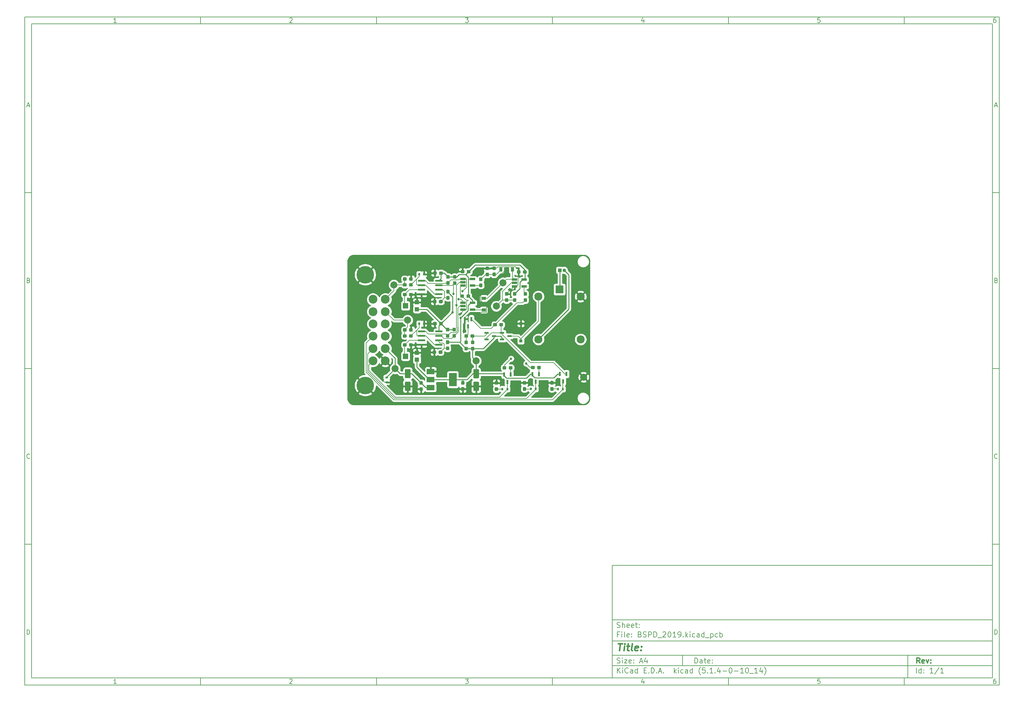
<source format=gbr>
G04 #@! TF.GenerationSoftware,KiCad,Pcbnew,(5.1.4-0-10_14)*
G04 #@! TF.CreationDate,2019-11-07T13:02:38-08:00*
G04 #@! TF.ProjectId,BSPD_2019,42535044-5f32-4303-9139-2e6b69636164,rev?*
G04 #@! TF.SameCoordinates,Original*
G04 #@! TF.FileFunction,Copper,L1,Top*
G04 #@! TF.FilePolarity,Positive*
%FSLAX46Y46*%
G04 Gerber Fmt 4.6, Leading zero omitted, Abs format (unit mm)*
G04 Created by KiCad (PCBNEW (5.1.4-0-10_14)) date 2019-11-07 13:02:38*
%MOMM*%
%LPD*%
G04 APERTURE LIST*
%ADD10C,0.100000*%
%ADD11C,0.150000*%
%ADD12C,0.300000*%
%ADD13C,0.400000*%
%ADD14R,1.560000X0.650000*%
%ADD15R,0.600000X0.800000*%
%ADD16R,1.300000X0.600000*%
%ADD17R,1.200000X0.900000*%
%ADD18R,0.900000X1.200000*%
%ADD19C,2.000000*%
%ADD20C,0.950000*%
%ADD21R,0.600000X1.300000*%
%ADD22O,1.000000X1.000000*%
%ADD23R,1.000000X1.000000*%
%ADD24R,0.800000X0.600000*%
%ADD25R,0.950000X0.900000*%
%ADD26C,1.600000*%
%ADD27C,2.500000*%
%ADD28C,5.000000*%
%ADD29R,1.500000X1.600000*%
%ADD30R,1.200000X1.200000*%
%ADD31R,2.300000X2.300000*%
%ADD32C,2.300000*%
%ADD33R,2.000000X0.600000*%
%ADD34R,2.200000X1.500000*%
%ADD35R,2.200000X3.800000*%
%ADD36C,0.685800*%
%ADD37C,0.254000*%
%ADD38C,0.152400*%
G04 APERTURE END LIST*
D10*
D11*
X177002200Y-166007200D02*
X177002200Y-198007200D01*
X285002200Y-198007200D01*
X285002200Y-166007200D01*
X177002200Y-166007200D01*
D10*
D11*
X10000000Y-10000000D02*
X10000000Y-200007200D01*
X287002200Y-200007200D01*
X287002200Y-10000000D01*
X10000000Y-10000000D01*
D10*
D11*
X12000000Y-12000000D02*
X12000000Y-198007200D01*
X285002200Y-198007200D01*
X285002200Y-12000000D01*
X12000000Y-12000000D01*
D10*
D11*
X60000000Y-12000000D02*
X60000000Y-10000000D01*
D10*
D11*
X110000000Y-12000000D02*
X110000000Y-10000000D01*
D10*
D11*
X160000000Y-12000000D02*
X160000000Y-10000000D01*
D10*
D11*
X210000000Y-12000000D02*
X210000000Y-10000000D01*
D10*
D11*
X260000000Y-12000000D02*
X260000000Y-10000000D01*
D10*
D11*
X36065476Y-11588095D02*
X35322619Y-11588095D01*
X35694047Y-11588095D02*
X35694047Y-10288095D01*
X35570238Y-10473809D01*
X35446428Y-10597619D01*
X35322619Y-10659523D01*
D10*
D11*
X85322619Y-10411904D02*
X85384523Y-10350000D01*
X85508333Y-10288095D01*
X85817857Y-10288095D01*
X85941666Y-10350000D01*
X86003571Y-10411904D01*
X86065476Y-10535714D01*
X86065476Y-10659523D01*
X86003571Y-10845238D01*
X85260714Y-11588095D01*
X86065476Y-11588095D01*
D10*
D11*
X135260714Y-10288095D02*
X136065476Y-10288095D01*
X135632142Y-10783333D01*
X135817857Y-10783333D01*
X135941666Y-10845238D01*
X136003571Y-10907142D01*
X136065476Y-11030952D01*
X136065476Y-11340476D01*
X136003571Y-11464285D01*
X135941666Y-11526190D01*
X135817857Y-11588095D01*
X135446428Y-11588095D01*
X135322619Y-11526190D01*
X135260714Y-11464285D01*
D10*
D11*
X185941666Y-10721428D02*
X185941666Y-11588095D01*
X185632142Y-10226190D02*
X185322619Y-11154761D01*
X186127380Y-11154761D01*
D10*
D11*
X236003571Y-10288095D02*
X235384523Y-10288095D01*
X235322619Y-10907142D01*
X235384523Y-10845238D01*
X235508333Y-10783333D01*
X235817857Y-10783333D01*
X235941666Y-10845238D01*
X236003571Y-10907142D01*
X236065476Y-11030952D01*
X236065476Y-11340476D01*
X236003571Y-11464285D01*
X235941666Y-11526190D01*
X235817857Y-11588095D01*
X235508333Y-11588095D01*
X235384523Y-11526190D01*
X235322619Y-11464285D01*
D10*
D11*
X285941666Y-10288095D02*
X285694047Y-10288095D01*
X285570238Y-10350000D01*
X285508333Y-10411904D01*
X285384523Y-10597619D01*
X285322619Y-10845238D01*
X285322619Y-11340476D01*
X285384523Y-11464285D01*
X285446428Y-11526190D01*
X285570238Y-11588095D01*
X285817857Y-11588095D01*
X285941666Y-11526190D01*
X286003571Y-11464285D01*
X286065476Y-11340476D01*
X286065476Y-11030952D01*
X286003571Y-10907142D01*
X285941666Y-10845238D01*
X285817857Y-10783333D01*
X285570238Y-10783333D01*
X285446428Y-10845238D01*
X285384523Y-10907142D01*
X285322619Y-11030952D01*
D10*
D11*
X60000000Y-198007200D02*
X60000000Y-200007200D01*
D10*
D11*
X110000000Y-198007200D02*
X110000000Y-200007200D01*
D10*
D11*
X160000000Y-198007200D02*
X160000000Y-200007200D01*
D10*
D11*
X210000000Y-198007200D02*
X210000000Y-200007200D01*
D10*
D11*
X260000000Y-198007200D02*
X260000000Y-200007200D01*
D10*
D11*
X36065476Y-199595295D02*
X35322619Y-199595295D01*
X35694047Y-199595295D02*
X35694047Y-198295295D01*
X35570238Y-198481009D01*
X35446428Y-198604819D01*
X35322619Y-198666723D01*
D10*
D11*
X85322619Y-198419104D02*
X85384523Y-198357200D01*
X85508333Y-198295295D01*
X85817857Y-198295295D01*
X85941666Y-198357200D01*
X86003571Y-198419104D01*
X86065476Y-198542914D01*
X86065476Y-198666723D01*
X86003571Y-198852438D01*
X85260714Y-199595295D01*
X86065476Y-199595295D01*
D10*
D11*
X135260714Y-198295295D02*
X136065476Y-198295295D01*
X135632142Y-198790533D01*
X135817857Y-198790533D01*
X135941666Y-198852438D01*
X136003571Y-198914342D01*
X136065476Y-199038152D01*
X136065476Y-199347676D01*
X136003571Y-199471485D01*
X135941666Y-199533390D01*
X135817857Y-199595295D01*
X135446428Y-199595295D01*
X135322619Y-199533390D01*
X135260714Y-199471485D01*
D10*
D11*
X185941666Y-198728628D02*
X185941666Y-199595295D01*
X185632142Y-198233390D02*
X185322619Y-199161961D01*
X186127380Y-199161961D01*
D10*
D11*
X236003571Y-198295295D02*
X235384523Y-198295295D01*
X235322619Y-198914342D01*
X235384523Y-198852438D01*
X235508333Y-198790533D01*
X235817857Y-198790533D01*
X235941666Y-198852438D01*
X236003571Y-198914342D01*
X236065476Y-199038152D01*
X236065476Y-199347676D01*
X236003571Y-199471485D01*
X235941666Y-199533390D01*
X235817857Y-199595295D01*
X235508333Y-199595295D01*
X235384523Y-199533390D01*
X235322619Y-199471485D01*
D10*
D11*
X285941666Y-198295295D02*
X285694047Y-198295295D01*
X285570238Y-198357200D01*
X285508333Y-198419104D01*
X285384523Y-198604819D01*
X285322619Y-198852438D01*
X285322619Y-199347676D01*
X285384523Y-199471485D01*
X285446428Y-199533390D01*
X285570238Y-199595295D01*
X285817857Y-199595295D01*
X285941666Y-199533390D01*
X286003571Y-199471485D01*
X286065476Y-199347676D01*
X286065476Y-199038152D01*
X286003571Y-198914342D01*
X285941666Y-198852438D01*
X285817857Y-198790533D01*
X285570238Y-198790533D01*
X285446428Y-198852438D01*
X285384523Y-198914342D01*
X285322619Y-199038152D01*
D10*
D11*
X10000000Y-60000000D02*
X12000000Y-60000000D01*
D10*
D11*
X10000000Y-110000000D02*
X12000000Y-110000000D01*
D10*
D11*
X10000000Y-160000000D02*
X12000000Y-160000000D01*
D10*
D11*
X10690476Y-35216666D02*
X11309523Y-35216666D01*
X10566666Y-35588095D02*
X11000000Y-34288095D01*
X11433333Y-35588095D01*
D10*
D11*
X11092857Y-84907142D02*
X11278571Y-84969047D01*
X11340476Y-85030952D01*
X11402380Y-85154761D01*
X11402380Y-85340476D01*
X11340476Y-85464285D01*
X11278571Y-85526190D01*
X11154761Y-85588095D01*
X10659523Y-85588095D01*
X10659523Y-84288095D01*
X11092857Y-84288095D01*
X11216666Y-84350000D01*
X11278571Y-84411904D01*
X11340476Y-84535714D01*
X11340476Y-84659523D01*
X11278571Y-84783333D01*
X11216666Y-84845238D01*
X11092857Y-84907142D01*
X10659523Y-84907142D01*
D10*
D11*
X11402380Y-135464285D02*
X11340476Y-135526190D01*
X11154761Y-135588095D01*
X11030952Y-135588095D01*
X10845238Y-135526190D01*
X10721428Y-135402380D01*
X10659523Y-135278571D01*
X10597619Y-135030952D01*
X10597619Y-134845238D01*
X10659523Y-134597619D01*
X10721428Y-134473809D01*
X10845238Y-134350000D01*
X11030952Y-134288095D01*
X11154761Y-134288095D01*
X11340476Y-134350000D01*
X11402380Y-134411904D01*
D10*
D11*
X10659523Y-185588095D02*
X10659523Y-184288095D01*
X10969047Y-184288095D01*
X11154761Y-184350000D01*
X11278571Y-184473809D01*
X11340476Y-184597619D01*
X11402380Y-184845238D01*
X11402380Y-185030952D01*
X11340476Y-185278571D01*
X11278571Y-185402380D01*
X11154761Y-185526190D01*
X10969047Y-185588095D01*
X10659523Y-185588095D01*
D10*
D11*
X287002200Y-60000000D02*
X285002200Y-60000000D01*
D10*
D11*
X287002200Y-110000000D02*
X285002200Y-110000000D01*
D10*
D11*
X287002200Y-160000000D02*
X285002200Y-160000000D01*
D10*
D11*
X285692676Y-35216666D02*
X286311723Y-35216666D01*
X285568866Y-35588095D02*
X286002200Y-34288095D01*
X286435533Y-35588095D01*
D10*
D11*
X286095057Y-84907142D02*
X286280771Y-84969047D01*
X286342676Y-85030952D01*
X286404580Y-85154761D01*
X286404580Y-85340476D01*
X286342676Y-85464285D01*
X286280771Y-85526190D01*
X286156961Y-85588095D01*
X285661723Y-85588095D01*
X285661723Y-84288095D01*
X286095057Y-84288095D01*
X286218866Y-84350000D01*
X286280771Y-84411904D01*
X286342676Y-84535714D01*
X286342676Y-84659523D01*
X286280771Y-84783333D01*
X286218866Y-84845238D01*
X286095057Y-84907142D01*
X285661723Y-84907142D01*
D10*
D11*
X286404580Y-135464285D02*
X286342676Y-135526190D01*
X286156961Y-135588095D01*
X286033152Y-135588095D01*
X285847438Y-135526190D01*
X285723628Y-135402380D01*
X285661723Y-135278571D01*
X285599819Y-135030952D01*
X285599819Y-134845238D01*
X285661723Y-134597619D01*
X285723628Y-134473809D01*
X285847438Y-134350000D01*
X286033152Y-134288095D01*
X286156961Y-134288095D01*
X286342676Y-134350000D01*
X286404580Y-134411904D01*
D10*
D11*
X285661723Y-185588095D02*
X285661723Y-184288095D01*
X285971247Y-184288095D01*
X286156961Y-184350000D01*
X286280771Y-184473809D01*
X286342676Y-184597619D01*
X286404580Y-184845238D01*
X286404580Y-185030952D01*
X286342676Y-185278571D01*
X286280771Y-185402380D01*
X286156961Y-185526190D01*
X285971247Y-185588095D01*
X285661723Y-185588095D01*
D10*
D11*
X200434342Y-193785771D02*
X200434342Y-192285771D01*
X200791485Y-192285771D01*
X201005771Y-192357200D01*
X201148628Y-192500057D01*
X201220057Y-192642914D01*
X201291485Y-192928628D01*
X201291485Y-193142914D01*
X201220057Y-193428628D01*
X201148628Y-193571485D01*
X201005771Y-193714342D01*
X200791485Y-193785771D01*
X200434342Y-193785771D01*
X202577200Y-193785771D02*
X202577200Y-193000057D01*
X202505771Y-192857200D01*
X202362914Y-192785771D01*
X202077200Y-192785771D01*
X201934342Y-192857200D01*
X202577200Y-193714342D02*
X202434342Y-193785771D01*
X202077200Y-193785771D01*
X201934342Y-193714342D01*
X201862914Y-193571485D01*
X201862914Y-193428628D01*
X201934342Y-193285771D01*
X202077200Y-193214342D01*
X202434342Y-193214342D01*
X202577200Y-193142914D01*
X203077200Y-192785771D02*
X203648628Y-192785771D01*
X203291485Y-192285771D02*
X203291485Y-193571485D01*
X203362914Y-193714342D01*
X203505771Y-193785771D01*
X203648628Y-193785771D01*
X204720057Y-193714342D02*
X204577200Y-193785771D01*
X204291485Y-193785771D01*
X204148628Y-193714342D01*
X204077200Y-193571485D01*
X204077200Y-193000057D01*
X204148628Y-192857200D01*
X204291485Y-192785771D01*
X204577200Y-192785771D01*
X204720057Y-192857200D01*
X204791485Y-193000057D01*
X204791485Y-193142914D01*
X204077200Y-193285771D01*
X205434342Y-193642914D02*
X205505771Y-193714342D01*
X205434342Y-193785771D01*
X205362914Y-193714342D01*
X205434342Y-193642914D01*
X205434342Y-193785771D01*
X205434342Y-192857200D02*
X205505771Y-192928628D01*
X205434342Y-193000057D01*
X205362914Y-192928628D01*
X205434342Y-192857200D01*
X205434342Y-193000057D01*
D10*
D11*
X177002200Y-194507200D02*
X285002200Y-194507200D01*
D10*
D11*
X178434342Y-196585771D02*
X178434342Y-195085771D01*
X179291485Y-196585771D02*
X178648628Y-195728628D01*
X179291485Y-195085771D02*
X178434342Y-195942914D01*
X179934342Y-196585771D02*
X179934342Y-195585771D01*
X179934342Y-195085771D02*
X179862914Y-195157200D01*
X179934342Y-195228628D01*
X180005771Y-195157200D01*
X179934342Y-195085771D01*
X179934342Y-195228628D01*
X181505771Y-196442914D02*
X181434342Y-196514342D01*
X181220057Y-196585771D01*
X181077200Y-196585771D01*
X180862914Y-196514342D01*
X180720057Y-196371485D01*
X180648628Y-196228628D01*
X180577200Y-195942914D01*
X180577200Y-195728628D01*
X180648628Y-195442914D01*
X180720057Y-195300057D01*
X180862914Y-195157200D01*
X181077200Y-195085771D01*
X181220057Y-195085771D01*
X181434342Y-195157200D01*
X181505771Y-195228628D01*
X182791485Y-196585771D02*
X182791485Y-195800057D01*
X182720057Y-195657200D01*
X182577200Y-195585771D01*
X182291485Y-195585771D01*
X182148628Y-195657200D01*
X182791485Y-196514342D02*
X182648628Y-196585771D01*
X182291485Y-196585771D01*
X182148628Y-196514342D01*
X182077200Y-196371485D01*
X182077200Y-196228628D01*
X182148628Y-196085771D01*
X182291485Y-196014342D01*
X182648628Y-196014342D01*
X182791485Y-195942914D01*
X184148628Y-196585771D02*
X184148628Y-195085771D01*
X184148628Y-196514342D02*
X184005771Y-196585771D01*
X183720057Y-196585771D01*
X183577200Y-196514342D01*
X183505771Y-196442914D01*
X183434342Y-196300057D01*
X183434342Y-195871485D01*
X183505771Y-195728628D01*
X183577200Y-195657200D01*
X183720057Y-195585771D01*
X184005771Y-195585771D01*
X184148628Y-195657200D01*
X186005771Y-195800057D02*
X186505771Y-195800057D01*
X186720057Y-196585771D02*
X186005771Y-196585771D01*
X186005771Y-195085771D01*
X186720057Y-195085771D01*
X187362914Y-196442914D02*
X187434342Y-196514342D01*
X187362914Y-196585771D01*
X187291485Y-196514342D01*
X187362914Y-196442914D01*
X187362914Y-196585771D01*
X188077200Y-196585771D02*
X188077200Y-195085771D01*
X188434342Y-195085771D01*
X188648628Y-195157200D01*
X188791485Y-195300057D01*
X188862914Y-195442914D01*
X188934342Y-195728628D01*
X188934342Y-195942914D01*
X188862914Y-196228628D01*
X188791485Y-196371485D01*
X188648628Y-196514342D01*
X188434342Y-196585771D01*
X188077200Y-196585771D01*
X189577200Y-196442914D02*
X189648628Y-196514342D01*
X189577200Y-196585771D01*
X189505771Y-196514342D01*
X189577200Y-196442914D01*
X189577200Y-196585771D01*
X190220057Y-196157200D02*
X190934342Y-196157200D01*
X190077200Y-196585771D02*
X190577200Y-195085771D01*
X191077200Y-196585771D01*
X191577200Y-196442914D02*
X191648628Y-196514342D01*
X191577200Y-196585771D01*
X191505771Y-196514342D01*
X191577200Y-196442914D01*
X191577200Y-196585771D01*
X194577200Y-196585771D02*
X194577200Y-195085771D01*
X194720057Y-196014342D02*
X195148628Y-196585771D01*
X195148628Y-195585771D02*
X194577200Y-196157200D01*
X195791485Y-196585771D02*
X195791485Y-195585771D01*
X195791485Y-195085771D02*
X195720057Y-195157200D01*
X195791485Y-195228628D01*
X195862914Y-195157200D01*
X195791485Y-195085771D01*
X195791485Y-195228628D01*
X197148628Y-196514342D02*
X197005771Y-196585771D01*
X196720057Y-196585771D01*
X196577200Y-196514342D01*
X196505771Y-196442914D01*
X196434342Y-196300057D01*
X196434342Y-195871485D01*
X196505771Y-195728628D01*
X196577200Y-195657200D01*
X196720057Y-195585771D01*
X197005771Y-195585771D01*
X197148628Y-195657200D01*
X198434342Y-196585771D02*
X198434342Y-195800057D01*
X198362914Y-195657200D01*
X198220057Y-195585771D01*
X197934342Y-195585771D01*
X197791485Y-195657200D01*
X198434342Y-196514342D02*
X198291485Y-196585771D01*
X197934342Y-196585771D01*
X197791485Y-196514342D01*
X197720057Y-196371485D01*
X197720057Y-196228628D01*
X197791485Y-196085771D01*
X197934342Y-196014342D01*
X198291485Y-196014342D01*
X198434342Y-195942914D01*
X199791485Y-196585771D02*
X199791485Y-195085771D01*
X199791485Y-196514342D02*
X199648628Y-196585771D01*
X199362914Y-196585771D01*
X199220057Y-196514342D01*
X199148628Y-196442914D01*
X199077200Y-196300057D01*
X199077200Y-195871485D01*
X199148628Y-195728628D01*
X199220057Y-195657200D01*
X199362914Y-195585771D01*
X199648628Y-195585771D01*
X199791485Y-195657200D01*
X202077200Y-197157200D02*
X202005771Y-197085771D01*
X201862914Y-196871485D01*
X201791485Y-196728628D01*
X201720057Y-196514342D01*
X201648628Y-196157200D01*
X201648628Y-195871485D01*
X201720057Y-195514342D01*
X201791485Y-195300057D01*
X201862914Y-195157200D01*
X202005771Y-194942914D01*
X202077200Y-194871485D01*
X203362914Y-195085771D02*
X202648628Y-195085771D01*
X202577200Y-195800057D01*
X202648628Y-195728628D01*
X202791485Y-195657200D01*
X203148628Y-195657200D01*
X203291485Y-195728628D01*
X203362914Y-195800057D01*
X203434342Y-195942914D01*
X203434342Y-196300057D01*
X203362914Y-196442914D01*
X203291485Y-196514342D01*
X203148628Y-196585771D01*
X202791485Y-196585771D01*
X202648628Y-196514342D01*
X202577200Y-196442914D01*
X204077200Y-196442914D02*
X204148628Y-196514342D01*
X204077200Y-196585771D01*
X204005771Y-196514342D01*
X204077200Y-196442914D01*
X204077200Y-196585771D01*
X205577200Y-196585771D02*
X204720057Y-196585771D01*
X205148628Y-196585771D02*
X205148628Y-195085771D01*
X205005771Y-195300057D01*
X204862914Y-195442914D01*
X204720057Y-195514342D01*
X206220057Y-196442914D02*
X206291485Y-196514342D01*
X206220057Y-196585771D01*
X206148628Y-196514342D01*
X206220057Y-196442914D01*
X206220057Y-196585771D01*
X207577200Y-195585771D02*
X207577200Y-196585771D01*
X207220057Y-195014342D02*
X206862914Y-196085771D01*
X207791485Y-196085771D01*
X208362914Y-196014342D02*
X209505771Y-196014342D01*
X210505771Y-195085771D02*
X210648628Y-195085771D01*
X210791485Y-195157200D01*
X210862914Y-195228628D01*
X210934342Y-195371485D01*
X211005771Y-195657200D01*
X211005771Y-196014342D01*
X210934342Y-196300057D01*
X210862914Y-196442914D01*
X210791485Y-196514342D01*
X210648628Y-196585771D01*
X210505771Y-196585771D01*
X210362914Y-196514342D01*
X210291485Y-196442914D01*
X210220057Y-196300057D01*
X210148628Y-196014342D01*
X210148628Y-195657200D01*
X210220057Y-195371485D01*
X210291485Y-195228628D01*
X210362914Y-195157200D01*
X210505771Y-195085771D01*
X211648628Y-196014342D02*
X212791485Y-196014342D01*
X214291485Y-196585771D02*
X213434342Y-196585771D01*
X213862914Y-196585771D02*
X213862914Y-195085771D01*
X213720057Y-195300057D01*
X213577200Y-195442914D01*
X213434342Y-195514342D01*
X215220057Y-195085771D02*
X215362914Y-195085771D01*
X215505771Y-195157200D01*
X215577200Y-195228628D01*
X215648628Y-195371485D01*
X215720057Y-195657200D01*
X215720057Y-196014342D01*
X215648628Y-196300057D01*
X215577200Y-196442914D01*
X215505771Y-196514342D01*
X215362914Y-196585771D01*
X215220057Y-196585771D01*
X215077200Y-196514342D01*
X215005771Y-196442914D01*
X214934342Y-196300057D01*
X214862914Y-196014342D01*
X214862914Y-195657200D01*
X214934342Y-195371485D01*
X215005771Y-195228628D01*
X215077200Y-195157200D01*
X215220057Y-195085771D01*
X216005771Y-196728628D02*
X217148628Y-196728628D01*
X218291485Y-196585771D02*
X217434342Y-196585771D01*
X217862914Y-196585771D02*
X217862914Y-195085771D01*
X217720057Y-195300057D01*
X217577200Y-195442914D01*
X217434342Y-195514342D01*
X219577200Y-195585771D02*
X219577200Y-196585771D01*
X219220057Y-195014342D02*
X218862914Y-196085771D01*
X219791485Y-196085771D01*
X220220057Y-197157200D02*
X220291485Y-197085771D01*
X220434342Y-196871485D01*
X220505771Y-196728628D01*
X220577200Y-196514342D01*
X220648628Y-196157200D01*
X220648628Y-195871485D01*
X220577200Y-195514342D01*
X220505771Y-195300057D01*
X220434342Y-195157200D01*
X220291485Y-194942914D01*
X220220057Y-194871485D01*
D10*
D11*
X177002200Y-191507200D02*
X285002200Y-191507200D01*
D10*
D12*
X264411485Y-193785771D02*
X263911485Y-193071485D01*
X263554342Y-193785771D02*
X263554342Y-192285771D01*
X264125771Y-192285771D01*
X264268628Y-192357200D01*
X264340057Y-192428628D01*
X264411485Y-192571485D01*
X264411485Y-192785771D01*
X264340057Y-192928628D01*
X264268628Y-193000057D01*
X264125771Y-193071485D01*
X263554342Y-193071485D01*
X265625771Y-193714342D02*
X265482914Y-193785771D01*
X265197200Y-193785771D01*
X265054342Y-193714342D01*
X264982914Y-193571485D01*
X264982914Y-193000057D01*
X265054342Y-192857200D01*
X265197200Y-192785771D01*
X265482914Y-192785771D01*
X265625771Y-192857200D01*
X265697200Y-193000057D01*
X265697200Y-193142914D01*
X264982914Y-193285771D01*
X266197200Y-192785771D02*
X266554342Y-193785771D01*
X266911485Y-192785771D01*
X267482914Y-193642914D02*
X267554342Y-193714342D01*
X267482914Y-193785771D01*
X267411485Y-193714342D01*
X267482914Y-193642914D01*
X267482914Y-193785771D01*
X267482914Y-192857200D02*
X267554342Y-192928628D01*
X267482914Y-193000057D01*
X267411485Y-192928628D01*
X267482914Y-192857200D01*
X267482914Y-193000057D01*
D10*
D11*
X178362914Y-193714342D02*
X178577200Y-193785771D01*
X178934342Y-193785771D01*
X179077200Y-193714342D01*
X179148628Y-193642914D01*
X179220057Y-193500057D01*
X179220057Y-193357200D01*
X179148628Y-193214342D01*
X179077200Y-193142914D01*
X178934342Y-193071485D01*
X178648628Y-193000057D01*
X178505771Y-192928628D01*
X178434342Y-192857200D01*
X178362914Y-192714342D01*
X178362914Y-192571485D01*
X178434342Y-192428628D01*
X178505771Y-192357200D01*
X178648628Y-192285771D01*
X179005771Y-192285771D01*
X179220057Y-192357200D01*
X179862914Y-193785771D02*
X179862914Y-192785771D01*
X179862914Y-192285771D02*
X179791485Y-192357200D01*
X179862914Y-192428628D01*
X179934342Y-192357200D01*
X179862914Y-192285771D01*
X179862914Y-192428628D01*
X180434342Y-192785771D02*
X181220057Y-192785771D01*
X180434342Y-193785771D01*
X181220057Y-193785771D01*
X182362914Y-193714342D02*
X182220057Y-193785771D01*
X181934342Y-193785771D01*
X181791485Y-193714342D01*
X181720057Y-193571485D01*
X181720057Y-193000057D01*
X181791485Y-192857200D01*
X181934342Y-192785771D01*
X182220057Y-192785771D01*
X182362914Y-192857200D01*
X182434342Y-193000057D01*
X182434342Y-193142914D01*
X181720057Y-193285771D01*
X183077200Y-193642914D02*
X183148628Y-193714342D01*
X183077200Y-193785771D01*
X183005771Y-193714342D01*
X183077200Y-193642914D01*
X183077200Y-193785771D01*
X183077200Y-192857200D02*
X183148628Y-192928628D01*
X183077200Y-193000057D01*
X183005771Y-192928628D01*
X183077200Y-192857200D01*
X183077200Y-193000057D01*
X184862914Y-193357200D02*
X185577200Y-193357200D01*
X184720057Y-193785771D02*
X185220057Y-192285771D01*
X185720057Y-193785771D01*
X186862914Y-192785771D02*
X186862914Y-193785771D01*
X186505771Y-192214342D02*
X186148628Y-193285771D01*
X187077200Y-193285771D01*
D10*
D11*
X263434342Y-196585771D02*
X263434342Y-195085771D01*
X264791485Y-196585771D02*
X264791485Y-195085771D01*
X264791485Y-196514342D02*
X264648628Y-196585771D01*
X264362914Y-196585771D01*
X264220057Y-196514342D01*
X264148628Y-196442914D01*
X264077200Y-196300057D01*
X264077200Y-195871485D01*
X264148628Y-195728628D01*
X264220057Y-195657200D01*
X264362914Y-195585771D01*
X264648628Y-195585771D01*
X264791485Y-195657200D01*
X265505771Y-196442914D02*
X265577200Y-196514342D01*
X265505771Y-196585771D01*
X265434342Y-196514342D01*
X265505771Y-196442914D01*
X265505771Y-196585771D01*
X265505771Y-195657200D02*
X265577200Y-195728628D01*
X265505771Y-195800057D01*
X265434342Y-195728628D01*
X265505771Y-195657200D01*
X265505771Y-195800057D01*
X268148628Y-196585771D02*
X267291485Y-196585771D01*
X267720057Y-196585771D02*
X267720057Y-195085771D01*
X267577200Y-195300057D01*
X267434342Y-195442914D01*
X267291485Y-195514342D01*
X269862914Y-195014342D02*
X268577200Y-196942914D01*
X271148628Y-196585771D02*
X270291485Y-196585771D01*
X270720057Y-196585771D02*
X270720057Y-195085771D01*
X270577200Y-195300057D01*
X270434342Y-195442914D01*
X270291485Y-195514342D01*
D10*
D11*
X177002200Y-187507200D02*
X285002200Y-187507200D01*
D10*
D13*
X178714580Y-188211961D02*
X179857438Y-188211961D01*
X179036009Y-190211961D02*
X179286009Y-188211961D01*
X180274104Y-190211961D02*
X180440771Y-188878628D01*
X180524104Y-188211961D02*
X180416961Y-188307200D01*
X180500295Y-188402438D01*
X180607438Y-188307200D01*
X180524104Y-188211961D01*
X180500295Y-188402438D01*
X181107438Y-188878628D02*
X181869342Y-188878628D01*
X181476485Y-188211961D02*
X181262200Y-189926247D01*
X181333628Y-190116723D01*
X181512200Y-190211961D01*
X181702676Y-190211961D01*
X182655057Y-190211961D02*
X182476485Y-190116723D01*
X182405057Y-189926247D01*
X182619342Y-188211961D01*
X184190771Y-190116723D02*
X183988390Y-190211961D01*
X183607438Y-190211961D01*
X183428866Y-190116723D01*
X183357438Y-189926247D01*
X183452676Y-189164342D01*
X183571723Y-188973866D01*
X183774104Y-188878628D01*
X184155057Y-188878628D01*
X184333628Y-188973866D01*
X184405057Y-189164342D01*
X184381247Y-189354819D01*
X183405057Y-189545295D01*
X185155057Y-190021485D02*
X185238390Y-190116723D01*
X185131247Y-190211961D01*
X185047914Y-190116723D01*
X185155057Y-190021485D01*
X185131247Y-190211961D01*
X185286009Y-188973866D02*
X185369342Y-189069104D01*
X185262200Y-189164342D01*
X185178866Y-189069104D01*
X185286009Y-188973866D01*
X185262200Y-189164342D01*
D10*
D11*
X178934342Y-185600057D02*
X178434342Y-185600057D01*
X178434342Y-186385771D02*
X178434342Y-184885771D01*
X179148628Y-184885771D01*
X179720057Y-186385771D02*
X179720057Y-185385771D01*
X179720057Y-184885771D02*
X179648628Y-184957200D01*
X179720057Y-185028628D01*
X179791485Y-184957200D01*
X179720057Y-184885771D01*
X179720057Y-185028628D01*
X180648628Y-186385771D02*
X180505771Y-186314342D01*
X180434342Y-186171485D01*
X180434342Y-184885771D01*
X181791485Y-186314342D02*
X181648628Y-186385771D01*
X181362914Y-186385771D01*
X181220057Y-186314342D01*
X181148628Y-186171485D01*
X181148628Y-185600057D01*
X181220057Y-185457200D01*
X181362914Y-185385771D01*
X181648628Y-185385771D01*
X181791485Y-185457200D01*
X181862914Y-185600057D01*
X181862914Y-185742914D01*
X181148628Y-185885771D01*
X182505771Y-186242914D02*
X182577200Y-186314342D01*
X182505771Y-186385771D01*
X182434342Y-186314342D01*
X182505771Y-186242914D01*
X182505771Y-186385771D01*
X182505771Y-185457200D02*
X182577200Y-185528628D01*
X182505771Y-185600057D01*
X182434342Y-185528628D01*
X182505771Y-185457200D01*
X182505771Y-185600057D01*
X184862914Y-185600057D02*
X185077200Y-185671485D01*
X185148628Y-185742914D01*
X185220057Y-185885771D01*
X185220057Y-186100057D01*
X185148628Y-186242914D01*
X185077200Y-186314342D01*
X184934342Y-186385771D01*
X184362914Y-186385771D01*
X184362914Y-184885771D01*
X184862914Y-184885771D01*
X185005771Y-184957200D01*
X185077200Y-185028628D01*
X185148628Y-185171485D01*
X185148628Y-185314342D01*
X185077200Y-185457200D01*
X185005771Y-185528628D01*
X184862914Y-185600057D01*
X184362914Y-185600057D01*
X185791485Y-186314342D02*
X186005771Y-186385771D01*
X186362914Y-186385771D01*
X186505771Y-186314342D01*
X186577200Y-186242914D01*
X186648628Y-186100057D01*
X186648628Y-185957200D01*
X186577200Y-185814342D01*
X186505771Y-185742914D01*
X186362914Y-185671485D01*
X186077200Y-185600057D01*
X185934342Y-185528628D01*
X185862914Y-185457200D01*
X185791485Y-185314342D01*
X185791485Y-185171485D01*
X185862914Y-185028628D01*
X185934342Y-184957200D01*
X186077200Y-184885771D01*
X186434342Y-184885771D01*
X186648628Y-184957200D01*
X187291485Y-186385771D02*
X187291485Y-184885771D01*
X187862914Y-184885771D01*
X188005771Y-184957200D01*
X188077200Y-185028628D01*
X188148628Y-185171485D01*
X188148628Y-185385771D01*
X188077200Y-185528628D01*
X188005771Y-185600057D01*
X187862914Y-185671485D01*
X187291485Y-185671485D01*
X188791485Y-186385771D02*
X188791485Y-184885771D01*
X189148628Y-184885771D01*
X189362914Y-184957200D01*
X189505771Y-185100057D01*
X189577200Y-185242914D01*
X189648628Y-185528628D01*
X189648628Y-185742914D01*
X189577200Y-186028628D01*
X189505771Y-186171485D01*
X189362914Y-186314342D01*
X189148628Y-186385771D01*
X188791485Y-186385771D01*
X189934342Y-186528628D02*
X191077200Y-186528628D01*
X191362914Y-185028628D02*
X191434342Y-184957200D01*
X191577200Y-184885771D01*
X191934342Y-184885771D01*
X192077200Y-184957200D01*
X192148628Y-185028628D01*
X192220057Y-185171485D01*
X192220057Y-185314342D01*
X192148628Y-185528628D01*
X191291485Y-186385771D01*
X192220057Y-186385771D01*
X193148628Y-184885771D02*
X193291485Y-184885771D01*
X193434342Y-184957200D01*
X193505771Y-185028628D01*
X193577200Y-185171485D01*
X193648628Y-185457200D01*
X193648628Y-185814342D01*
X193577200Y-186100057D01*
X193505771Y-186242914D01*
X193434342Y-186314342D01*
X193291485Y-186385771D01*
X193148628Y-186385771D01*
X193005771Y-186314342D01*
X192934342Y-186242914D01*
X192862914Y-186100057D01*
X192791485Y-185814342D01*
X192791485Y-185457200D01*
X192862914Y-185171485D01*
X192934342Y-185028628D01*
X193005771Y-184957200D01*
X193148628Y-184885771D01*
X195077200Y-186385771D02*
X194220057Y-186385771D01*
X194648628Y-186385771D02*
X194648628Y-184885771D01*
X194505771Y-185100057D01*
X194362914Y-185242914D01*
X194220057Y-185314342D01*
X195791485Y-186385771D02*
X196077200Y-186385771D01*
X196220057Y-186314342D01*
X196291485Y-186242914D01*
X196434342Y-186028628D01*
X196505771Y-185742914D01*
X196505771Y-185171485D01*
X196434342Y-185028628D01*
X196362914Y-184957200D01*
X196220057Y-184885771D01*
X195934342Y-184885771D01*
X195791485Y-184957200D01*
X195720057Y-185028628D01*
X195648628Y-185171485D01*
X195648628Y-185528628D01*
X195720057Y-185671485D01*
X195791485Y-185742914D01*
X195934342Y-185814342D01*
X196220057Y-185814342D01*
X196362914Y-185742914D01*
X196434342Y-185671485D01*
X196505771Y-185528628D01*
X197148628Y-186242914D02*
X197220057Y-186314342D01*
X197148628Y-186385771D01*
X197077200Y-186314342D01*
X197148628Y-186242914D01*
X197148628Y-186385771D01*
X197862914Y-186385771D02*
X197862914Y-184885771D01*
X198005771Y-185814342D02*
X198434342Y-186385771D01*
X198434342Y-185385771D02*
X197862914Y-185957200D01*
X199077200Y-186385771D02*
X199077200Y-185385771D01*
X199077200Y-184885771D02*
X199005771Y-184957200D01*
X199077200Y-185028628D01*
X199148628Y-184957200D01*
X199077200Y-184885771D01*
X199077200Y-185028628D01*
X200434342Y-186314342D02*
X200291485Y-186385771D01*
X200005771Y-186385771D01*
X199862914Y-186314342D01*
X199791485Y-186242914D01*
X199720057Y-186100057D01*
X199720057Y-185671485D01*
X199791485Y-185528628D01*
X199862914Y-185457200D01*
X200005771Y-185385771D01*
X200291485Y-185385771D01*
X200434342Y-185457200D01*
X201720057Y-186385771D02*
X201720057Y-185600057D01*
X201648628Y-185457200D01*
X201505771Y-185385771D01*
X201220057Y-185385771D01*
X201077200Y-185457200D01*
X201720057Y-186314342D02*
X201577200Y-186385771D01*
X201220057Y-186385771D01*
X201077200Y-186314342D01*
X201005771Y-186171485D01*
X201005771Y-186028628D01*
X201077200Y-185885771D01*
X201220057Y-185814342D01*
X201577200Y-185814342D01*
X201720057Y-185742914D01*
X203077200Y-186385771D02*
X203077200Y-184885771D01*
X203077200Y-186314342D02*
X202934342Y-186385771D01*
X202648628Y-186385771D01*
X202505771Y-186314342D01*
X202434342Y-186242914D01*
X202362914Y-186100057D01*
X202362914Y-185671485D01*
X202434342Y-185528628D01*
X202505771Y-185457200D01*
X202648628Y-185385771D01*
X202934342Y-185385771D01*
X203077200Y-185457200D01*
X203434342Y-186528628D02*
X204577200Y-186528628D01*
X204934342Y-185385771D02*
X204934342Y-186885771D01*
X204934342Y-185457200D02*
X205077200Y-185385771D01*
X205362914Y-185385771D01*
X205505771Y-185457200D01*
X205577200Y-185528628D01*
X205648628Y-185671485D01*
X205648628Y-186100057D01*
X205577200Y-186242914D01*
X205505771Y-186314342D01*
X205362914Y-186385771D01*
X205077200Y-186385771D01*
X204934342Y-186314342D01*
X206934342Y-186314342D02*
X206791485Y-186385771D01*
X206505771Y-186385771D01*
X206362914Y-186314342D01*
X206291485Y-186242914D01*
X206220057Y-186100057D01*
X206220057Y-185671485D01*
X206291485Y-185528628D01*
X206362914Y-185457200D01*
X206505771Y-185385771D01*
X206791485Y-185385771D01*
X206934342Y-185457200D01*
X207577200Y-186385771D02*
X207577200Y-184885771D01*
X207577200Y-185457200D02*
X207720057Y-185385771D01*
X208005771Y-185385771D01*
X208148628Y-185457200D01*
X208220057Y-185528628D01*
X208291485Y-185671485D01*
X208291485Y-186100057D01*
X208220057Y-186242914D01*
X208148628Y-186314342D01*
X208005771Y-186385771D01*
X207720057Y-186385771D01*
X207577200Y-186314342D01*
D10*
D11*
X177002200Y-181507200D02*
X285002200Y-181507200D01*
D10*
D11*
X178362914Y-183614342D02*
X178577200Y-183685771D01*
X178934342Y-183685771D01*
X179077200Y-183614342D01*
X179148628Y-183542914D01*
X179220057Y-183400057D01*
X179220057Y-183257200D01*
X179148628Y-183114342D01*
X179077200Y-183042914D01*
X178934342Y-182971485D01*
X178648628Y-182900057D01*
X178505771Y-182828628D01*
X178434342Y-182757200D01*
X178362914Y-182614342D01*
X178362914Y-182471485D01*
X178434342Y-182328628D01*
X178505771Y-182257200D01*
X178648628Y-182185771D01*
X179005771Y-182185771D01*
X179220057Y-182257200D01*
X179862914Y-183685771D02*
X179862914Y-182185771D01*
X180505771Y-183685771D02*
X180505771Y-182900057D01*
X180434342Y-182757200D01*
X180291485Y-182685771D01*
X180077200Y-182685771D01*
X179934342Y-182757200D01*
X179862914Y-182828628D01*
X181791485Y-183614342D02*
X181648628Y-183685771D01*
X181362914Y-183685771D01*
X181220057Y-183614342D01*
X181148628Y-183471485D01*
X181148628Y-182900057D01*
X181220057Y-182757200D01*
X181362914Y-182685771D01*
X181648628Y-182685771D01*
X181791485Y-182757200D01*
X181862914Y-182900057D01*
X181862914Y-183042914D01*
X181148628Y-183185771D01*
X183077200Y-183614342D02*
X182934342Y-183685771D01*
X182648628Y-183685771D01*
X182505771Y-183614342D01*
X182434342Y-183471485D01*
X182434342Y-182900057D01*
X182505771Y-182757200D01*
X182648628Y-182685771D01*
X182934342Y-182685771D01*
X183077200Y-182757200D01*
X183148628Y-182900057D01*
X183148628Y-183042914D01*
X182434342Y-183185771D01*
X183577200Y-182685771D02*
X184148628Y-182685771D01*
X183791485Y-182185771D02*
X183791485Y-183471485D01*
X183862914Y-183614342D01*
X184005771Y-183685771D01*
X184148628Y-183685771D01*
X184648628Y-183542914D02*
X184720057Y-183614342D01*
X184648628Y-183685771D01*
X184577200Y-183614342D01*
X184648628Y-183542914D01*
X184648628Y-183685771D01*
X184648628Y-182757200D02*
X184720057Y-182828628D01*
X184648628Y-182900057D01*
X184577200Y-182828628D01*
X184648628Y-182757200D01*
X184648628Y-182900057D01*
D10*
D11*
X197002200Y-191507200D02*
X197002200Y-194507200D01*
D10*
D11*
X261002200Y-191507200D02*
X261002200Y-198007200D01*
D14*
X134540000Y-84521000D03*
X134540000Y-85471000D03*
X134540000Y-86421000D03*
X137240000Y-86421000D03*
X137240000Y-84521000D03*
D15*
X122110500Y-97218500D03*
X123510500Y-97218500D03*
D16*
X141253500Y-99824500D03*
X141253500Y-101724500D03*
X143353500Y-100774500D03*
D17*
X140462000Y-93345000D03*
X140462000Y-90045000D03*
D18*
X145289000Y-81851500D03*
X148589000Y-81851500D03*
D14*
X151933900Y-84711500D03*
X151933900Y-86611500D03*
X149233900Y-86611500D03*
X149233900Y-85661500D03*
X149233900Y-84711500D03*
X137240000Y-91318000D03*
X137240000Y-93218000D03*
X134540000Y-93218000D03*
X134540000Y-92268000D03*
X134540000Y-91318000D03*
D19*
X145923000Y-85598000D03*
D10*
G36*
X160090279Y-115272144D02*
G01*
X160113334Y-115275563D01*
X160135943Y-115281227D01*
X160157887Y-115289079D01*
X160178957Y-115299044D01*
X160198948Y-115311026D01*
X160217668Y-115324910D01*
X160234938Y-115340562D01*
X160250590Y-115357832D01*
X160264474Y-115376552D01*
X160276456Y-115396543D01*
X160286421Y-115417613D01*
X160294273Y-115439557D01*
X160299937Y-115462166D01*
X160303356Y-115485221D01*
X160304500Y-115508500D01*
X160304500Y-116083500D01*
X160303356Y-116106779D01*
X160299937Y-116129834D01*
X160294273Y-116152443D01*
X160286421Y-116174387D01*
X160276456Y-116195457D01*
X160264474Y-116215448D01*
X160250590Y-116234168D01*
X160234938Y-116251438D01*
X160217668Y-116267090D01*
X160198948Y-116280974D01*
X160178957Y-116292956D01*
X160157887Y-116302921D01*
X160135943Y-116310773D01*
X160113334Y-116316437D01*
X160090279Y-116319856D01*
X160067000Y-116321000D01*
X159592000Y-116321000D01*
X159568721Y-116319856D01*
X159545666Y-116316437D01*
X159523057Y-116310773D01*
X159501113Y-116302921D01*
X159480043Y-116292956D01*
X159460052Y-116280974D01*
X159441332Y-116267090D01*
X159424062Y-116251438D01*
X159408410Y-116234168D01*
X159394526Y-116215448D01*
X159382544Y-116195457D01*
X159372579Y-116174387D01*
X159364727Y-116152443D01*
X159359063Y-116129834D01*
X159355644Y-116106779D01*
X159354500Y-116083500D01*
X159354500Y-115508500D01*
X159355644Y-115485221D01*
X159359063Y-115462166D01*
X159364727Y-115439557D01*
X159372579Y-115417613D01*
X159382544Y-115396543D01*
X159394526Y-115376552D01*
X159408410Y-115357832D01*
X159424062Y-115340562D01*
X159441332Y-115324910D01*
X159460052Y-115311026D01*
X159480043Y-115299044D01*
X159501113Y-115289079D01*
X159523057Y-115281227D01*
X159545666Y-115275563D01*
X159568721Y-115272144D01*
X159592000Y-115271000D01*
X160067000Y-115271000D01*
X160090279Y-115272144D01*
X160090279Y-115272144D01*
G37*
D20*
X159829500Y-115796000D03*
D10*
G36*
X160090279Y-113522144D02*
G01*
X160113334Y-113525563D01*
X160135943Y-113531227D01*
X160157887Y-113539079D01*
X160178957Y-113549044D01*
X160198948Y-113561026D01*
X160217668Y-113574910D01*
X160234938Y-113590562D01*
X160250590Y-113607832D01*
X160264474Y-113626552D01*
X160276456Y-113646543D01*
X160286421Y-113667613D01*
X160294273Y-113689557D01*
X160299937Y-113712166D01*
X160303356Y-113735221D01*
X160304500Y-113758500D01*
X160304500Y-114333500D01*
X160303356Y-114356779D01*
X160299937Y-114379834D01*
X160294273Y-114402443D01*
X160286421Y-114424387D01*
X160276456Y-114445457D01*
X160264474Y-114465448D01*
X160250590Y-114484168D01*
X160234938Y-114501438D01*
X160217668Y-114517090D01*
X160198948Y-114530974D01*
X160178957Y-114542956D01*
X160157887Y-114552921D01*
X160135943Y-114560773D01*
X160113334Y-114566437D01*
X160090279Y-114569856D01*
X160067000Y-114571000D01*
X159592000Y-114571000D01*
X159568721Y-114569856D01*
X159545666Y-114566437D01*
X159523057Y-114560773D01*
X159501113Y-114552921D01*
X159480043Y-114542956D01*
X159460052Y-114530974D01*
X159441332Y-114517090D01*
X159424062Y-114501438D01*
X159408410Y-114484168D01*
X159394526Y-114465448D01*
X159382544Y-114445457D01*
X159372579Y-114424387D01*
X159364727Y-114402443D01*
X159359063Y-114379834D01*
X159355644Y-114356779D01*
X159354500Y-114333500D01*
X159354500Y-113758500D01*
X159355644Y-113735221D01*
X159359063Y-113712166D01*
X159364727Y-113689557D01*
X159372579Y-113667613D01*
X159382544Y-113646543D01*
X159394526Y-113626552D01*
X159408410Y-113607832D01*
X159424062Y-113590562D01*
X159441332Y-113574910D01*
X159460052Y-113561026D01*
X159480043Y-113549044D01*
X159501113Y-113539079D01*
X159523057Y-113531227D01*
X159545666Y-113525563D01*
X159568721Y-113522144D01*
X159592000Y-113521000D01*
X160067000Y-113521000D01*
X160090279Y-113522144D01*
X160090279Y-113522144D01*
G37*
D20*
X159829500Y-114046000D03*
D10*
G36*
X132340779Y-98409144D02*
G01*
X132363834Y-98412563D01*
X132386443Y-98418227D01*
X132408387Y-98426079D01*
X132429457Y-98436044D01*
X132449448Y-98448026D01*
X132468168Y-98461910D01*
X132485438Y-98477562D01*
X132501090Y-98494832D01*
X132514974Y-98513552D01*
X132526956Y-98533543D01*
X132536921Y-98554613D01*
X132544773Y-98576557D01*
X132550437Y-98599166D01*
X132553856Y-98622221D01*
X132555000Y-98645500D01*
X132555000Y-99220500D01*
X132553856Y-99243779D01*
X132550437Y-99266834D01*
X132544773Y-99289443D01*
X132536921Y-99311387D01*
X132526956Y-99332457D01*
X132514974Y-99352448D01*
X132501090Y-99371168D01*
X132485438Y-99388438D01*
X132468168Y-99404090D01*
X132449448Y-99417974D01*
X132429457Y-99429956D01*
X132408387Y-99439921D01*
X132386443Y-99447773D01*
X132363834Y-99453437D01*
X132340779Y-99456856D01*
X132317500Y-99458000D01*
X131842500Y-99458000D01*
X131819221Y-99456856D01*
X131796166Y-99453437D01*
X131773557Y-99447773D01*
X131751613Y-99439921D01*
X131730543Y-99429956D01*
X131710552Y-99417974D01*
X131691832Y-99404090D01*
X131674562Y-99388438D01*
X131658910Y-99371168D01*
X131645026Y-99352448D01*
X131633044Y-99332457D01*
X131623079Y-99311387D01*
X131615227Y-99289443D01*
X131609563Y-99266834D01*
X131606144Y-99243779D01*
X131605000Y-99220500D01*
X131605000Y-98645500D01*
X131606144Y-98622221D01*
X131609563Y-98599166D01*
X131615227Y-98576557D01*
X131623079Y-98554613D01*
X131633044Y-98533543D01*
X131645026Y-98513552D01*
X131658910Y-98494832D01*
X131674562Y-98477562D01*
X131691832Y-98461910D01*
X131710552Y-98448026D01*
X131730543Y-98436044D01*
X131751613Y-98426079D01*
X131773557Y-98418227D01*
X131796166Y-98412563D01*
X131819221Y-98409144D01*
X131842500Y-98408000D01*
X132317500Y-98408000D01*
X132340779Y-98409144D01*
X132340779Y-98409144D01*
G37*
D20*
X132080000Y-98933000D03*
D10*
G36*
X132340779Y-100159144D02*
G01*
X132363834Y-100162563D01*
X132386443Y-100168227D01*
X132408387Y-100176079D01*
X132429457Y-100186044D01*
X132449448Y-100198026D01*
X132468168Y-100211910D01*
X132485438Y-100227562D01*
X132501090Y-100244832D01*
X132514974Y-100263552D01*
X132526956Y-100283543D01*
X132536921Y-100304613D01*
X132544773Y-100326557D01*
X132550437Y-100349166D01*
X132553856Y-100372221D01*
X132555000Y-100395500D01*
X132555000Y-100970500D01*
X132553856Y-100993779D01*
X132550437Y-101016834D01*
X132544773Y-101039443D01*
X132536921Y-101061387D01*
X132526956Y-101082457D01*
X132514974Y-101102448D01*
X132501090Y-101121168D01*
X132485438Y-101138438D01*
X132468168Y-101154090D01*
X132449448Y-101167974D01*
X132429457Y-101179956D01*
X132408387Y-101189921D01*
X132386443Y-101197773D01*
X132363834Y-101203437D01*
X132340779Y-101206856D01*
X132317500Y-101208000D01*
X131842500Y-101208000D01*
X131819221Y-101206856D01*
X131796166Y-101203437D01*
X131773557Y-101197773D01*
X131751613Y-101189921D01*
X131730543Y-101179956D01*
X131710552Y-101167974D01*
X131691832Y-101154090D01*
X131674562Y-101138438D01*
X131658910Y-101121168D01*
X131645026Y-101102448D01*
X131633044Y-101082457D01*
X131623079Y-101061387D01*
X131615227Y-101039443D01*
X131609563Y-101016834D01*
X131606144Y-100993779D01*
X131605000Y-100970500D01*
X131605000Y-100395500D01*
X131606144Y-100372221D01*
X131609563Y-100349166D01*
X131615227Y-100326557D01*
X131623079Y-100304613D01*
X131633044Y-100283543D01*
X131645026Y-100263552D01*
X131658910Y-100244832D01*
X131674562Y-100227562D01*
X131691832Y-100211910D01*
X131710552Y-100198026D01*
X131730543Y-100186044D01*
X131751613Y-100176079D01*
X131773557Y-100168227D01*
X131796166Y-100162563D01*
X131819221Y-100159144D01*
X131842500Y-100158000D01*
X132317500Y-100158000D01*
X132340779Y-100159144D01*
X132340779Y-100159144D01*
G37*
D20*
X132080000Y-100683000D03*
D10*
G36*
X132467779Y-83423144D02*
G01*
X132490834Y-83426563D01*
X132513443Y-83432227D01*
X132535387Y-83440079D01*
X132556457Y-83450044D01*
X132576448Y-83462026D01*
X132595168Y-83475910D01*
X132612438Y-83491562D01*
X132628090Y-83508832D01*
X132641974Y-83527552D01*
X132653956Y-83547543D01*
X132663921Y-83568613D01*
X132671773Y-83590557D01*
X132677437Y-83613166D01*
X132680856Y-83636221D01*
X132682000Y-83659500D01*
X132682000Y-84234500D01*
X132680856Y-84257779D01*
X132677437Y-84280834D01*
X132671773Y-84303443D01*
X132663921Y-84325387D01*
X132653956Y-84346457D01*
X132641974Y-84366448D01*
X132628090Y-84385168D01*
X132612438Y-84402438D01*
X132595168Y-84418090D01*
X132576448Y-84431974D01*
X132556457Y-84443956D01*
X132535387Y-84453921D01*
X132513443Y-84461773D01*
X132490834Y-84467437D01*
X132467779Y-84470856D01*
X132444500Y-84472000D01*
X131969500Y-84472000D01*
X131946221Y-84470856D01*
X131923166Y-84467437D01*
X131900557Y-84461773D01*
X131878613Y-84453921D01*
X131857543Y-84443956D01*
X131837552Y-84431974D01*
X131818832Y-84418090D01*
X131801562Y-84402438D01*
X131785910Y-84385168D01*
X131772026Y-84366448D01*
X131760044Y-84346457D01*
X131750079Y-84325387D01*
X131742227Y-84303443D01*
X131736563Y-84280834D01*
X131733144Y-84257779D01*
X131732000Y-84234500D01*
X131732000Y-83659500D01*
X131733144Y-83636221D01*
X131736563Y-83613166D01*
X131742227Y-83590557D01*
X131750079Y-83568613D01*
X131760044Y-83547543D01*
X131772026Y-83527552D01*
X131785910Y-83508832D01*
X131801562Y-83491562D01*
X131818832Y-83475910D01*
X131837552Y-83462026D01*
X131857543Y-83450044D01*
X131878613Y-83440079D01*
X131900557Y-83432227D01*
X131923166Y-83426563D01*
X131946221Y-83423144D01*
X131969500Y-83422000D01*
X132444500Y-83422000D01*
X132467779Y-83423144D01*
X132467779Y-83423144D01*
G37*
D20*
X132207000Y-83947000D03*
D10*
G36*
X132467779Y-85173144D02*
G01*
X132490834Y-85176563D01*
X132513443Y-85182227D01*
X132535387Y-85190079D01*
X132556457Y-85200044D01*
X132576448Y-85212026D01*
X132595168Y-85225910D01*
X132612438Y-85241562D01*
X132628090Y-85258832D01*
X132641974Y-85277552D01*
X132653956Y-85297543D01*
X132663921Y-85318613D01*
X132671773Y-85340557D01*
X132677437Y-85363166D01*
X132680856Y-85386221D01*
X132682000Y-85409500D01*
X132682000Y-85984500D01*
X132680856Y-86007779D01*
X132677437Y-86030834D01*
X132671773Y-86053443D01*
X132663921Y-86075387D01*
X132653956Y-86096457D01*
X132641974Y-86116448D01*
X132628090Y-86135168D01*
X132612438Y-86152438D01*
X132595168Y-86168090D01*
X132576448Y-86181974D01*
X132556457Y-86193956D01*
X132535387Y-86203921D01*
X132513443Y-86211773D01*
X132490834Y-86217437D01*
X132467779Y-86220856D01*
X132444500Y-86222000D01*
X131969500Y-86222000D01*
X131946221Y-86220856D01*
X131923166Y-86217437D01*
X131900557Y-86211773D01*
X131878613Y-86203921D01*
X131857543Y-86193956D01*
X131837552Y-86181974D01*
X131818832Y-86168090D01*
X131801562Y-86152438D01*
X131785910Y-86135168D01*
X131772026Y-86116448D01*
X131760044Y-86096457D01*
X131750079Y-86075387D01*
X131742227Y-86053443D01*
X131736563Y-86030834D01*
X131733144Y-86007779D01*
X131732000Y-85984500D01*
X131732000Y-85409500D01*
X131733144Y-85386221D01*
X131736563Y-85363166D01*
X131742227Y-85340557D01*
X131750079Y-85318613D01*
X131760044Y-85297543D01*
X131772026Y-85277552D01*
X131785910Y-85258832D01*
X131801562Y-85241562D01*
X131818832Y-85225910D01*
X131837552Y-85212026D01*
X131857543Y-85200044D01*
X131878613Y-85190079D01*
X131900557Y-85182227D01*
X131923166Y-85176563D01*
X131946221Y-85173144D01*
X131969500Y-85172000D01*
X132444500Y-85172000D01*
X132467779Y-85173144D01*
X132467779Y-85173144D01*
G37*
D20*
X132207000Y-85697000D03*
D21*
X163954500Y-111535500D03*
X162054500Y-111535500D03*
X163004500Y-113635500D03*
D22*
X163322000Y-82042000D03*
D23*
X162052000Y-82042000D03*
D15*
X122109000Y-83185000D03*
X123509000Y-83185000D03*
D24*
X112852200Y-112513200D03*
X112852200Y-113913200D03*
D10*
G36*
X136377279Y-88934144D02*
G01*
X136400334Y-88937563D01*
X136422943Y-88943227D01*
X136444887Y-88951079D01*
X136465957Y-88961044D01*
X136485948Y-88973026D01*
X136504668Y-88986910D01*
X136521938Y-89002562D01*
X136537590Y-89019832D01*
X136551474Y-89038552D01*
X136563456Y-89058543D01*
X136573421Y-89079613D01*
X136581273Y-89101557D01*
X136586937Y-89124166D01*
X136590356Y-89147221D01*
X136591500Y-89170500D01*
X136591500Y-89645500D01*
X136590356Y-89668779D01*
X136586937Y-89691834D01*
X136581273Y-89714443D01*
X136573421Y-89736387D01*
X136563456Y-89757457D01*
X136551474Y-89777448D01*
X136537590Y-89796168D01*
X136521938Y-89813438D01*
X136504668Y-89829090D01*
X136485948Y-89842974D01*
X136465957Y-89854956D01*
X136444887Y-89864921D01*
X136422943Y-89872773D01*
X136400334Y-89878437D01*
X136377279Y-89881856D01*
X136354000Y-89883000D01*
X135779000Y-89883000D01*
X135755721Y-89881856D01*
X135732666Y-89878437D01*
X135710057Y-89872773D01*
X135688113Y-89864921D01*
X135667043Y-89854956D01*
X135647052Y-89842974D01*
X135628332Y-89829090D01*
X135611062Y-89813438D01*
X135595410Y-89796168D01*
X135581526Y-89777448D01*
X135569544Y-89757457D01*
X135559579Y-89736387D01*
X135551727Y-89714443D01*
X135546063Y-89691834D01*
X135542644Y-89668779D01*
X135541500Y-89645500D01*
X135541500Y-89170500D01*
X135542644Y-89147221D01*
X135546063Y-89124166D01*
X135551727Y-89101557D01*
X135559579Y-89079613D01*
X135569544Y-89058543D01*
X135581526Y-89038552D01*
X135595410Y-89019832D01*
X135611062Y-89002562D01*
X135628332Y-88986910D01*
X135647052Y-88973026D01*
X135667043Y-88961044D01*
X135688113Y-88951079D01*
X135710057Y-88943227D01*
X135732666Y-88937563D01*
X135755721Y-88934144D01*
X135779000Y-88933000D01*
X136354000Y-88933000D01*
X136377279Y-88934144D01*
X136377279Y-88934144D01*
G37*
D20*
X136066500Y-89408000D03*
D10*
G36*
X134627279Y-88934144D02*
G01*
X134650334Y-88937563D01*
X134672943Y-88943227D01*
X134694887Y-88951079D01*
X134715957Y-88961044D01*
X134735948Y-88973026D01*
X134754668Y-88986910D01*
X134771938Y-89002562D01*
X134787590Y-89019832D01*
X134801474Y-89038552D01*
X134813456Y-89058543D01*
X134823421Y-89079613D01*
X134831273Y-89101557D01*
X134836937Y-89124166D01*
X134840356Y-89147221D01*
X134841500Y-89170500D01*
X134841500Y-89645500D01*
X134840356Y-89668779D01*
X134836937Y-89691834D01*
X134831273Y-89714443D01*
X134823421Y-89736387D01*
X134813456Y-89757457D01*
X134801474Y-89777448D01*
X134787590Y-89796168D01*
X134771938Y-89813438D01*
X134754668Y-89829090D01*
X134735948Y-89842974D01*
X134715957Y-89854956D01*
X134694887Y-89864921D01*
X134672943Y-89872773D01*
X134650334Y-89878437D01*
X134627279Y-89881856D01*
X134604000Y-89883000D01*
X134029000Y-89883000D01*
X134005721Y-89881856D01*
X133982666Y-89878437D01*
X133960057Y-89872773D01*
X133938113Y-89864921D01*
X133917043Y-89854956D01*
X133897052Y-89842974D01*
X133878332Y-89829090D01*
X133861062Y-89813438D01*
X133845410Y-89796168D01*
X133831526Y-89777448D01*
X133819544Y-89757457D01*
X133809579Y-89736387D01*
X133801727Y-89714443D01*
X133796063Y-89691834D01*
X133792644Y-89668779D01*
X133791500Y-89645500D01*
X133791500Y-89170500D01*
X133792644Y-89147221D01*
X133796063Y-89124166D01*
X133801727Y-89101557D01*
X133809579Y-89079613D01*
X133819544Y-89058543D01*
X133831526Y-89038552D01*
X133845410Y-89019832D01*
X133861062Y-89002562D01*
X133878332Y-88986910D01*
X133897052Y-88973026D01*
X133917043Y-88961044D01*
X133938113Y-88951079D01*
X133960057Y-88943227D01*
X133982666Y-88937563D01*
X134005721Y-88934144D01*
X134029000Y-88933000D01*
X134604000Y-88933000D01*
X134627279Y-88934144D01*
X134627279Y-88934144D01*
G37*
D20*
X134316500Y-89408000D03*
D25*
X151003000Y-102170000D03*
X151003000Y-97220000D03*
D10*
G36*
X119433804Y-113747104D02*
G01*
X119458073Y-113750704D01*
X119481871Y-113756665D01*
X119504971Y-113764930D01*
X119527149Y-113775420D01*
X119548193Y-113788033D01*
X119567898Y-113802647D01*
X119586077Y-113819123D01*
X119602553Y-113837302D01*
X119617167Y-113857007D01*
X119629780Y-113878051D01*
X119640270Y-113900229D01*
X119648535Y-113923329D01*
X119654496Y-113947127D01*
X119658096Y-113971396D01*
X119659300Y-113995900D01*
X119659300Y-116095900D01*
X119658096Y-116120404D01*
X119654496Y-116144673D01*
X119648535Y-116168471D01*
X119640270Y-116191571D01*
X119629780Y-116213749D01*
X119617167Y-116234793D01*
X119602553Y-116254498D01*
X119586077Y-116272677D01*
X119567898Y-116289153D01*
X119548193Y-116303767D01*
X119527149Y-116316380D01*
X119504971Y-116326870D01*
X119481871Y-116335135D01*
X119458073Y-116341096D01*
X119433804Y-116344696D01*
X119409300Y-116345900D01*
X118309300Y-116345900D01*
X118284796Y-116344696D01*
X118260527Y-116341096D01*
X118236729Y-116335135D01*
X118213629Y-116326870D01*
X118191451Y-116316380D01*
X118170407Y-116303767D01*
X118150702Y-116289153D01*
X118132523Y-116272677D01*
X118116047Y-116254498D01*
X118101433Y-116234793D01*
X118088820Y-116213749D01*
X118078330Y-116191571D01*
X118070065Y-116168471D01*
X118064104Y-116144673D01*
X118060504Y-116120404D01*
X118059300Y-116095900D01*
X118059300Y-113995900D01*
X118060504Y-113971396D01*
X118064104Y-113947127D01*
X118070065Y-113923329D01*
X118078330Y-113900229D01*
X118088820Y-113878051D01*
X118101433Y-113857007D01*
X118116047Y-113837302D01*
X118132523Y-113819123D01*
X118150702Y-113802647D01*
X118170407Y-113788033D01*
X118191451Y-113775420D01*
X118213629Y-113764930D01*
X118236729Y-113756665D01*
X118260527Y-113750704D01*
X118284796Y-113747104D01*
X118309300Y-113745900D01*
X119409300Y-113745900D01*
X119433804Y-113747104D01*
X119433804Y-113747104D01*
G37*
D26*
X118859300Y-115045900D03*
D10*
G36*
X119433804Y-110147104D02*
G01*
X119458073Y-110150704D01*
X119481871Y-110156665D01*
X119504971Y-110164930D01*
X119527149Y-110175420D01*
X119548193Y-110188033D01*
X119567898Y-110202647D01*
X119586077Y-110219123D01*
X119602553Y-110237302D01*
X119617167Y-110257007D01*
X119629780Y-110278051D01*
X119640270Y-110300229D01*
X119648535Y-110323329D01*
X119654496Y-110347127D01*
X119658096Y-110371396D01*
X119659300Y-110395900D01*
X119659300Y-112495900D01*
X119658096Y-112520404D01*
X119654496Y-112544673D01*
X119648535Y-112568471D01*
X119640270Y-112591571D01*
X119629780Y-112613749D01*
X119617167Y-112634793D01*
X119602553Y-112654498D01*
X119586077Y-112672677D01*
X119567898Y-112689153D01*
X119548193Y-112703767D01*
X119527149Y-112716380D01*
X119504971Y-112726870D01*
X119481871Y-112735135D01*
X119458073Y-112741096D01*
X119433804Y-112744696D01*
X119409300Y-112745900D01*
X118309300Y-112745900D01*
X118284796Y-112744696D01*
X118260527Y-112741096D01*
X118236729Y-112735135D01*
X118213629Y-112726870D01*
X118191451Y-112716380D01*
X118170407Y-112703767D01*
X118150702Y-112689153D01*
X118132523Y-112672677D01*
X118116047Y-112654498D01*
X118101433Y-112634793D01*
X118088820Y-112613749D01*
X118078330Y-112591571D01*
X118070065Y-112568471D01*
X118064104Y-112544673D01*
X118060504Y-112520404D01*
X118059300Y-112495900D01*
X118059300Y-110395900D01*
X118060504Y-110371396D01*
X118064104Y-110347127D01*
X118070065Y-110323329D01*
X118078330Y-110300229D01*
X118088820Y-110278051D01*
X118101433Y-110257007D01*
X118116047Y-110237302D01*
X118132523Y-110219123D01*
X118150702Y-110202647D01*
X118170407Y-110188033D01*
X118191451Y-110175420D01*
X118213629Y-110164930D01*
X118236729Y-110156665D01*
X118260527Y-110150704D01*
X118284796Y-110147104D01*
X118309300Y-110145900D01*
X119409300Y-110145900D01*
X119433804Y-110147104D01*
X119433804Y-110147104D01*
G37*
D26*
X118859300Y-111445900D03*
D10*
G36*
X138877504Y-110163204D02*
G01*
X138901773Y-110166804D01*
X138925571Y-110172765D01*
X138948671Y-110181030D01*
X138970849Y-110191520D01*
X138991893Y-110204133D01*
X139011598Y-110218747D01*
X139029777Y-110235223D01*
X139046253Y-110253402D01*
X139060867Y-110273107D01*
X139073480Y-110294151D01*
X139083970Y-110316329D01*
X139092235Y-110339429D01*
X139098196Y-110363227D01*
X139101796Y-110387496D01*
X139103000Y-110412000D01*
X139103000Y-112512000D01*
X139101796Y-112536504D01*
X139098196Y-112560773D01*
X139092235Y-112584571D01*
X139083970Y-112607671D01*
X139073480Y-112629849D01*
X139060867Y-112650893D01*
X139046253Y-112670598D01*
X139029777Y-112688777D01*
X139011598Y-112705253D01*
X138991893Y-112719867D01*
X138970849Y-112732480D01*
X138948671Y-112742970D01*
X138925571Y-112751235D01*
X138901773Y-112757196D01*
X138877504Y-112760796D01*
X138853000Y-112762000D01*
X137753000Y-112762000D01*
X137728496Y-112760796D01*
X137704227Y-112757196D01*
X137680429Y-112751235D01*
X137657329Y-112742970D01*
X137635151Y-112732480D01*
X137614107Y-112719867D01*
X137594402Y-112705253D01*
X137576223Y-112688777D01*
X137559747Y-112670598D01*
X137545133Y-112650893D01*
X137532520Y-112629849D01*
X137522030Y-112607671D01*
X137513765Y-112584571D01*
X137507804Y-112560773D01*
X137504204Y-112536504D01*
X137503000Y-112512000D01*
X137503000Y-110412000D01*
X137504204Y-110387496D01*
X137507804Y-110363227D01*
X137513765Y-110339429D01*
X137522030Y-110316329D01*
X137532520Y-110294151D01*
X137545133Y-110273107D01*
X137559747Y-110253402D01*
X137576223Y-110235223D01*
X137594402Y-110218747D01*
X137614107Y-110204133D01*
X137635151Y-110191520D01*
X137657329Y-110181030D01*
X137680429Y-110172765D01*
X137704227Y-110166804D01*
X137728496Y-110163204D01*
X137753000Y-110162000D01*
X138853000Y-110162000D01*
X138877504Y-110163204D01*
X138877504Y-110163204D01*
G37*
D26*
X138303000Y-111462000D03*
D10*
G36*
X138877504Y-113763204D02*
G01*
X138901773Y-113766804D01*
X138925571Y-113772765D01*
X138948671Y-113781030D01*
X138970849Y-113791520D01*
X138991893Y-113804133D01*
X139011598Y-113818747D01*
X139029777Y-113835223D01*
X139046253Y-113853402D01*
X139060867Y-113873107D01*
X139073480Y-113894151D01*
X139083970Y-113916329D01*
X139092235Y-113939429D01*
X139098196Y-113963227D01*
X139101796Y-113987496D01*
X139103000Y-114012000D01*
X139103000Y-116112000D01*
X139101796Y-116136504D01*
X139098196Y-116160773D01*
X139092235Y-116184571D01*
X139083970Y-116207671D01*
X139073480Y-116229849D01*
X139060867Y-116250893D01*
X139046253Y-116270598D01*
X139029777Y-116288777D01*
X139011598Y-116305253D01*
X138991893Y-116319867D01*
X138970849Y-116332480D01*
X138948671Y-116342970D01*
X138925571Y-116351235D01*
X138901773Y-116357196D01*
X138877504Y-116360796D01*
X138853000Y-116362000D01*
X137753000Y-116362000D01*
X137728496Y-116360796D01*
X137704227Y-116357196D01*
X137680429Y-116351235D01*
X137657329Y-116342970D01*
X137635151Y-116332480D01*
X137614107Y-116319867D01*
X137594402Y-116305253D01*
X137576223Y-116288777D01*
X137559747Y-116270598D01*
X137545133Y-116250893D01*
X137532520Y-116229849D01*
X137522030Y-116207671D01*
X137513765Y-116184571D01*
X137507804Y-116160773D01*
X137504204Y-116136504D01*
X137503000Y-116112000D01*
X137503000Y-114012000D01*
X137504204Y-113987496D01*
X137507804Y-113963227D01*
X137513765Y-113939429D01*
X137522030Y-113916329D01*
X137532520Y-113894151D01*
X137545133Y-113873107D01*
X137559747Y-113853402D01*
X137576223Y-113835223D01*
X137594402Y-113818747D01*
X137614107Y-113804133D01*
X137635151Y-113791520D01*
X137657329Y-113781030D01*
X137680429Y-113772765D01*
X137704227Y-113766804D01*
X137728496Y-113763204D01*
X137753000Y-113762000D01*
X138853000Y-113762000D01*
X138877504Y-113763204D01*
X138877504Y-113763204D01*
G37*
D26*
X138303000Y-115062000D03*
D10*
G36*
X122917379Y-115325544D02*
G01*
X122940434Y-115328963D01*
X122963043Y-115334627D01*
X122984987Y-115342479D01*
X123006057Y-115352444D01*
X123026048Y-115364426D01*
X123044768Y-115378310D01*
X123062038Y-115393962D01*
X123077690Y-115411232D01*
X123091574Y-115429952D01*
X123103556Y-115449943D01*
X123113521Y-115471013D01*
X123121373Y-115492957D01*
X123127037Y-115515566D01*
X123130456Y-115538621D01*
X123131600Y-115561900D01*
X123131600Y-116136900D01*
X123130456Y-116160179D01*
X123127037Y-116183234D01*
X123121373Y-116205843D01*
X123113521Y-116227787D01*
X123103556Y-116248857D01*
X123091574Y-116268848D01*
X123077690Y-116287568D01*
X123062038Y-116304838D01*
X123044768Y-116320490D01*
X123026048Y-116334374D01*
X123006057Y-116346356D01*
X122984987Y-116356321D01*
X122963043Y-116364173D01*
X122940434Y-116369837D01*
X122917379Y-116373256D01*
X122894100Y-116374400D01*
X122419100Y-116374400D01*
X122395821Y-116373256D01*
X122372766Y-116369837D01*
X122350157Y-116364173D01*
X122328213Y-116356321D01*
X122307143Y-116346356D01*
X122287152Y-116334374D01*
X122268432Y-116320490D01*
X122251162Y-116304838D01*
X122235510Y-116287568D01*
X122221626Y-116268848D01*
X122209644Y-116248857D01*
X122199679Y-116227787D01*
X122191827Y-116205843D01*
X122186163Y-116183234D01*
X122182744Y-116160179D01*
X122181600Y-116136900D01*
X122181600Y-115561900D01*
X122182744Y-115538621D01*
X122186163Y-115515566D01*
X122191827Y-115492957D01*
X122199679Y-115471013D01*
X122209644Y-115449943D01*
X122221626Y-115429952D01*
X122235510Y-115411232D01*
X122251162Y-115393962D01*
X122268432Y-115378310D01*
X122287152Y-115364426D01*
X122307143Y-115352444D01*
X122328213Y-115342479D01*
X122350157Y-115334627D01*
X122372766Y-115328963D01*
X122395821Y-115325544D01*
X122419100Y-115324400D01*
X122894100Y-115324400D01*
X122917379Y-115325544D01*
X122917379Y-115325544D01*
G37*
D20*
X122656600Y-115849400D03*
D10*
G36*
X122917379Y-113575544D02*
G01*
X122940434Y-113578963D01*
X122963043Y-113584627D01*
X122984987Y-113592479D01*
X123006057Y-113602444D01*
X123026048Y-113614426D01*
X123044768Y-113628310D01*
X123062038Y-113643962D01*
X123077690Y-113661232D01*
X123091574Y-113679952D01*
X123103556Y-113699943D01*
X123113521Y-113721013D01*
X123121373Y-113742957D01*
X123127037Y-113765566D01*
X123130456Y-113788621D01*
X123131600Y-113811900D01*
X123131600Y-114386900D01*
X123130456Y-114410179D01*
X123127037Y-114433234D01*
X123121373Y-114455843D01*
X123113521Y-114477787D01*
X123103556Y-114498857D01*
X123091574Y-114518848D01*
X123077690Y-114537568D01*
X123062038Y-114554838D01*
X123044768Y-114570490D01*
X123026048Y-114584374D01*
X123006057Y-114596356D01*
X122984987Y-114606321D01*
X122963043Y-114614173D01*
X122940434Y-114619837D01*
X122917379Y-114623256D01*
X122894100Y-114624400D01*
X122419100Y-114624400D01*
X122395821Y-114623256D01*
X122372766Y-114619837D01*
X122350157Y-114614173D01*
X122328213Y-114606321D01*
X122307143Y-114596356D01*
X122287152Y-114584374D01*
X122268432Y-114570490D01*
X122251162Y-114554838D01*
X122235510Y-114537568D01*
X122221626Y-114518848D01*
X122209644Y-114498857D01*
X122199679Y-114477787D01*
X122191827Y-114455843D01*
X122186163Y-114433234D01*
X122182744Y-114410179D01*
X122181600Y-114386900D01*
X122181600Y-113811900D01*
X122182744Y-113788621D01*
X122186163Y-113765566D01*
X122191827Y-113742957D01*
X122199679Y-113721013D01*
X122209644Y-113699943D01*
X122221626Y-113679952D01*
X122235510Y-113661232D01*
X122251162Y-113643962D01*
X122268432Y-113628310D01*
X122287152Y-113614426D01*
X122307143Y-113602444D01*
X122328213Y-113592479D01*
X122350157Y-113584627D01*
X122372766Y-113578963D01*
X122395821Y-113575544D01*
X122419100Y-113574400D01*
X122894100Y-113574400D01*
X122917379Y-113575544D01*
X122917379Y-113575544D01*
G37*
D20*
X122656600Y-114099400D03*
D10*
G36*
X126878979Y-82380944D02*
G01*
X126902034Y-82384363D01*
X126924643Y-82390027D01*
X126946587Y-82397879D01*
X126967657Y-82407844D01*
X126987648Y-82419826D01*
X127006368Y-82433710D01*
X127023638Y-82449362D01*
X127039290Y-82466632D01*
X127053174Y-82485352D01*
X127065156Y-82505343D01*
X127075121Y-82526413D01*
X127082973Y-82548357D01*
X127088637Y-82570966D01*
X127092056Y-82594021D01*
X127093200Y-82617300D01*
X127093200Y-83092300D01*
X127092056Y-83115579D01*
X127088637Y-83138634D01*
X127082973Y-83161243D01*
X127075121Y-83183187D01*
X127065156Y-83204257D01*
X127053174Y-83224248D01*
X127039290Y-83242968D01*
X127023638Y-83260238D01*
X127006368Y-83275890D01*
X126987648Y-83289774D01*
X126967657Y-83301756D01*
X126946587Y-83311721D01*
X126924643Y-83319573D01*
X126902034Y-83325237D01*
X126878979Y-83328656D01*
X126855700Y-83329800D01*
X126280700Y-83329800D01*
X126257421Y-83328656D01*
X126234366Y-83325237D01*
X126211757Y-83319573D01*
X126189813Y-83311721D01*
X126168743Y-83301756D01*
X126148752Y-83289774D01*
X126130032Y-83275890D01*
X126112762Y-83260238D01*
X126097110Y-83242968D01*
X126083226Y-83224248D01*
X126071244Y-83204257D01*
X126061279Y-83183187D01*
X126053427Y-83161243D01*
X126047763Y-83138634D01*
X126044344Y-83115579D01*
X126043200Y-83092300D01*
X126043200Y-82617300D01*
X126044344Y-82594021D01*
X126047763Y-82570966D01*
X126053427Y-82548357D01*
X126061279Y-82526413D01*
X126071244Y-82505343D01*
X126083226Y-82485352D01*
X126097110Y-82466632D01*
X126112762Y-82449362D01*
X126130032Y-82433710D01*
X126148752Y-82419826D01*
X126168743Y-82407844D01*
X126189813Y-82397879D01*
X126211757Y-82390027D01*
X126234366Y-82384363D01*
X126257421Y-82380944D01*
X126280700Y-82379800D01*
X126855700Y-82379800D01*
X126878979Y-82380944D01*
X126878979Y-82380944D01*
G37*
D20*
X126568200Y-82854800D03*
D10*
G36*
X128628979Y-82380944D02*
G01*
X128652034Y-82384363D01*
X128674643Y-82390027D01*
X128696587Y-82397879D01*
X128717657Y-82407844D01*
X128737648Y-82419826D01*
X128756368Y-82433710D01*
X128773638Y-82449362D01*
X128789290Y-82466632D01*
X128803174Y-82485352D01*
X128815156Y-82505343D01*
X128825121Y-82526413D01*
X128832973Y-82548357D01*
X128838637Y-82570966D01*
X128842056Y-82594021D01*
X128843200Y-82617300D01*
X128843200Y-83092300D01*
X128842056Y-83115579D01*
X128838637Y-83138634D01*
X128832973Y-83161243D01*
X128825121Y-83183187D01*
X128815156Y-83204257D01*
X128803174Y-83224248D01*
X128789290Y-83242968D01*
X128773638Y-83260238D01*
X128756368Y-83275890D01*
X128737648Y-83289774D01*
X128717657Y-83301756D01*
X128696587Y-83311721D01*
X128674643Y-83319573D01*
X128652034Y-83325237D01*
X128628979Y-83328656D01*
X128605700Y-83329800D01*
X128030700Y-83329800D01*
X128007421Y-83328656D01*
X127984366Y-83325237D01*
X127961757Y-83319573D01*
X127939813Y-83311721D01*
X127918743Y-83301756D01*
X127898752Y-83289774D01*
X127880032Y-83275890D01*
X127862762Y-83260238D01*
X127847110Y-83242968D01*
X127833226Y-83224248D01*
X127821244Y-83204257D01*
X127811279Y-83183187D01*
X127803427Y-83161243D01*
X127797763Y-83138634D01*
X127794344Y-83115579D01*
X127793200Y-83092300D01*
X127793200Y-82617300D01*
X127794344Y-82594021D01*
X127797763Y-82570966D01*
X127803427Y-82548357D01*
X127811279Y-82526413D01*
X127821244Y-82505343D01*
X127833226Y-82485352D01*
X127847110Y-82466632D01*
X127862762Y-82449362D01*
X127880032Y-82433710D01*
X127898752Y-82419826D01*
X127918743Y-82407844D01*
X127939813Y-82397879D01*
X127961757Y-82390027D01*
X127984366Y-82384363D01*
X128007421Y-82380944D01*
X128030700Y-82379800D01*
X128605700Y-82379800D01*
X128628979Y-82380944D01*
X128628979Y-82380944D01*
G37*
D20*
X128318200Y-82854800D03*
D10*
G36*
X128628979Y-96757344D02*
G01*
X128652034Y-96760763D01*
X128674643Y-96766427D01*
X128696587Y-96774279D01*
X128717657Y-96784244D01*
X128737648Y-96796226D01*
X128756368Y-96810110D01*
X128773638Y-96825762D01*
X128789290Y-96843032D01*
X128803174Y-96861752D01*
X128815156Y-96881743D01*
X128825121Y-96902813D01*
X128832973Y-96924757D01*
X128838637Y-96947366D01*
X128842056Y-96970421D01*
X128843200Y-96993700D01*
X128843200Y-97468700D01*
X128842056Y-97491979D01*
X128838637Y-97515034D01*
X128832973Y-97537643D01*
X128825121Y-97559587D01*
X128815156Y-97580657D01*
X128803174Y-97600648D01*
X128789290Y-97619368D01*
X128773638Y-97636638D01*
X128756368Y-97652290D01*
X128737648Y-97666174D01*
X128717657Y-97678156D01*
X128696587Y-97688121D01*
X128674643Y-97695973D01*
X128652034Y-97701637D01*
X128628979Y-97705056D01*
X128605700Y-97706200D01*
X128030700Y-97706200D01*
X128007421Y-97705056D01*
X127984366Y-97701637D01*
X127961757Y-97695973D01*
X127939813Y-97688121D01*
X127918743Y-97678156D01*
X127898752Y-97666174D01*
X127880032Y-97652290D01*
X127862762Y-97636638D01*
X127847110Y-97619368D01*
X127833226Y-97600648D01*
X127821244Y-97580657D01*
X127811279Y-97559587D01*
X127803427Y-97537643D01*
X127797763Y-97515034D01*
X127794344Y-97491979D01*
X127793200Y-97468700D01*
X127793200Y-96993700D01*
X127794344Y-96970421D01*
X127797763Y-96947366D01*
X127803427Y-96924757D01*
X127811279Y-96902813D01*
X127821244Y-96881743D01*
X127833226Y-96861752D01*
X127847110Y-96843032D01*
X127862762Y-96825762D01*
X127880032Y-96810110D01*
X127898752Y-96796226D01*
X127918743Y-96784244D01*
X127939813Y-96774279D01*
X127961757Y-96766427D01*
X127984366Y-96760763D01*
X128007421Y-96757344D01*
X128030700Y-96756200D01*
X128605700Y-96756200D01*
X128628979Y-96757344D01*
X128628979Y-96757344D01*
G37*
D20*
X128318200Y-97231200D03*
D10*
G36*
X126878979Y-96757344D02*
G01*
X126902034Y-96760763D01*
X126924643Y-96766427D01*
X126946587Y-96774279D01*
X126967657Y-96784244D01*
X126987648Y-96796226D01*
X127006368Y-96810110D01*
X127023638Y-96825762D01*
X127039290Y-96843032D01*
X127053174Y-96861752D01*
X127065156Y-96881743D01*
X127075121Y-96902813D01*
X127082973Y-96924757D01*
X127088637Y-96947366D01*
X127092056Y-96970421D01*
X127093200Y-96993700D01*
X127093200Y-97468700D01*
X127092056Y-97491979D01*
X127088637Y-97515034D01*
X127082973Y-97537643D01*
X127075121Y-97559587D01*
X127065156Y-97580657D01*
X127053174Y-97600648D01*
X127039290Y-97619368D01*
X127023638Y-97636638D01*
X127006368Y-97652290D01*
X126987648Y-97666174D01*
X126967657Y-97678156D01*
X126946587Y-97688121D01*
X126924643Y-97695973D01*
X126902034Y-97701637D01*
X126878979Y-97705056D01*
X126855700Y-97706200D01*
X126280700Y-97706200D01*
X126257421Y-97705056D01*
X126234366Y-97701637D01*
X126211757Y-97695973D01*
X126189813Y-97688121D01*
X126168743Y-97678156D01*
X126148752Y-97666174D01*
X126130032Y-97652290D01*
X126112762Y-97636638D01*
X126097110Y-97619368D01*
X126083226Y-97600648D01*
X126071244Y-97580657D01*
X126061279Y-97559587D01*
X126053427Y-97537643D01*
X126047763Y-97515034D01*
X126044344Y-97491979D01*
X126043200Y-97468700D01*
X126043200Y-96993700D01*
X126044344Y-96970421D01*
X126047763Y-96947366D01*
X126053427Y-96924757D01*
X126061279Y-96902813D01*
X126071244Y-96881743D01*
X126083226Y-96861752D01*
X126097110Y-96843032D01*
X126112762Y-96825762D01*
X126130032Y-96810110D01*
X126148752Y-96796226D01*
X126168743Y-96784244D01*
X126189813Y-96774279D01*
X126211757Y-96766427D01*
X126234366Y-96760763D01*
X126257421Y-96757344D01*
X126280700Y-96756200D01*
X126855700Y-96756200D01*
X126878979Y-96757344D01*
X126878979Y-96757344D01*
G37*
D20*
X126568200Y-97231200D03*
D10*
G36*
X134753779Y-113547544D02*
G01*
X134776834Y-113550963D01*
X134799443Y-113556627D01*
X134821387Y-113564479D01*
X134842457Y-113574444D01*
X134862448Y-113586426D01*
X134881168Y-113600310D01*
X134898438Y-113615962D01*
X134914090Y-113633232D01*
X134927974Y-113651952D01*
X134939956Y-113671943D01*
X134949921Y-113693013D01*
X134957773Y-113714957D01*
X134963437Y-113737566D01*
X134966856Y-113760621D01*
X134968000Y-113783900D01*
X134968000Y-114358900D01*
X134966856Y-114382179D01*
X134963437Y-114405234D01*
X134957773Y-114427843D01*
X134949921Y-114449787D01*
X134939956Y-114470857D01*
X134927974Y-114490848D01*
X134914090Y-114509568D01*
X134898438Y-114526838D01*
X134881168Y-114542490D01*
X134862448Y-114556374D01*
X134842457Y-114568356D01*
X134821387Y-114578321D01*
X134799443Y-114586173D01*
X134776834Y-114591837D01*
X134753779Y-114595256D01*
X134730500Y-114596400D01*
X134255500Y-114596400D01*
X134232221Y-114595256D01*
X134209166Y-114591837D01*
X134186557Y-114586173D01*
X134164613Y-114578321D01*
X134143543Y-114568356D01*
X134123552Y-114556374D01*
X134104832Y-114542490D01*
X134087562Y-114526838D01*
X134071910Y-114509568D01*
X134058026Y-114490848D01*
X134046044Y-114470857D01*
X134036079Y-114449787D01*
X134028227Y-114427843D01*
X134022563Y-114405234D01*
X134019144Y-114382179D01*
X134018000Y-114358900D01*
X134018000Y-113783900D01*
X134019144Y-113760621D01*
X134022563Y-113737566D01*
X134028227Y-113714957D01*
X134036079Y-113693013D01*
X134046044Y-113671943D01*
X134058026Y-113651952D01*
X134071910Y-113633232D01*
X134087562Y-113615962D01*
X134104832Y-113600310D01*
X134123552Y-113586426D01*
X134143543Y-113574444D01*
X134164613Y-113564479D01*
X134186557Y-113556627D01*
X134209166Y-113550963D01*
X134232221Y-113547544D01*
X134255500Y-113546400D01*
X134730500Y-113546400D01*
X134753779Y-113547544D01*
X134753779Y-113547544D01*
G37*
D20*
X134493000Y-114071400D03*
D10*
G36*
X134753779Y-115297544D02*
G01*
X134776834Y-115300963D01*
X134799443Y-115306627D01*
X134821387Y-115314479D01*
X134842457Y-115324444D01*
X134862448Y-115336426D01*
X134881168Y-115350310D01*
X134898438Y-115365962D01*
X134914090Y-115383232D01*
X134927974Y-115401952D01*
X134939956Y-115421943D01*
X134949921Y-115443013D01*
X134957773Y-115464957D01*
X134963437Y-115487566D01*
X134966856Y-115510621D01*
X134968000Y-115533900D01*
X134968000Y-116108900D01*
X134966856Y-116132179D01*
X134963437Y-116155234D01*
X134957773Y-116177843D01*
X134949921Y-116199787D01*
X134939956Y-116220857D01*
X134927974Y-116240848D01*
X134914090Y-116259568D01*
X134898438Y-116276838D01*
X134881168Y-116292490D01*
X134862448Y-116306374D01*
X134842457Y-116318356D01*
X134821387Y-116328321D01*
X134799443Y-116336173D01*
X134776834Y-116341837D01*
X134753779Y-116345256D01*
X134730500Y-116346400D01*
X134255500Y-116346400D01*
X134232221Y-116345256D01*
X134209166Y-116341837D01*
X134186557Y-116336173D01*
X134164613Y-116328321D01*
X134143543Y-116318356D01*
X134123552Y-116306374D01*
X134104832Y-116292490D01*
X134087562Y-116276838D01*
X134071910Y-116259568D01*
X134058026Y-116240848D01*
X134046044Y-116220857D01*
X134036079Y-116199787D01*
X134028227Y-116177843D01*
X134022563Y-116155234D01*
X134019144Y-116132179D01*
X134018000Y-116108900D01*
X134018000Y-115533900D01*
X134019144Y-115510621D01*
X134022563Y-115487566D01*
X134028227Y-115464957D01*
X134036079Y-115443013D01*
X134046044Y-115421943D01*
X134058026Y-115401952D01*
X134071910Y-115383232D01*
X134087562Y-115365962D01*
X134104832Y-115350310D01*
X134123552Y-115336426D01*
X134143543Y-115324444D01*
X134164613Y-115314479D01*
X134186557Y-115306627D01*
X134209166Y-115300963D01*
X134232221Y-115297544D01*
X134255500Y-115296400D01*
X134730500Y-115296400D01*
X134753779Y-115297544D01*
X134753779Y-115297544D01*
G37*
D20*
X134493000Y-115821400D03*
D10*
G36*
X147199779Y-88249144D02*
G01*
X147222834Y-88252563D01*
X147245443Y-88258227D01*
X147267387Y-88266079D01*
X147288457Y-88276044D01*
X147308448Y-88288026D01*
X147327168Y-88301910D01*
X147344438Y-88317562D01*
X147360090Y-88334832D01*
X147373974Y-88353552D01*
X147385956Y-88373543D01*
X147395921Y-88394613D01*
X147403773Y-88416557D01*
X147409437Y-88439166D01*
X147412856Y-88462221D01*
X147414000Y-88485500D01*
X147414000Y-89060500D01*
X147412856Y-89083779D01*
X147409437Y-89106834D01*
X147403773Y-89129443D01*
X147395921Y-89151387D01*
X147385956Y-89172457D01*
X147373974Y-89192448D01*
X147360090Y-89211168D01*
X147344438Y-89228438D01*
X147327168Y-89244090D01*
X147308448Y-89257974D01*
X147288457Y-89269956D01*
X147267387Y-89279921D01*
X147245443Y-89287773D01*
X147222834Y-89293437D01*
X147199779Y-89296856D01*
X147176500Y-89298000D01*
X146701500Y-89298000D01*
X146678221Y-89296856D01*
X146655166Y-89293437D01*
X146632557Y-89287773D01*
X146610613Y-89279921D01*
X146589543Y-89269956D01*
X146569552Y-89257974D01*
X146550832Y-89244090D01*
X146533562Y-89228438D01*
X146517910Y-89211168D01*
X146504026Y-89192448D01*
X146492044Y-89172457D01*
X146482079Y-89151387D01*
X146474227Y-89129443D01*
X146468563Y-89106834D01*
X146465144Y-89083779D01*
X146464000Y-89060500D01*
X146464000Y-88485500D01*
X146465144Y-88462221D01*
X146468563Y-88439166D01*
X146474227Y-88416557D01*
X146482079Y-88394613D01*
X146492044Y-88373543D01*
X146504026Y-88353552D01*
X146517910Y-88334832D01*
X146533562Y-88317562D01*
X146550832Y-88301910D01*
X146569552Y-88288026D01*
X146589543Y-88276044D01*
X146610613Y-88266079D01*
X146632557Y-88258227D01*
X146655166Y-88252563D01*
X146678221Y-88249144D01*
X146701500Y-88248000D01*
X147176500Y-88248000D01*
X147199779Y-88249144D01*
X147199779Y-88249144D01*
G37*
D20*
X146939000Y-88773000D03*
D10*
G36*
X147199779Y-89999144D02*
G01*
X147222834Y-90002563D01*
X147245443Y-90008227D01*
X147267387Y-90016079D01*
X147288457Y-90026044D01*
X147308448Y-90038026D01*
X147327168Y-90051910D01*
X147344438Y-90067562D01*
X147360090Y-90084832D01*
X147373974Y-90103552D01*
X147385956Y-90123543D01*
X147395921Y-90144613D01*
X147403773Y-90166557D01*
X147409437Y-90189166D01*
X147412856Y-90212221D01*
X147414000Y-90235500D01*
X147414000Y-90810500D01*
X147412856Y-90833779D01*
X147409437Y-90856834D01*
X147403773Y-90879443D01*
X147395921Y-90901387D01*
X147385956Y-90922457D01*
X147373974Y-90942448D01*
X147360090Y-90961168D01*
X147344438Y-90978438D01*
X147327168Y-90994090D01*
X147308448Y-91007974D01*
X147288457Y-91019956D01*
X147267387Y-91029921D01*
X147245443Y-91037773D01*
X147222834Y-91043437D01*
X147199779Y-91046856D01*
X147176500Y-91048000D01*
X146701500Y-91048000D01*
X146678221Y-91046856D01*
X146655166Y-91043437D01*
X146632557Y-91037773D01*
X146610613Y-91029921D01*
X146589543Y-91019956D01*
X146569552Y-91007974D01*
X146550832Y-90994090D01*
X146533562Y-90978438D01*
X146517910Y-90961168D01*
X146504026Y-90942448D01*
X146492044Y-90922457D01*
X146482079Y-90901387D01*
X146474227Y-90879443D01*
X146468563Y-90856834D01*
X146465144Y-90833779D01*
X146464000Y-90810500D01*
X146464000Y-90235500D01*
X146465144Y-90212221D01*
X146468563Y-90189166D01*
X146474227Y-90166557D01*
X146482079Y-90144613D01*
X146492044Y-90123543D01*
X146504026Y-90103552D01*
X146517910Y-90084832D01*
X146533562Y-90067562D01*
X146550832Y-90051910D01*
X146569552Y-90038026D01*
X146589543Y-90026044D01*
X146610613Y-90016079D01*
X146632557Y-90008227D01*
X146655166Y-90002563D01*
X146678221Y-89999144D01*
X146701500Y-89998000D01*
X147176500Y-89998000D01*
X147199779Y-89999144D01*
X147199779Y-89999144D01*
G37*
D20*
X146939000Y-90523000D03*
D10*
G36*
X143707279Y-80946644D02*
G01*
X143730334Y-80950063D01*
X143752943Y-80955727D01*
X143774887Y-80963579D01*
X143795957Y-80973544D01*
X143815948Y-80985526D01*
X143834668Y-80999410D01*
X143851938Y-81015062D01*
X143867590Y-81032332D01*
X143881474Y-81051052D01*
X143893456Y-81071043D01*
X143903421Y-81092113D01*
X143911273Y-81114057D01*
X143916937Y-81136666D01*
X143920356Y-81159721D01*
X143921500Y-81183000D01*
X143921500Y-81758000D01*
X143920356Y-81781279D01*
X143916937Y-81804334D01*
X143911273Y-81826943D01*
X143903421Y-81848887D01*
X143893456Y-81869957D01*
X143881474Y-81889948D01*
X143867590Y-81908668D01*
X143851938Y-81925938D01*
X143834668Y-81941590D01*
X143815948Y-81955474D01*
X143795957Y-81967456D01*
X143774887Y-81977421D01*
X143752943Y-81985273D01*
X143730334Y-81990937D01*
X143707279Y-81994356D01*
X143684000Y-81995500D01*
X143209000Y-81995500D01*
X143185721Y-81994356D01*
X143162666Y-81990937D01*
X143140057Y-81985273D01*
X143118113Y-81977421D01*
X143097043Y-81967456D01*
X143077052Y-81955474D01*
X143058332Y-81941590D01*
X143041062Y-81925938D01*
X143025410Y-81908668D01*
X143011526Y-81889948D01*
X142999544Y-81869957D01*
X142989579Y-81848887D01*
X142981727Y-81826943D01*
X142976063Y-81804334D01*
X142972644Y-81781279D01*
X142971500Y-81758000D01*
X142971500Y-81183000D01*
X142972644Y-81159721D01*
X142976063Y-81136666D01*
X142981727Y-81114057D01*
X142989579Y-81092113D01*
X142999544Y-81071043D01*
X143011526Y-81051052D01*
X143025410Y-81032332D01*
X143041062Y-81015062D01*
X143058332Y-80999410D01*
X143077052Y-80985526D01*
X143097043Y-80973544D01*
X143118113Y-80963579D01*
X143140057Y-80955727D01*
X143162666Y-80950063D01*
X143185721Y-80946644D01*
X143209000Y-80945500D01*
X143684000Y-80945500D01*
X143707279Y-80946644D01*
X143707279Y-80946644D01*
G37*
D20*
X143446500Y-81470500D03*
D10*
G36*
X143707279Y-82696644D02*
G01*
X143730334Y-82700063D01*
X143752943Y-82705727D01*
X143774887Y-82713579D01*
X143795957Y-82723544D01*
X143815948Y-82735526D01*
X143834668Y-82749410D01*
X143851938Y-82765062D01*
X143867590Y-82782332D01*
X143881474Y-82801052D01*
X143893456Y-82821043D01*
X143903421Y-82842113D01*
X143911273Y-82864057D01*
X143916937Y-82886666D01*
X143920356Y-82909721D01*
X143921500Y-82933000D01*
X143921500Y-83508000D01*
X143920356Y-83531279D01*
X143916937Y-83554334D01*
X143911273Y-83576943D01*
X143903421Y-83598887D01*
X143893456Y-83619957D01*
X143881474Y-83639948D01*
X143867590Y-83658668D01*
X143851938Y-83675938D01*
X143834668Y-83691590D01*
X143815948Y-83705474D01*
X143795957Y-83717456D01*
X143774887Y-83727421D01*
X143752943Y-83735273D01*
X143730334Y-83740937D01*
X143707279Y-83744356D01*
X143684000Y-83745500D01*
X143209000Y-83745500D01*
X143185721Y-83744356D01*
X143162666Y-83740937D01*
X143140057Y-83735273D01*
X143118113Y-83727421D01*
X143097043Y-83717456D01*
X143077052Y-83705474D01*
X143058332Y-83691590D01*
X143041062Y-83675938D01*
X143025410Y-83658668D01*
X143011526Y-83639948D01*
X142999544Y-83619957D01*
X142989579Y-83598887D01*
X142981727Y-83576943D01*
X142976063Y-83554334D01*
X142972644Y-83531279D01*
X142971500Y-83508000D01*
X142971500Y-82933000D01*
X142972644Y-82909721D01*
X142976063Y-82886666D01*
X142981727Y-82864057D01*
X142989579Y-82842113D01*
X142999544Y-82821043D01*
X143011526Y-82801052D01*
X143025410Y-82782332D01*
X143041062Y-82765062D01*
X143058332Y-82749410D01*
X143077052Y-82735526D01*
X143097043Y-82723544D01*
X143118113Y-82713579D01*
X143140057Y-82705727D01*
X143162666Y-82700063D01*
X143185721Y-82696644D01*
X143209000Y-82695500D01*
X143684000Y-82695500D01*
X143707279Y-82696644D01*
X143707279Y-82696644D01*
G37*
D20*
X143446500Y-83220500D03*
D10*
G36*
X135693579Y-103792644D02*
G01*
X135716634Y-103796063D01*
X135739243Y-103801727D01*
X135761187Y-103809579D01*
X135782257Y-103819544D01*
X135802248Y-103831526D01*
X135820968Y-103845410D01*
X135838238Y-103861062D01*
X135853890Y-103878332D01*
X135867774Y-103897052D01*
X135879756Y-103917043D01*
X135889721Y-103938113D01*
X135897573Y-103960057D01*
X135903237Y-103982666D01*
X135906656Y-104005721D01*
X135907800Y-104029000D01*
X135907800Y-104604000D01*
X135906656Y-104627279D01*
X135903237Y-104650334D01*
X135897573Y-104672943D01*
X135889721Y-104694887D01*
X135879756Y-104715957D01*
X135867774Y-104735948D01*
X135853890Y-104754668D01*
X135838238Y-104771938D01*
X135820968Y-104787590D01*
X135802248Y-104801474D01*
X135782257Y-104813456D01*
X135761187Y-104823421D01*
X135739243Y-104831273D01*
X135716634Y-104836937D01*
X135693579Y-104840356D01*
X135670300Y-104841500D01*
X135195300Y-104841500D01*
X135172021Y-104840356D01*
X135148966Y-104836937D01*
X135126357Y-104831273D01*
X135104413Y-104823421D01*
X135083343Y-104813456D01*
X135063352Y-104801474D01*
X135044632Y-104787590D01*
X135027362Y-104771938D01*
X135011710Y-104754668D01*
X134997826Y-104735948D01*
X134985844Y-104715957D01*
X134975879Y-104694887D01*
X134968027Y-104672943D01*
X134962363Y-104650334D01*
X134958944Y-104627279D01*
X134957800Y-104604000D01*
X134957800Y-104029000D01*
X134958944Y-104005721D01*
X134962363Y-103982666D01*
X134968027Y-103960057D01*
X134975879Y-103938113D01*
X134985844Y-103917043D01*
X134997826Y-103897052D01*
X135011710Y-103878332D01*
X135027362Y-103861062D01*
X135044632Y-103845410D01*
X135063352Y-103831526D01*
X135083343Y-103819544D01*
X135104413Y-103809579D01*
X135126357Y-103801727D01*
X135148966Y-103796063D01*
X135172021Y-103792644D01*
X135195300Y-103791500D01*
X135670300Y-103791500D01*
X135693579Y-103792644D01*
X135693579Y-103792644D01*
G37*
D20*
X135432800Y-104316500D03*
D10*
G36*
X135693579Y-102042644D02*
G01*
X135716634Y-102046063D01*
X135739243Y-102051727D01*
X135761187Y-102059579D01*
X135782257Y-102069544D01*
X135802248Y-102081526D01*
X135820968Y-102095410D01*
X135838238Y-102111062D01*
X135853890Y-102128332D01*
X135867774Y-102147052D01*
X135879756Y-102167043D01*
X135889721Y-102188113D01*
X135897573Y-102210057D01*
X135903237Y-102232666D01*
X135906656Y-102255721D01*
X135907800Y-102279000D01*
X135907800Y-102854000D01*
X135906656Y-102877279D01*
X135903237Y-102900334D01*
X135897573Y-102922943D01*
X135889721Y-102944887D01*
X135879756Y-102965957D01*
X135867774Y-102985948D01*
X135853890Y-103004668D01*
X135838238Y-103021938D01*
X135820968Y-103037590D01*
X135802248Y-103051474D01*
X135782257Y-103063456D01*
X135761187Y-103073421D01*
X135739243Y-103081273D01*
X135716634Y-103086937D01*
X135693579Y-103090356D01*
X135670300Y-103091500D01*
X135195300Y-103091500D01*
X135172021Y-103090356D01*
X135148966Y-103086937D01*
X135126357Y-103081273D01*
X135104413Y-103073421D01*
X135083343Y-103063456D01*
X135063352Y-103051474D01*
X135044632Y-103037590D01*
X135027362Y-103021938D01*
X135011710Y-103004668D01*
X134997826Y-102985948D01*
X134985844Y-102965957D01*
X134975879Y-102944887D01*
X134968027Y-102922943D01*
X134962363Y-102900334D01*
X134958944Y-102877279D01*
X134957800Y-102854000D01*
X134957800Y-102279000D01*
X134958944Y-102255721D01*
X134962363Y-102232666D01*
X134968027Y-102210057D01*
X134975879Y-102188113D01*
X134985844Y-102167043D01*
X134997826Y-102147052D01*
X135011710Y-102128332D01*
X135027362Y-102111062D01*
X135044632Y-102095410D01*
X135063352Y-102081526D01*
X135083343Y-102069544D01*
X135104413Y-102059579D01*
X135126357Y-102051727D01*
X135148966Y-102046063D01*
X135172021Y-102042644D01*
X135195300Y-102041500D01*
X135670300Y-102041500D01*
X135693579Y-102042644D01*
X135693579Y-102042644D01*
G37*
D20*
X135432800Y-102566500D03*
D10*
G36*
X134754279Y-81949144D02*
G01*
X134777334Y-81952563D01*
X134799943Y-81958227D01*
X134821887Y-81966079D01*
X134842957Y-81976044D01*
X134862948Y-81988026D01*
X134881668Y-82001910D01*
X134898938Y-82017562D01*
X134914590Y-82034832D01*
X134928474Y-82053552D01*
X134940456Y-82073543D01*
X134950421Y-82094613D01*
X134958273Y-82116557D01*
X134963937Y-82139166D01*
X134967356Y-82162221D01*
X134968500Y-82185500D01*
X134968500Y-82660500D01*
X134967356Y-82683779D01*
X134963937Y-82706834D01*
X134958273Y-82729443D01*
X134950421Y-82751387D01*
X134940456Y-82772457D01*
X134928474Y-82792448D01*
X134914590Y-82811168D01*
X134898938Y-82828438D01*
X134881668Y-82844090D01*
X134862948Y-82857974D01*
X134842957Y-82869956D01*
X134821887Y-82879921D01*
X134799943Y-82887773D01*
X134777334Y-82893437D01*
X134754279Y-82896856D01*
X134731000Y-82898000D01*
X134156000Y-82898000D01*
X134132721Y-82896856D01*
X134109666Y-82893437D01*
X134087057Y-82887773D01*
X134065113Y-82879921D01*
X134044043Y-82869956D01*
X134024052Y-82857974D01*
X134005332Y-82844090D01*
X133988062Y-82828438D01*
X133972410Y-82811168D01*
X133958526Y-82792448D01*
X133946544Y-82772457D01*
X133936579Y-82751387D01*
X133928727Y-82729443D01*
X133923063Y-82706834D01*
X133919644Y-82683779D01*
X133918500Y-82660500D01*
X133918500Y-82185500D01*
X133919644Y-82162221D01*
X133923063Y-82139166D01*
X133928727Y-82116557D01*
X133936579Y-82094613D01*
X133946544Y-82073543D01*
X133958526Y-82053552D01*
X133972410Y-82034832D01*
X133988062Y-82017562D01*
X134005332Y-82001910D01*
X134024052Y-81988026D01*
X134044043Y-81976044D01*
X134065113Y-81966079D01*
X134087057Y-81958227D01*
X134109666Y-81952563D01*
X134132721Y-81949144D01*
X134156000Y-81948000D01*
X134731000Y-81948000D01*
X134754279Y-81949144D01*
X134754279Y-81949144D01*
G37*
D20*
X134443500Y-82423000D03*
D10*
G36*
X136504279Y-81949144D02*
G01*
X136527334Y-81952563D01*
X136549943Y-81958227D01*
X136571887Y-81966079D01*
X136592957Y-81976044D01*
X136612948Y-81988026D01*
X136631668Y-82001910D01*
X136648938Y-82017562D01*
X136664590Y-82034832D01*
X136678474Y-82053552D01*
X136690456Y-82073543D01*
X136700421Y-82094613D01*
X136708273Y-82116557D01*
X136713937Y-82139166D01*
X136717356Y-82162221D01*
X136718500Y-82185500D01*
X136718500Y-82660500D01*
X136717356Y-82683779D01*
X136713937Y-82706834D01*
X136708273Y-82729443D01*
X136700421Y-82751387D01*
X136690456Y-82772457D01*
X136678474Y-82792448D01*
X136664590Y-82811168D01*
X136648938Y-82828438D01*
X136631668Y-82844090D01*
X136612948Y-82857974D01*
X136592957Y-82869956D01*
X136571887Y-82879921D01*
X136549943Y-82887773D01*
X136527334Y-82893437D01*
X136504279Y-82896856D01*
X136481000Y-82898000D01*
X135906000Y-82898000D01*
X135882721Y-82896856D01*
X135859666Y-82893437D01*
X135837057Y-82887773D01*
X135815113Y-82879921D01*
X135794043Y-82869956D01*
X135774052Y-82857974D01*
X135755332Y-82844090D01*
X135738062Y-82828438D01*
X135722410Y-82811168D01*
X135708526Y-82792448D01*
X135696544Y-82772457D01*
X135686579Y-82751387D01*
X135678727Y-82729443D01*
X135673063Y-82706834D01*
X135669644Y-82683779D01*
X135668500Y-82660500D01*
X135668500Y-82185500D01*
X135669644Y-82162221D01*
X135673063Y-82139166D01*
X135678727Y-82116557D01*
X135686579Y-82094613D01*
X135696544Y-82073543D01*
X135708526Y-82053552D01*
X135722410Y-82034832D01*
X135738062Y-82017562D01*
X135755332Y-82001910D01*
X135774052Y-81988026D01*
X135794043Y-81976044D01*
X135815113Y-81966079D01*
X135837057Y-81958227D01*
X135859666Y-81952563D01*
X135882721Y-81949144D01*
X135906000Y-81948000D01*
X136481000Y-81948000D01*
X136504279Y-81949144D01*
X136504279Y-81949144D01*
G37*
D20*
X136193500Y-82423000D03*
D10*
G36*
X152456779Y-82076144D02*
G01*
X152479834Y-82079563D01*
X152502443Y-82085227D01*
X152524387Y-82093079D01*
X152545457Y-82103044D01*
X152565448Y-82115026D01*
X152584168Y-82128910D01*
X152601438Y-82144562D01*
X152617090Y-82161832D01*
X152630974Y-82180552D01*
X152642956Y-82200543D01*
X152652921Y-82221613D01*
X152660773Y-82243557D01*
X152666437Y-82266166D01*
X152669856Y-82289221D01*
X152671000Y-82312500D01*
X152671000Y-82787500D01*
X152669856Y-82810779D01*
X152666437Y-82833834D01*
X152660773Y-82856443D01*
X152652921Y-82878387D01*
X152642956Y-82899457D01*
X152630974Y-82919448D01*
X152617090Y-82938168D01*
X152601438Y-82955438D01*
X152584168Y-82971090D01*
X152565448Y-82984974D01*
X152545457Y-82996956D01*
X152524387Y-83006921D01*
X152502443Y-83014773D01*
X152479834Y-83020437D01*
X152456779Y-83023856D01*
X152433500Y-83025000D01*
X151858500Y-83025000D01*
X151835221Y-83023856D01*
X151812166Y-83020437D01*
X151789557Y-83014773D01*
X151767613Y-83006921D01*
X151746543Y-82996956D01*
X151726552Y-82984974D01*
X151707832Y-82971090D01*
X151690562Y-82955438D01*
X151674910Y-82938168D01*
X151661026Y-82919448D01*
X151649044Y-82899457D01*
X151639079Y-82878387D01*
X151631227Y-82856443D01*
X151625563Y-82833834D01*
X151622144Y-82810779D01*
X151621000Y-82787500D01*
X151621000Y-82312500D01*
X151622144Y-82289221D01*
X151625563Y-82266166D01*
X151631227Y-82243557D01*
X151639079Y-82221613D01*
X151649044Y-82200543D01*
X151661026Y-82180552D01*
X151674910Y-82161832D01*
X151690562Y-82144562D01*
X151707832Y-82128910D01*
X151726552Y-82115026D01*
X151746543Y-82103044D01*
X151767613Y-82093079D01*
X151789557Y-82085227D01*
X151812166Y-82079563D01*
X151835221Y-82076144D01*
X151858500Y-82075000D01*
X152433500Y-82075000D01*
X152456779Y-82076144D01*
X152456779Y-82076144D01*
G37*
D20*
X152146000Y-82550000D03*
D10*
G36*
X150706779Y-82076144D02*
G01*
X150729834Y-82079563D01*
X150752443Y-82085227D01*
X150774387Y-82093079D01*
X150795457Y-82103044D01*
X150815448Y-82115026D01*
X150834168Y-82128910D01*
X150851438Y-82144562D01*
X150867090Y-82161832D01*
X150880974Y-82180552D01*
X150892956Y-82200543D01*
X150902921Y-82221613D01*
X150910773Y-82243557D01*
X150916437Y-82266166D01*
X150919856Y-82289221D01*
X150921000Y-82312500D01*
X150921000Y-82787500D01*
X150919856Y-82810779D01*
X150916437Y-82833834D01*
X150910773Y-82856443D01*
X150902921Y-82878387D01*
X150892956Y-82899457D01*
X150880974Y-82919448D01*
X150867090Y-82938168D01*
X150851438Y-82955438D01*
X150834168Y-82971090D01*
X150815448Y-82984974D01*
X150795457Y-82996956D01*
X150774387Y-83006921D01*
X150752443Y-83014773D01*
X150729834Y-83020437D01*
X150706779Y-83023856D01*
X150683500Y-83025000D01*
X150108500Y-83025000D01*
X150085221Y-83023856D01*
X150062166Y-83020437D01*
X150039557Y-83014773D01*
X150017613Y-83006921D01*
X149996543Y-82996956D01*
X149976552Y-82984974D01*
X149957832Y-82971090D01*
X149940562Y-82955438D01*
X149924910Y-82938168D01*
X149911026Y-82919448D01*
X149899044Y-82899457D01*
X149889079Y-82878387D01*
X149881227Y-82856443D01*
X149875563Y-82833834D01*
X149872144Y-82810779D01*
X149871000Y-82787500D01*
X149871000Y-82312500D01*
X149872144Y-82289221D01*
X149875563Y-82266166D01*
X149881227Y-82243557D01*
X149889079Y-82221613D01*
X149899044Y-82200543D01*
X149911026Y-82180552D01*
X149924910Y-82161832D01*
X149940562Y-82144562D01*
X149957832Y-82128910D01*
X149976552Y-82115026D01*
X149996543Y-82103044D01*
X150017613Y-82093079D01*
X150039557Y-82085227D01*
X150062166Y-82079563D01*
X150085221Y-82076144D01*
X150108500Y-82075000D01*
X150683500Y-82075000D01*
X150706779Y-82076144D01*
X150706779Y-82076144D01*
G37*
D20*
X150396000Y-82550000D03*
D15*
X145780300Y-115824000D03*
X147180300Y-115824000D03*
X155259000Y-115798600D03*
X153859000Y-115798600D03*
X162944000Y-115824000D03*
X161544000Y-115824000D03*
D27*
X108994000Y-100810000D03*
X108994000Y-104310000D03*
X108994000Y-107810000D03*
X112494000Y-107810000D03*
X112494000Y-104310000D03*
X112494000Y-100810000D03*
X108994000Y-90310000D03*
X108994000Y-93810000D03*
X108994000Y-97310000D03*
X112494000Y-97310000D03*
X112494000Y-93810000D03*
X112494000Y-90310000D03*
D28*
X106794000Y-114810000D03*
X106794000Y-83310000D03*
D29*
X118234800Y-92151200D03*
D30*
X121484800Y-93151200D03*
X121484800Y-91151200D03*
X121484800Y-105502200D03*
X121484800Y-107502200D03*
D29*
X118234800Y-106502200D03*
D21*
X147180300Y-113826000D03*
X146230300Y-111726000D03*
X148130300Y-111726000D03*
X156169400Y-111624400D03*
X154269400Y-111624400D03*
X155219400Y-113724400D03*
D16*
X145673100Y-99837200D03*
X145673100Y-101737200D03*
X147773100Y-100787200D03*
D21*
X136017000Y-98014500D03*
X135067000Y-95914500D03*
X136967000Y-95914500D03*
D10*
G36*
X120071779Y-84057344D02*
G01*
X120094834Y-84060763D01*
X120117443Y-84066427D01*
X120139387Y-84074279D01*
X120160457Y-84084244D01*
X120180448Y-84096226D01*
X120199168Y-84110110D01*
X120216438Y-84125762D01*
X120232090Y-84143032D01*
X120245974Y-84161752D01*
X120257956Y-84181743D01*
X120267921Y-84202813D01*
X120275773Y-84224757D01*
X120281437Y-84247366D01*
X120284856Y-84270421D01*
X120286000Y-84293700D01*
X120286000Y-84768700D01*
X120284856Y-84791979D01*
X120281437Y-84815034D01*
X120275773Y-84837643D01*
X120267921Y-84859587D01*
X120257956Y-84880657D01*
X120245974Y-84900648D01*
X120232090Y-84919368D01*
X120216438Y-84936638D01*
X120199168Y-84952290D01*
X120180448Y-84966174D01*
X120160457Y-84978156D01*
X120139387Y-84988121D01*
X120117443Y-84995973D01*
X120094834Y-85001637D01*
X120071779Y-85005056D01*
X120048500Y-85006200D01*
X119473500Y-85006200D01*
X119450221Y-85005056D01*
X119427166Y-85001637D01*
X119404557Y-84995973D01*
X119382613Y-84988121D01*
X119361543Y-84978156D01*
X119341552Y-84966174D01*
X119322832Y-84952290D01*
X119305562Y-84936638D01*
X119289910Y-84919368D01*
X119276026Y-84900648D01*
X119264044Y-84880657D01*
X119254079Y-84859587D01*
X119246227Y-84837643D01*
X119240563Y-84815034D01*
X119237144Y-84791979D01*
X119236000Y-84768700D01*
X119236000Y-84293700D01*
X119237144Y-84270421D01*
X119240563Y-84247366D01*
X119246227Y-84224757D01*
X119254079Y-84202813D01*
X119264044Y-84181743D01*
X119276026Y-84161752D01*
X119289910Y-84143032D01*
X119305562Y-84125762D01*
X119322832Y-84110110D01*
X119341552Y-84096226D01*
X119361543Y-84084244D01*
X119382613Y-84074279D01*
X119404557Y-84066427D01*
X119427166Y-84060763D01*
X119450221Y-84057344D01*
X119473500Y-84056200D01*
X120048500Y-84056200D01*
X120071779Y-84057344D01*
X120071779Y-84057344D01*
G37*
D20*
X119761000Y-84531200D03*
D10*
G36*
X118321779Y-84057344D02*
G01*
X118344834Y-84060763D01*
X118367443Y-84066427D01*
X118389387Y-84074279D01*
X118410457Y-84084244D01*
X118430448Y-84096226D01*
X118449168Y-84110110D01*
X118466438Y-84125762D01*
X118482090Y-84143032D01*
X118495974Y-84161752D01*
X118507956Y-84181743D01*
X118517921Y-84202813D01*
X118525773Y-84224757D01*
X118531437Y-84247366D01*
X118534856Y-84270421D01*
X118536000Y-84293700D01*
X118536000Y-84768700D01*
X118534856Y-84791979D01*
X118531437Y-84815034D01*
X118525773Y-84837643D01*
X118517921Y-84859587D01*
X118507956Y-84880657D01*
X118495974Y-84900648D01*
X118482090Y-84919368D01*
X118466438Y-84936638D01*
X118449168Y-84952290D01*
X118430448Y-84966174D01*
X118410457Y-84978156D01*
X118389387Y-84988121D01*
X118367443Y-84995973D01*
X118344834Y-85001637D01*
X118321779Y-85005056D01*
X118298500Y-85006200D01*
X117723500Y-85006200D01*
X117700221Y-85005056D01*
X117677166Y-85001637D01*
X117654557Y-84995973D01*
X117632613Y-84988121D01*
X117611543Y-84978156D01*
X117591552Y-84966174D01*
X117572832Y-84952290D01*
X117555562Y-84936638D01*
X117539910Y-84919368D01*
X117526026Y-84900648D01*
X117514044Y-84880657D01*
X117504079Y-84859587D01*
X117496227Y-84837643D01*
X117490563Y-84815034D01*
X117487144Y-84791979D01*
X117486000Y-84768700D01*
X117486000Y-84293700D01*
X117487144Y-84270421D01*
X117490563Y-84247366D01*
X117496227Y-84224757D01*
X117504079Y-84202813D01*
X117514044Y-84181743D01*
X117526026Y-84161752D01*
X117539910Y-84143032D01*
X117555562Y-84125762D01*
X117572832Y-84110110D01*
X117591552Y-84096226D01*
X117611543Y-84084244D01*
X117632613Y-84074279D01*
X117654557Y-84066427D01*
X117677166Y-84060763D01*
X117700221Y-84057344D01*
X117723500Y-84056200D01*
X118298500Y-84056200D01*
X118321779Y-84057344D01*
X118321779Y-84057344D01*
G37*
D20*
X118011000Y-84531200D03*
D10*
G36*
X118321779Y-98535344D02*
G01*
X118344834Y-98538763D01*
X118367443Y-98544427D01*
X118389387Y-98552279D01*
X118410457Y-98562244D01*
X118430448Y-98574226D01*
X118449168Y-98588110D01*
X118466438Y-98603762D01*
X118482090Y-98621032D01*
X118495974Y-98639752D01*
X118507956Y-98659743D01*
X118517921Y-98680813D01*
X118525773Y-98702757D01*
X118531437Y-98725366D01*
X118534856Y-98748421D01*
X118536000Y-98771700D01*
X118536000Y-99246700D01*
X118534856Y-99269979D01*
X118531437Y-99293034D01*
X118525773Y-99315643D01*
X118517921Y-99337587D01*
X118507956Y-99358657D01*
X118495974Y-99378648D01*
X118482090Y-99397368D01*
X118466438Y-99414638D01*
X118449168Y-99430290D01*
X118430448Y-99444174D01*
X118410457Y-99456156D01*
X118389387Y-99466121D01*
X118367443Y-99473973D01*
X118344834Y-99479637D01*
X118321779Y-99483056D01*
X118298500Y-99484200D01*
X117723500Y-99484200D01*
X117700221Y-99483056D01*
X117677166Y-99479637D01*
X117654557Y-99473973D01*
X117632613Y-99466121D01*
X117611543Y-99456156D01*
X117591552Y-99444174D01*
X117572832Y-99430290D01*
X117555562Y-99414638D01*
X117539910Y-99397368D01*
X117526026Y-99378648D01*
X117514044Y-99358657D01*
X117504079Y-99337587D01*
X117496227Y-99315643D01*
X117490563Y-99293034D01*
X117487144Y-99269979D01*
X117486000Y-99246700D01*
X117486000Y-98771700D01*
X117487144Y-98748421D01*
X117490563Y-98725366D01*
X117496227Y-98702757D01*
X117504079Y-98680813D01*
X117514044Y-98659743D01*
X117526026Y-98639752D01*
X117539910Y-98621032D01*
X117555562Y-98603762D01*
X117572832Y-98588110D01*
X117591552Y-98574226D01*
X117611543Y-98562244D01*
X117632613Y-98552279D01*
X117654557Y-98544427D01*
X117677166Y-98538763D01*
X117700221Y-98535344D01*
X117723500Y-98534200D01*
X118298500Y-98534200D01*
X118321779Y-98535344D01*
X118321779Y-98535344D01*
G37*
D20*
X118011000Y-99009200D03*
D10*
G36*
X120071779Y-98535344D02*
G01*
X120094834Y-98538763D01*
X120117443Y-98544427D01*
X120139387Y-98552279D01*
X120160457Y-98562244D01*
X120180448Y-98574226D01*
X120199168Y-98588110D01*
X120216438Y-98603762D01*
X120232090Y-98621032D01*
X120245974Y-98639752D01*
X120257956Y-98659743D01*
X120267921Y-98680813D01*
X120275773Y-98702757D01*
X120281437Y-98725366D01*
X120284856Y-98748421D01*
X120286000Y-98771700D01*
X120286000Y-99246700D01*
X120284856Y-99269979D01*
X120281437Y-99293034D01*
X120275773Y-99315643D01*
X120267921Y-99337587D01*
X120257956Y-99358657D01*
X120245974Y-99378648D01*
X120232090Y-99397368D01*
X120216438Y-99414638D01*
X120199168Y-99430290D01*
X120180448Y-99444174D01*
X120160457Y-99456156D01*
X120139387Y-99466121D01*
X120117443Y-99473973D01*
X120094834Y-99479637D01*
X120071779Y-99483056D01*
X120048500Y-99484200D01*
X119473500Y-99484200D01*
X119450221Y-99483056D01*
X119427166Y-99479637D01*
X119404557Y-99473973D01*
X119382613Y-99466121D01*
X119361543Y-99456156D01*
X119341552Y-99444174D01*
X119322832Y-99430290D01*
X119305562Y-99414638D01*
X119289910Y-99397368D01*
X119276026Y-99378648D01*
X119264044Y-99358657D01*
X119254079Y-99337587D01*
X119246227Y-99315643D01*
X119240563Y-99293034D01*
X119237144Y-99269979D01*
X119236000Y-99246700D01*
X119236000Y-98771700D01*
X119237144Y-98748421D01*
X119240563Y-98725366D01*
X119246227Y-98702757D01*
X119254079Y-98680813D01*
X119264044Y-98659743D01*
X119276026Y-98639752D01*
X119289910Y-98621032D01*
X119305562Y-98603762D01*
X119322832Y-98588110D01*
X119341552Y-98574226D01*
X119361543Y-98562244D01*
X119382613Y-98552279D01*
X119404557Y-98544427D01*
X119427166Y-98538763D01*
X119450221Y-98535344D01*
X119473500Y-98534200D01*
X120048500Y-98534200D01*
X120071779Y-98535344D01*
X120071779Y-98535344D01*
G37*
D20*
X119761000Y-99009200D03*
D10*
G36*
X118321779Y-85733744D02*
G01*
X118344834Y-85737163D01*
X118367443Y-85742827D01*
X118389387Y-85750679D01*
X118410457Y-85760644D01*
X118430448Y-85772626D01*
X118449168Y-85786510D01*
X118466438Y-85802162D01*
X118482090Y-85819432D01*
X118495974Y-85838152D01*
X118507956Y-85858143D01*
X118517921Y-85879213D01*
X118525773Y-85901157D01*
X118531437Y-85923766D01*
X118534856Y-85946821D01*
X118536000Y-85970100D01*
X118536000Y-86445100D01*
X118534856Y-86468379D01*
X118531437Y-86491434D01*
X118525773Y-86514043D01*
X118517921Y-86535987D01*
X118507956Y-86557057D01*
X118495974Y-86577048D01*
X118482090Y-86595768D01*
X118466438Y-86613038D01*
X118449168Y-86628690D01*
X118430448Y-86642574D01*
X118410457Y-86654556D01*
X118389387Y-86664521D01*
X118367443Y-86672373D01*
X118344834Y-86678037D01*
X118321779Y-86681456D01*
X118298500Y-86682600D01*
X117723500Y-86682600D01*
X117700221Y-86681456D01*
X117677166Y-86678037D01*
X117654557Y-86672373D01*
X117632613Y-86664521D01*
X117611543Y-86654556D01*
X117591552Y-86642574D01*
X117572832Y-86628690D01*
X117555562Y-86613038D01*
X117539910Y-86595768D01*
X117526026Y-86577048D01*
X117514044Y-86557057D01*
X117504079Y-86535987D01*
X117496227Y-86514043D01*
X117490563Y-86491434D01*
X117487144Y-86468379D01*
X117486000Y-86445100D01*
X117486000Y-85970100D01*
X117487144Y-85946821D01*
X117490563Y-85923766D01*
X117496227Y-85901157D01*
X117504079Y-85879213D01*
X117514044Y-85858143D01*
X117526026Y-85838152D01*
X117539910Y-85819432D01*
X117555562Y-85802162D01*
X117572832Y-85786510D01*
X117591552Y-85772626D01*
X117611543Y-85760644D01*
X117632613Y-85750679D01*
X117654557Y-85742827D01*
X117677166Y-85737163D01*
X117700221Y-85733744D01*
X117723500Y-85732600D01*
X118298500Y-85732600D01*
X118321779Y-85733744D01*
X118321779Y-85733744D01*
G37*
D20*
X118011000Y-86207600D03*
D10*
G36*
X120071779Y-85733744D02*
G01*
X120094834Y-85737163D01*
X120117443Y-85742827D01*
X120139387Y-85750679D01*
X120160457Y-85760644D01*
X120180448Y-85772626D01*
X120199168Y-85786510D01*
X120216438Y-85802162D01*
X120232090Y-85819432D01*
X120245974Y-85838152D01*
X120257956Y-85858143D01*
X120267921Y-85879213D01*
X120275773Y-85901157D01*
X120281437Y-85923766D01*
X120284856Y-85946821D01*
X120286000Y-85970100D01*
X120286000Y-86445100D01*
X120284856Y-86468379D01*
X120281437Y-86491434D01*
X120275773Y-86514043D01*
X120267921Y-86535987D01*
X120257956Y-86557057D01*
X120245974Y-86577048D01*
X120232090Y-86595768D01*
X120216438Y-86613038D01*
X120199168Y-86628690D01*
X120180448Y-86642574D01*
X120160457Y-86654556D01*
X120139387Y-86664521D01*
X120117443Y-86672373D01*
X120094834Y-86678037D01*
X120071779Y-86681456D01*
X120048500Y-86682600D01*
X119473500Y-86682600D01*
X119450221Y-86681456D01*
X119427166Y-86678037D01*
X119404557Y-86672373D01*
X119382613Y-86664521D01*
X119361543Y-86654556D01*
X119341552Y-86642574D01*
X119322832Y-86628690D01*
X119305562Y-86613038D01*
X119289910Y-86595768D01*
X119276026Y-86577048D01*
X119264044Y-86557057D01*
X119254079Y-86535987D01*
X119246227Y-86514043D01*
X119240563Y-86491434D01*
X119237144Y-86468379D01*
X119236000Y-86445100D01*
X119236000Y-85970100D01*
X119237144Y-85946821D01*
X119240563Y-85923766D01*
X119246227Y-85901157D01*
X119254079Y-85879213D01*
X119264044Y-85858143D01*
X119276026Y-85838152D01*
X119289910Y-85819432D01*
X119305562Y-85802162D01*
X119322832Y-85786510D01*
X119341552Y-85772626D01*
X119361543Y-85760644D01*
X119382613Y-85750679D01*
X119404557Y-85742827D01*
X119427166Y-85737163D01*
X119450221Y-85733744D01*
X119473500Y-85732600D01*
X120048500Y-85732600D01*
X120071779Y-85733744D01*
X120071779Y-85733744D01*
G37*
D20*
X119761000Y-86207600D03*
D10*
G36*
X120071779Y-100262544D02*
G01*
X120094834Y-100265963D01*
X120117443Y-100271627D01*
X120139387Y-100279479D01*
X120160457Y-100289444D01*
X120180448Y-100301426D01*
X120199168Y-100315310D01*
X120216438Y-100330962D01*
X120232090Y-100348232D01*
X120245974Y-100366952D01*
X120257956Y-100386943D01*
X120267921Y-100408013D01*
X120275773Y-100429957D01*
X120281437Y-100452566D01*
X120284856Y-100475621D01*
X120286000Y-100498900D01*
X120286000Y-100973900D01*
X120284856Y-100997179D01*
X120281437Y-101020234D01*
X120275773Y-101042843D01*
X120267921Y-101064787D01*
X120257956Y-101085857D01*
X120245974Y-101105848D01*
X120232090Y-101124568D01*
X120216438Y-101141838D01*
X120199168Y-101157490D01*
X120180448Y-101171374D01*
X120160457Y-101183356D01*
X120139387Y-101193321D01*
X120117443Y-101201173D01*
X120094834Y-101206837D01*
X120071779Y-101210256D01*
X120048500Y-101211400D01*
X119473500Y-101211400D01*
X119450221Y-101210256D01*
X119427166Y-101206837D01*
X119404557Y-101201173D01*
X119382613Y-101193321D01*
X119361543Y-101183356D01*
X119341552Y-101171374D01*
X119322832Y-101157490D01*
X119305562Y-101141838D01*
X119289910Y-101124568D01*
X119276026Y-101105848D01*
X119264044Y-101085857D01*
X119254079Y-101064787D01*
X119246227Y-101042843D01*
X119240563Y-101020234D01*
X119237144Y-100997179D01*
X119236000Y-100973900D01*
X119236000Y-100498900D01*
X119237144Y-100475621D01*
X119240563Y-100452566D01*
X119246227Y-100429957D01*
X119254079Y-100408013D01*
X119264044Y-100386943D01*
X119276026Y-100366952D01*
X119289910Y-100348232D01*
X119305562Y-100330962D01*
X119322832Y-100315310D01*
X119341552Y-100301426D01*
X119361543Y-100289444D01*
X119382613Y-100279479D01*
X119404557Y-100271627D01*
X119427166Y-100265963D01*
X119450221Y-100262544D01*
X119473500Y-100261400D01*
X120048500Y-100261400D01*
X120071779Y-100262544D01*
X120071779Y-100262544D01*
G37*
D20*
X119761000Y-100736400D03*
D10*
G36*
X118321779Y-100262544D02*
G01*
X118344834Y-100265963D01*
X118367443Y-100271627D01*
X118389387Y-100279479D01*
X118410457Y-100289444D01*
X118430448Y-100301426D01*
X118449168Y-100315310D01*
X118466438Y-100330962D01*
X118482090Y-100348232D01*
X118495974Y-100366952D01*
X118507956Y-100386943D01*
X118517921Y-100408013D01*
X118525773Y-100429957D01*
X118531437Y-100452566D01*
X118534856Y-100475621D01*
X118536000Y-100498900D01*
X118536000Y-100973900D01*
X118534856Y-100997179D01*
X118531437Y-101020234D01*
X118525773Y-101042843D01*
X118517921Y-101064787D01*
X118507956Y-101085857D01*
X118495974Y-101105848D01*
X118482090Y-101124568D01*
X118466438Y-101141838D01*
X118449168Y-101157490D01*
X118430448Y-101171374D01*
X118410457Y-101183356D01*
X118389387Y-101193321D01*
X118367443Y-101201173D01*
X118344834Y-101206837D01*
X118321779Y-101210256D01*
X118298500Y-101211400D01*
X117723500Y-101211400D01*
X117700221Y-101210256D01*
X117677166Y-101206837D01*
X117654557Y-101201173D01*
X117632613Y-101193321D01*
X117611543Y-101183356D01*
X117591552Y-101171374D01*
X117572832Y-101157490D01*
X117555562Y-101141838D01*
X117539910Y-101124568D01*
X117526026Y-101105848D01*
X117514044Y-101085857D01*
X117504079Y-101064787D01*
X117496227Y-101042843D01*
X117490563Y-101020234D01*
X117487144Y-100997179D01*
X117486000Y-100973900D01*
X117486000Y-100498900D01*
X117487144Y-100475621D01*
X117490563Y-100452566D01*
X117496227Y-100429957D01*
X117504079Y-100408013D01*
X117514044Y-100386943D01*
X117526026Y-100366952D01*
X117539910Y-100348232D01*
X117555562Y-100330962D01*
X117572832Y-100315310D01*
X117591552Y-100301426D01*
X117611543Y-100289444D01*
X117632613Y-100279479D01*
X117654557Y-100271627D01*
X117677166Y-100265963D01*
X117700221Y-100262544D01*
X117723500Y-100261400D01*
X118298500Y-100261400D01*
X118321779Y-100262544D01*
X118321779Y-100262544D01*
G37*
D20*
X118011000Y-100736400D03*
D10*
G36*
X120071779Y-88464244D02*
G01*
X120094834Y-88467663D01*
X120117443Y-88473327D01*
X120139387Y-88481179D01*
X120160457Y-88491144D01*
X120180448Y-88503126D01*
X120199168Y-88517010D01*
X120216438Y-88532662D01*
X120232090Y-88549932D01*
X120245974Y-88568652D01*
X120257956Y-88588643D01*
X120267921Y-88609713D01*
X120275773Y-88631657D01*
X120281437Y-88654266D01*
X120284856Y-88677321D01*
X120286000Y-88700600D01*
X120286000Y-89175600D01*
X120284856Y-89198879D01*
X120281437Y-89221934D01*
X120275773Y-89244543D01*
X120267921Y-89266487D01*
X120257956Y-89287557D01*
X120245974Y-89307548D01*
X120232090Y-89326268D01*
X120216438Y-89343538D01*
X120199168Y-89359190D01*
X120180448Y-89373074D01*
X120160457Y-89385056D01*
X120139387Y-89395021D01*
X120117443Y-89402873D01*
X120094834Y-89408537D01*
X120071779Y-89411956D01*
X120048500Y-89413100D01*
X119473500Y-89413100D01*
X119450221Y-89411956D01*
X119427166Y-89408537D01*
X119404557Y-89402873D01*
X119382613Y-89395021D01*
X119361543Y-89385056D01*
X119341552Y-89373074D01*
X119322832Y-89359190D01*
X119305562Y-89343538D01*
X119289910Y-89326268D01*
X119276026Y-89307548D01*
X119264044Y-89287557D01*
X119254079Y-89266487D01*
X119246227Y-89244543D01*
X119240563Y-89221934D01*
X119237144Y-89198879D01*
X119236000Y-89175600D01*
X119236000Y-88700600D01*
X119237144Y-88677321D01*
X119240563Y-88654266D01*
X119246227Y-88631657D01*
X119254079Y-88609713D01*
X119264044Y-88588643D01*
X119276026Y-88568652D01*
X119289910Y-88549932D01*
X119305562Y-88532662D01*
X119322832Y-88517010D01*
X119341552Y-88503126D01*
X119361543Y-88491144D01*
X119382613Y-88481179D01*
X119404557Y-88473327D01*
X119427166Y-88467663D01*
X119450221Y-88464244D01*
X119473500Y-88463100D01*
X120048500Y-88463100D01*
X120071779Y-88464244D01*
X120071779Y-88464244D01*
G37*
D20*
X119761000Y-88938100D03*
D10*
G36*
X118321779Y-88464244D02*
G01*
X118344834Y-88467663D01*
X118367443Y-88473327D01*
X118389387Y-88481179D01*
X118410457Y-88491144D01*
X118430448Y-88503126D01*
X118449168Y-88517010D01*
X118466438Y-88532662D01*
X118482090Y-88549932D01*
X118495974Y-88568652D01*
X118507956Y-88588643D01*
X118517921Y-88609713D01*
X118525773Y-88631657D01*
X118531437Y-88654266D01*
X118534856Y-88677321D01*
X118536000Y-88700600D01*
X118536000Y-89175600D01*
X118534856Y-89198879D01*
X118531437Y-89221934D01*
X118525773Y-89244543D01*
X118517921Y-89266487D01*
X118507956Y-89287557D01*
X118495974Y-89307548D01*
X118482090Y-89326268D01*
X118466438Y-89343538D01*
X118449168Y-89359190D01*
X118430448Y-89373074D01*
X118410457Y-89385056D01*
X118389387Y-89395021D01*
X118367443Y-89402873D01*
X118344834Y-89408537D01*
X118321779Y-89411956D01*
X118298500Y-89413100D01*
X117723500Y-89413100D01*
X117700221Y-89411956D01*
X117677166Y-89408537D01*
X117654557Y-89402873D01*
X117632613Y-89395021D01*
X117611543Y-89385056D01*
X117591552Y-89373074D01*
X117572832Y-89359190D01*
X117555562Y-89343538D01*
X117539910Y-89326268D01*
X117526026Y-89307548D01*
X117514044Y-89287557D01*
X117504079Y-89266487D01*
X117496227Y-89244543D01*
X117490563Y-89221934D01*
X117487144Y-89198879D01*
X117486000Y-89175600D01*
X117486000Y-88700600D01*
X117487144Y-88677321D01*
X117490563Y-88654266D01*
X117496227Y-88631657D01*
X117504079Y-88609713D01*
X117514044Y-88588643D01*
X117526026Y-88568652D01*
X117539910Y-88549932D01*
X117555562Y-88532662D01*
X117572832Y-88517010D01*
X117591552Y-88503126D01*
X117611543Y-88491144D01*
X117632613Y-88481179D01*
X117654557Y-88473327D01*
X117677166Y-88467663D01*
X117700221Y-88464244D01*
X117723500Y-88463100D01*
X118298500Y-88463100D01*
X118321779Y-88464244D01*
X118321779Y-88464244D01*
G37*
D20*
X118011000Y-88938100D03*
D10*
G36*
X120071779Y-102802544D02*
G01*
X120094834Y-102805963D01*
X120117443Y-102811627D01*
X120139387Y-102819479D01*
X120160457Y-102829444D01*
X120180448Y-102841426D01*
X120199168Y-102855310D01*
X120216438Y-102870962D01*
X120232090Y-102888232D01*
X120245974Y-102906952D01*
X120257956Y-102926943D01*
X120267921Y-102948013D01*
X120275773Y-102969957D01*
X120281437Y-102992566D01*
X120284856Y-103015621D01*
X120286000Y-103038900D01*
X120286000Y-103513900D01*
X120284856Y-103537179D01*
X120281437Y-103560234D01*
X120275773Y-103582843D01*
X120267921Y-103604787D01*
X120257956Y-103625857D01*
X120245974Y-103645848D01*
X120232090Y-103664568D01*
X120216438Y-103681838D01*
X120199168Y-103697490D01*
X120180448Y-103711374D01*
X120160457Y-103723356D01*
X120139387Y-103733321D01*
X120117443Y-103741173D01*
X120094834Y-103746837D01*
X120071779Y-103750256D01*
X120048500Y-103751400D01*
X119473500Y-103751400D01*
X119450221Y-103750256D01*
X119427166Y-103746837D01*
X119404557Y-103741173D01*
X119382613Y-103733321D01*
X119361543Y-103723356D01*
X119341552Y-103711374D01*
X119322832Y-103697490D01*
X119305562Y-103681838D01*
X119289910Y-103664568D01*
X119276026Y-103645848D01*
X119264044Y-103625857D01*
X119254079Y-103604787D01*
X119246227Y-103582843D01*
X119240563Y-103560234D01*
X119237144Y-103537179D01*
X119236000Y-103513900D01*
X119236000Y-103038900D01*
X119237144Y-103015621D01*
X119240563Y-102992566D01*
X119246227Y-102969957D01*
X119254079Y-102948013D01*
X119264044Y-102926943D01*
X119276026Y-102906952D01*
X119289910Y-102888232D01*
X119305562Y-102870962D01*
X119322832Y-102855310D01*
X119341552Y-102841426D01*
X119361543Y-102829444D01*
X119382613Y-102819479D01*
X119404557Y-102811627D01*
X119427166Y-102805963D01*
X119450221Y-102802544D01*
X119473500Y-102801400D01*
X120048500Y-102801400D01*
X120071779Y-102802544D01*
X120071779Y-102802544D01*
G37*
D20*
X119761000Y-103276400D03*
D10*
G36*
X118321779Y-102802544D02*
G01*
X118344834Y-102805963D01*
X118367443Y-102811627D01*
X118389387Y-102819479D01*
X118410457Y-102829444D01*
X118430448Y-102841426D01*
X118449168Y-102855310D01*
X118466438Y-102870962D01*
X118482090Y-102888232D01*
X118495974Y-102906952D01*
X118507956Y-102926943D01*
X118517921Y-102948013D01*
X118525773Y-102969957D01*
X118531437Y-102992566D01*
X118534856Y-103015621D01*
X118536000Y-103038900D01*
X118536000Y-103513900D01*
X118534856Y-103537179D01*
X118531437Y-103560234D01*
X118525773Y-103582843D01*
X118517921Y-103604787D01*
X118507956Y-103625857D01*
X118495974Y-103645848D01*
X118482090Y-103664568D01*
X118466438Y-103681838D01*
X118449168Y-103697490D01*
X118430448Y-103711374D01*
X118410457Y-103723356D01*
X118389387Y-103733321D01*
X118367443Y-103741173D01*
X118344834Y-103746837D01*
X118321779Y-103750256D01*
X118298500Y-103751400D01*
X117723500Y-103751400D01*
X117700221Y-103750256D01*
X117677166Y-103746837D01*
X117654557Y-103741173D01*
X117632613Y-103733321D01*
X117611543Y-103723356D01*
X117591552Y-103711374D01*
X117572832Y-103697490D01*
X117555562Y-103681838D01*
X117539910Y-103664568D01*
X117526026Y-103645848D01*
X117514044Y-103625857D01*
X117504079Y-103604787D01*
X117496227Y-103582843D01*
X117490563Y-103560234D01*
X117487144Y-103537179D01*
X117486000Y-103513900D01*
X117486000Y-103038900D01*
X117487144Y-103015621D01*
X117490563Y-102992566D01*
X117496227Y-102969957D01*
X117504079Y-102948013D01*
X117514044Y-102926943D01*
X117526026Y-102906952D01*
X117539910Y-102888232D01*
X117555562Y-102870962D01*
X117572832Y-102855310D01*
X117591552Y-102841426D01*
X117611543Y-102829444D01*
X117632613Y-102819479D01*
X117654557Y-102811627D01*
X117677166Y-102805963D01*
X117700221Y-102802544D01*
X117723500Y-102801400D01*
X118298500Y-102801400D01*
X118321779Y-102802544D01*
X118321779Y-102802544D01*
G37*
D20*
X118011000Y-103276400D03*
D10*
G36*
X130537379Y-89364144D02*
G01*
X130560434Y-89367563D01*
X130583043Y-89373227D01*
X130604987Y-89381079D01*
X130626057Y-89391044D01*
X130646048Y-89403026D01*
X130664768Y-89416910D01*
X130682038Y-89432562D01*
X130697690Y-89449832D01*
X130711574Y-89468552D01*
X130723556Y-89488543D01*
X130733521Y-89509613D01*
X130741373Y-89531557D01*
X130747037Y-89554166D01*
X130750456Y-89577221D01*
X130751600Y-89600500D01*
X130751600Y-90175500D01*
X130750456Y-90198779D01*
X130747037Y-90221834D01*
X130741373Y-90244443D01*
X130733521Y-90266387D01*
X130723556Y-90287457D01*
X130711574Y-90307448D01*
X130697690Y-90326168D01*
X130682038Y-90343438D01*
X130664768Y-90359090D01*
X130646048Y-90372974D01*
X130626057Y-90384956D01*
X130604987Y-90394921D01*
X130583043Y-90402773D01*
X130560434Y-90408437D01*
X130537379Y-90411856D01*
X130514100Y-90413000D01*
X130039100Y-90413000D01*
X130015821Y-90411856D01*
X129992766Y-90408437D01*
X129970157Y-90402773D01*
X129948213Y-90394921D01*
X129927143Y-90384956D01*
X129907152Y-90372974D01*
X129888432Y-90359090D01*
X129871162Y-90343438D01*
X129855510Y-90326168D01*
X129841626Y-90307448D01*
X129829644Y-90287457D01*
X129819679Y-90266387D01*
X129811827Y-90244443D01*
X129806163Y-90221834D01*
X129802744Y-90198779D01*
X129801600Y-90175500D01*
X129801600Y-89600500D01*
X129802744Y-89577221D01*
X129806163Y-89554166D01*
X129811827Y-89531557D01*
X129819679Y-89509613D01*
X129829644Y-89488543D01*
X129841626Y-89468552D01*
X129855510Y-89449832D01*
X129871162Y-89432562D01*
X129888432Y-89416910D01*
X129907152Y-89403026D01*
X129927143Y-89391044D01*
X129948213Y-89381079D01*
X129970157Y-89373227D01*
X129992766Y-89367563D01*
X130015821Y-89364144D01*
X130039100Y-89363000D01*
X130514100Y-89363000D01*
X130537379Y-89364144D01*
X130537379Y-89364144D01*
G37*
D20*
X130276600Y-89888000D03*
D10*
G36*
X130537379Y-87614144D02*
G01*
X130560434Y-87617563D01*
X130583043Y-87623227D01*
X130604987Y-87631079D01*
X130626057Y-87641044D01*
X130646048Y-87653026D01*
X130664768Y-87666910D01*
X130682038Y-87682562D01*
X130697690Y-87699832D01*
X130711574Y-87718552D01*
X130723556Y-87738543D01*
X130733521Y-87759613D01*
X130741373Y-87781557D01*
X130747037Y-87804166D01*
X130750456Y-87827221D01*
X130751600Y-87850500D01*
X130751600Y-88425500D01*
X130750456Y-88448779D01*
X130747037Y-88471834D01*
X130741373Y-88494443D01*
X130733521Y-88516387D01*
X130723556Y-88537457D01*
X130711574Y-88557448D01*
X130697690Y-88576168D01*
X130682038Y-88593438D01*
X130664768Y-88609090D01*
X130646048Y-88622974D01*
X130626057Y-88634956D01*
X130604987Y-88644921D01*
X130583043Y-88652773D01*
X130560434Y-88658437D01*
X130537379Y-88661856D01*
X130514100Y-88663000D01*
X130039100Y-88663000D01*
X130015821Y-88661856D01*
X129992766Y-88658437D01*
X129970157Y-88652773D01*
X129948213Y-88644921D01*
X129927143Y-88634956D01*
X129907152Y-88622974D01*
X129888432Y-88609090D01*
X129871162Y-88593438D01*
X129855510Y-88576168D01*
X129841626Y-88557448D01*
X129829644Y-88537457D01*
X129819679Y-88516387D01*
X129811827Y-88494443D01*
X129806163Y-88471834D01*
X129802744Y-88448779D01*
X129801600Y-88425500D01*
X129801600Y-87850500D01*
X129802744Y-87827221D01*
X129806163Y-87804166D01*
X129811827Y-87781557D01*
X129819679Y-87759613D01*
X129829644Y-87738543D01*
X129841626Y-87718552D01*
X129855510Y-87699832D01*
X129871162Y-87682562D01*
X129888432Y-87666910D01*
X129907152Y-87653026D01*
X129927143Y-87641044D01*
X129948213Y-87631079D01*
X129970157Y-87623227D01*
X129992766Y-87617563D01*
X130015821Y-87614144D01*
X130039100Y-87613000D01*
X130514100Y-87613000D01*
X130537379Y-87614144D01*
X130537379Y-87614144D01*
G37*
D20*
X130276600Y-88138000D03*
D10*
G36*
X128580779Y-90483544D02*
G01*
X128603834Y-90486963D01*
X128626443Y-90492627D01*
X128648387Y-90500479D01*
X128669457Y-90510444D01*
X128689448Y-90522426D01*
X128708168Y-90536310D01*
X128725438Y-90551962D01*
X128741090Y-90569232D01*
X128754974Y-90587952D01*
X128766956Y-90607943D01*
X128776921Y-90629013D01*
X128784773Y-90650957D01*
X128790437Y-90673566D01*
X128793856Y-90696621D01*
X128795000Y-90719900D01*
X128795000Y-91194900D01*
X128793856Y-91218179D01*
X128790437Y-91241234D01*
X128784773Y-91263843D01*
X128776921Y-91285787D01*
X128766956Y-91306857D01*
X128754974Y-91326848D01*
X128741090Y-91345568D01*
X128725438Y-91362838D01*
X128708168Y-91378490D01*
X128689448Y-91392374D01*
X128669457Y-91404356D01*
X128648387Y-91414321D01*
X128626443Y-91422173D01*
X128603834Y-91427837D01*
X128580779Y-91431256D01*
X128557500Y-91432400D01*
X127982500Y-91432400D01*
X127959221Y-91431256D01*
X127936166Y-91427837D01*
X127913557Y-91422173D01*
X127891613Y-91414321D01*
X127870543Y-91404356D01*
X127850552Y-91392374D01*
X127831832Y-91378490D01*
X127814562Y-91362838D01*
X127798910Y-91345568D01*
X127785026Y-91326848D01*
X127773044Y-91306857D01*
X127763079Y-91285787D01*
X127755227Y-91263843D01*
X127749563Y-91241234D01*
X127746144Y-91218179D01*
X127745000Y-91194900D01*
X127745000Y-90719900D01*
X127746144Y-90696621D01*
X127749563Y-90673566D01*
X127755227Y-90650957D01*
X127763079Y-90629013D01*
X127773044Y-90607943D01*
X127785026Y-90587952D01*
X127798910Y-90569232D01*
X127814562Y-90551962D01*
X127831832Y-90536310D01*
X127850552Y-90522426D01*
X127870543Y-90510444D01*
X127891613Y-90500479D01*
X127913557Y-90492627D01*
X127936166Y-90486963D01*
X127959221Y-90483544D01*
X127982500Y-90482400D01*
X128557500Y-90482400D01*
X128580779Y-90483544D01*
X128580779Y-90483544D01*
G37*
D20*
X128270000Y-90957400D03*
D10*
G36*
X126830779Y-90483544D02*
G01*
X126853834Y-90486963D01*
X126876443Y-90492627D01*
X126898387Y-90500479D01*
X126919457Y-90510444D01*
X126939448Y-90522426D01*
X126958168Y-90536310D01*
X126975438Y-90551962D01*
X126991090Y-90569232D01*
X127004974Y-90587952D01*
X127016956Y-90607943D01*
X127026921Y-90629013D01*
X127034773Y-90650957D01*
X127040437Y-90673566D01*
X127043856Y-90696621D01*
X127045000Y-90719900D01*
X127045000Y-91194900D01*
X127043856Y-91218179D01*
X127040437Y-91241234D01*
X127034773Y-91263843D01*
X127026921Y-91285787D01*
X127016956Y-91306857D01*
X127004974Y-91326848D01*
X126991090Y-91345568D01*
X126975438Y-91362838D01*
X126958168Y-91378490D01*
X126939448Y-91392374D01*
X126919457Y-91404356D01*
X126898387Y-91414321D01*
X126876443Y-91422173D01*
X126853834Y-91427837D01*
X126830779Y-91431256D01*
X126807500Y-91432400D01*
X126232500Y-91432400D01*
X126209221Y-91431256D01*
X126186166Y-91427837D01*
X126163557Y-91422173D01*
X126141613Y-91414321D01*
X126120543Y-91404356D01*
X126100552Y-91392374D01*
X126081832Y-91378490D01*
X126064562Y-91362838D01*
X126048910Y-91345568D01*
X126035026Y-91326848D01*
X126023044Y-91306857D01*
X126013079Y-91285787D01*
X126005227Y-91263843D01*
X125999563Y-91241234D01*
X125996144Y-91218179D01*
X125995000Y-91194900D01*
X125995000Y-90719900D01*
X125996144Y-90696621D01*
X125999563Y-90673566D01*
X126005227Y-90650957D01*
X126013079Y-90629013D01*
X126023044Y-90607943D01*
X126035026Y-90587952D01*
X126048910Y-90569232D01*
X126064562Y-90551962D01*
X126081832Y-90536310D01*
X126100552Y-90522426D01*
X126120543Y-90510444D01*
X126141613Y-90500479D01*
X126163557Y-90492627D01*
X126186166Y-90486963D01*
X126209221Y-90483544D01*
X126232500Y-90482400D01*
X126807500Y-90482400D01*
X126830779Y-90483544D01*
X126830779Y-90483544D01*
G37*
D20*
X126520000Y-90957400D03*
D10*
G36*
X130435779Y-103740544D02*
G01*
X130458834Y-103743963D01*
X130481443Y-103749627D01*
X130503387Y-103757479D01*
X130524457Y-103767444D01*
X130544448Y-103779426D01*
X130563168Y-103793310D01*
X130580438Y-103808962D01*
X130596090Y-103826232D01*
X130609974Y-103844952D01*
X130621956Y-103864943D01*
X130631921Y-103886013D01*
X130639773Y-103907957D01*
X130645437Y-103930566D01*
X130648856Y-103953621D01*
X130650000Y-103976900D01*
X130650000Y-104551900D01*
X130648856Y-104575179D01*
X130645437Y-104598234D01*
X130639773Y-104620843D01*
X130631921Y-104642787D01*
X130621956Y-104663857D01*
X130609974Y-104683848D01*
X130596090Y-104702568D01*
X130580438Y-104719838D01*
X130563168Y-104735490D01*
X130544448Y-104749374D01*
X130524457Y-104761356D01*
X130503387Y-104771321D01*
X130481443Y-104779173D01*
X130458834Y-104784837D01*
X130435779Y-104788256D01*
X130412500Y-104789400D01*
X129937500Y-104789400D01*
X129914221Y-104788256D01*
X129891166Y-104784837D01*
X129868557Y-104779173D01*
X129846613Y-104771321D01*
X129825543Y-104761356D01*
X129805552Y-104749374D01*
X129786832Y-104735490D01*
X129769562Y-104719838D01*
X129753910Y-104702568D01*
X129740026Y-104683848D01*
X129728044Y-104663857D01*
X129718079Y-104642787D01*
X129710227Y-104620843D01*
X129704563Y-104598234D01*
X129701144Y-104575179D01*
X129700000Y-104551900D01*
X129700000Y-103976900D01*
X129701144Y-103953621D01*
X129704563Y-103930566D01*
X129710227Y-103907957D01*
X129718079Y-103886013D01*
X129728044Y-103864943D01*
X129740026Y-103844952D01*
X129753910Y-103826232D01*
X129769562Y-103808962D01*
X129786832Y-103793310D01*
X129805552Y-103779426D01*
X129825543Y-103767444D01*
X129846613Y-103757479D01*
X129868557Y-103749627D01*
X129891166Y-103743963D01*
X129914221Y-103740544D01*
X129937500Y-103739400D01*
X130412500Y-103739400D01*
X130435779Y-103740544D01*
X130435779Y-103740544D01*
G37*
D20*
X130175000Y-104264400D03*
D10*
G36*
X130435779Y-101990544D02*
G01*
X130458834Y-101993963D01*
X130481443Y-101999627D01*
X130503387Y-102007479D01*
X130524457Y-102017444D01*
X130544448Y-102029426D01*
X130563168Y-102043310D01*
X130580438Y-102058962D01*
X130596090Y-102076232D01*
X130609974Y-102094952D01*
X130621956Y-102114943D01*
X130631921Y-102136013D01*
X130639773Y-102157957D01*
X130645437Y-102180566D01*
X130648856Y-102203621D01*
X130650000Y-102226900D01*
X130650000Y-102801900D01*
X130648856Y-102825179D01*
X130645437Y-102848234D01*
X130639773Y-102870843D01*
X130631921Y-102892787D01*
X130621956Y-102913857D01*
X130609974Y-102933848D01*
X130596090Y-102952568D01*
X130580438Y-102969838D01*
X130563168Y-102985490D01*
X130544448Y-102999374D01*
X130524457Y-103011356D01*
X130503387Y-103021321D01*
X130481443Y-103029173D01*
X130458834Y-103034837D01*
X130435779Y-103038256D01*
X130412500Y-103039400D01*
X129937500Y-103039400D01*
X129914221Y-103038256D01*
X129891166Y-103034837D01*
X129868557Y-103029173D01*
X129846613Y-103021321D01*
X129825543Y-103011356D01*
X129805552Y-102999374D01*
X129786832Y-102985490D01*
X129769562Y-102969838D01*
X129753910Y-102952568D01*
X129740026Y-102933848D01*
X129728044Y-102913857D01*
X129718079Y-102892787D01*
X129710227Y-102870843D01*
X129704563Y-102848234D01*
X129701144Y-102825179D01*
X129700000Y-102801900D01*
X129700000Y-102226900D01*
X129701144Y-102203621D01*
X129704563Y-102180566D01*
X129710227Y-102157957D01*
X129718079Y-102136013D01*
X129728044Y-102114943D01*
X129740026Y-102094952D01*
X129753910Y-102076232D01*
X129769562Y-102058962D01*
X129786832Y-102043310D01*
X129805552Y-102029426D01*
X129825543Y-102017444D01*
X129846613Y-102007479D01*
X129868557Y-101999627D01*
X129891166Y-101993963D01*
X129914221Y-101990544D01*
X129937500Y-101989400D01*
X130412500Y-101989400D01*
X130435779Y-101990544D01*
X130435779Y-101990544D01*
G37*
D20*
X130175000Y-102514400D03*
D10*
G36*
X128479179Y-104885344D02*
G01*
X128502234Y-104888763D01*
X128524843Y-104894427D01*
X128546787Y-104902279D01*
X128567857Y-104912244D01*
X128587848Y-104924226D01*
X128606568Y-104938110D01*
X128623838Y-104953762D01*
X128639490Y-104971032D01*
X128653374Y-104989752D01*
X128665356Y-105009743D01*
X128675321Y-105030813D01*
X128683173Y-105052757D01*
X128688837Y-105075366D01*
X128692256Y-105098421D01*
X128693400Y-105121700D01*
X128693400Y-105596700D01*
X128692256Y-105619979D01*
X128688837Y-105643034D01*
X128683173Y-105665643D01*
X128675321Y-105687587D01*
X128665356Y-105708657D01*
X128653374Y-105728648D01*
X128639490Y-105747368D01*
X128623838Y-105764638D01*
X128606568Y-105780290D01*
X128587848Y-105794174D01*
X128567857Y-105806156D01*
X128546787Y-105816121D01*
X128524843Y-105823973D01*
X128502234Y-105829637D01*
X128479179Y-105833056D01*
X128455900Y-105834200D01*
X127880900Y-105834200D01*
X127857621Y-105833056D01*
X127834566Y-105829637D01*
X127811957Y-105823973D01*
X127790013Y-105816121D01*
X127768943Y-105806156D01*
X127748952Y-105794174D01*
X127730232Y-105780290D01*
X127712962Y-105764638D01*
X127697310Y-105747368D01*
X127683426Y-105728648D01*
X127671444Y-105708657D01*
X127661479Y-105687587D01*
X127653627Y-105665643D01*
X127647963Y-105643034D01*
X127644544Y-105619979D01*
X127643400Y-105596700D01*
X127643400Y-105121700D01*
X127644544Y-105098421D01*
X127647963Y-105075366D01*
X127653627Y-105052757D01*
X127661479Y-105030813D01*
X127671444Y-105009743D01*
X127683426Y-104989752D01*
X127697310Y-104971032D01*
X127712962Y-104953762D01*
X127730232Y-104938110D01*
X127748952Y-104924226D01*
X127768943Y-104912244D01*
X127790013Y-104902279D01*
X127811957Y-104894427D01*
X127834566Y-104888763D01*
X127857621Y-104885344D01*
X127880900Y-104884200D01*
X128455900Y-104884200D01*
X128479179Y-104885344D01*
X128479179Y-104885344D01*
G37*
D20*
X128168400Y-105359200D03*
D10*
G36*
X126729179Y-104885344D02*
G01*
X126752234Y-104888763D01*
X126774843Y-104894427D01*
X126796787Y-104902279D01*
X126817857Y-104912244D01*
X126837848Y-104924226D01*
X126856568Y-104938110D01*
X126873838Y-104953762D01*
X126889490Y-104971032D01*
X126903374Y-104989752D01*
X126915356Y-105009743D01*
X126925321Y-105030813D01*
X126933173Y-105052757D01*
X126938837Y-105075366D01*
X126942256Y-105098421D01*
X126943400Y-105121700D01*
X126943400Y-105596700D01*
X126942256Y-105619979D01*
X126938837Y-105643034D01*
X126933173Y-105665643D01*
X126925321Y-105687587D01*
X126915356Y-105708657D01*
X126903374Y-105728648D01*
X126889490Y-105747368D01*
X126873838Y-105764638D01*
X126856568Y-105780290D01*
X126837848Y-105794174D01*
X126817857Y-105806156D01*
X126796787Y-105816121D01*
X126774843Y-105823973D01*
X126752234Y-105829637D01*
X126729179Y-105833056D01*
X126705900Y-105834200D01*
X126130900Y-105834200D01*
X126107621Y-105833056D01*
X126084566Y-105829637D01*
X126061957Y-105823973D01*
X126040013Y-105816121D01*
X126018943Y-105806156D01*
X125998952Y-105794174D01*
X125980232Y-105780290D01*
X125962962Y-105764638D01*
X125947310Y-105747368D01*
X125933426Y-105728648D01*
X125921444Y-105708657D01*
X125911479Y-105687587D01*
X125903627Y-105665643D01*
X125897963Y-105643034D01*
X125894544Y-105619979D01*
X125893400Y-105596700D01*
X125893400Y-105121700D01*
X125894544Y-105098421D01*
X125897963Y-105075366D01*
X125903627Y-105052757D01*
X125911479Y-105030813D01*
X125921444Y-105009743D01*
X125933426Y-104989752D01*
X125947310Y-104971032D01*
X125962962Y-104953762D01*
X125980232Y-104938110D01*
X125998952Y-104924226D01*
X126018943Y-104912244D01*
X126040013Y-104902279D01*
X126061957Y-104894427D01*
X126084566Y-104888763D01*
X126107621Y-104885344D01*
X126130900Y-104884200D01*
X126705900Y-104884200D01*
X126729179Y-104885344D01*
X126729179Y-104885344D01*
G37*
D20*
X126418400Y-105359200D03*
D10*
G36*
X130562779Y-83387644D02*
G01*
X130585834Y-83391063D01*
X130608443Y-83396727D01*
X130630387Y-83404579D01*
X130651457Y-83414544D01*
X130671448Y-83426526D01*
X130690168Y-83440410D01*
X130707438Y-83456062D01*
X130723090Y-83473332D01*
X130736974Y-83492052D01*
X130748956Y-83512043D01*
X130758921Y-83533113D01*
X130766773Y-83555057D01*
X130772437Y-83577666D01*
X130775856Y-83600721D01*
X130777000Y-83624000D01*
X130777000Y-84199000D01*
X130775856Y-84222279D01*
X130772437Y-84245334D01*
X130766773Y-84267943D01*
X130758921Y-84289887D01*
X130748956Y-84310957D01*
X130736974Y-84330948D01*
X130723090Y-84349668D01*
X130707438Y-84366938D01*
X130690168Y-84382590D01*
X130671448Y-84396474D01*
X130651457Y-84408456D01*
X130630387Y-84418421D01*
X130608443Y-84426273D01*
X130585834Y-84431937D01*
X130562779Y-84435356D01*
X130539500Y-84436500D01*
X130064500Y-84436500D01*
X130041221Y-84435356D01*
X130018166Y-84431937D01*
X129995557Y-84426273D01*
X129973613Y-84418421D01*
X129952543Y-84408456D01*
X129932552Y-84396474D01*
X129913832Y-84382590D01*
X129896562Y-84366938D01*
X129880910Y-84349668D01*
X129867026Y-84330948D01*
X129855044Y-84310957D01*
X129845079Y-84289887D01*
X129837227Y-84267943D01*
X129831563Y-84245334D01*
X129828144Y-84222279D01*
X129827000Y-84199000D01*
X129827000Y-83624000D01*
X129828144Y-83600721D01*
X129831563Y-83577666D01*
X129837227Y-83555057D01*
X129845079Y-83533113D01*
X129855044Y-83512043D01*
X129867026Y-83492052D01*
X129880910Y-83473332D01*
X129896562Y-83456062D01*
X129913832Y-83440410D01*
X129932552Y-83426526D01*
X129952543Y-83414544D01*
X129973613Y-83404579D01*
X129995557Y-83396727D01*
X130018166Y-83391063D01*
X130041221Y-83387644D01*
X130064500Y-83386500D01*
X130539500Y-83386500D01*
X130562779Y-83387644D01*
X130562779Y-83387644D01*
G37*
D20*
X130302000Y-83911500D03*
D10*
G36*
X130562779Y-85137644D02*
G01*
X130585834Y-85141063D01*
X130608443Y-85146727D01*
X130630387Y-85154579D01*
X130651457Y-85164544D01*
X130671448Y-85176526D01*
X130690168Y-85190410D01*
X130707438Y-85206062D01*
X130723090Y-85223332D01*
X130736974Y-85242052D01*
X130748956Y-85262043D01*
X130758921Y-85283113D01*
X130766773Y-85305057D01*
X130772437Y-85327666D01*
X130775856Y-85350721D01*
X130777000Y-85374000D01*
X130777000Y-85949000D01*
X130775856Y-85972279D01*
X130772437Y-85995334D01*
X130766773Y-86017943D01*
X130758921Y-86039887D01*
X130748956Y-86060957D01*
X130736974Y-86080948D01*
X130723090Y-86099668D01*
X130707438Y-86116938D01*
X130690168Y-86132590D01*
X130671448Y-86146474D01*
X130651457Y-86158456D01*
X130630387Y-86168421D01*
X130608443Y-86176273D01*
X130585834Y-86181937D01*
X130562779Y-86185356D01*
X130539500Y-86186500D01*
X130064500Y-86186500D01*
X130041221Y-86185356D01*
X130018166Y-86181937D01*
X129995557Y-86176273D01*
X129973613Y-86168421D01*
X129952543Y-86158456D01*
X129932552Y-86146474D01*
X129913832Y-86132590D01*
X129896562Y-86116938D01*
X129880910Y-86099668D01*
X129867026Y-86080948D01*
X129855044Y-86060957D01*
X129845079Y-86039887D01*
X129837227Y-86017943D01*
X129831563Y-85995334D01*
X129828144Y-85972279D01*
X129827000Y-85949000D01*
X129827000Y-85374000D01*
X129828144Y-85350721D01*
X129831563Y-85327666D01*
X129837227Y-85305057D01*
X129845079Y-85283113D01*
X129855044Y-85262043D01*
X129867026Y-85242052D01*
X129880910Y-85223332D01*
X129896562Y-85206062D01*
X129913832Y-85190410D01*
X129932552Y-85176526D01*
X129952543Y-85164544D01*
X129973613Y-85154579D01*
X129995557Y-85146727D01*
X130018166Y-85141063D01*
X130041221Y-85137644D01*
X130064500Y-85136500D01*
X130539500Y-85136500D01*
X130562779Y-85137644D01*
X130562779Y-85137644D01*
G37*
D20*
X130302000Y-85661500D03*
D10*
G36*
X130461179Y-98411744D02*
G01*
X130484234Y-98415163D01*
X130506843Y-98420827D01*
X130528787Y-98428679D01*
X130549857Y-98438644D01*
X130569848Y-98450626D01*
X130588568Y-98464510D01*
X130605838Y-98480162D01*
X130621490Y-98497432D01*
X130635374Y-98516152D01*
X130647356Y-98536143D01*
X130657321Y-98557213D01*
X130665173Y-98579157D01*
X130670837Y-98601766D01*
X130674256Y-98624821D01*
X130675400Y-98648100D01*
X130675400Y-99223100D01*
X130674256Y-99246379D01*
X130670837Y-99269434D01*
X130665173Y-99292043D01*
X130657321Y-99313987D01*
X130647356Y-99335057D01*
X130635374Y-99355048D01*
X130621490Y-99373768D01*
X130605838Y-99391038D01*
X130588568Y-99406690D01*
X130569848Y-99420574D01*
X130549857Y-99432556D01*
X130528787Y-99442521D01*
X130506843Y-99450373D01*
X130484234Y-99456037D01*
X130461179Y-99459456D01*
X130437900Y-99460600D01*
X129962900Y-99460600D01*
X129939621Y-99459456D01*
X129916566Y-99456037D01*
X129893957Y-99450373D01*
X129872013Y-99442521D01*
X129850943Y-99432556D01*
X129830952Y-99420574D01*
X129812232Y-99406690D01*
X129794962Y-99391038D01*
X129779310Y-99373768D01*
X129765426Y-99355048D01*
X129753444Y-99335057D01*
X129743479Y-99313987D01*
X129735627Y-99292043D01*
X129729963Y-99269434D01*
X129726544Y-99246379D01*
X129725400Y-99223100D01*
X129725400Y-98648100D01*
X129726544Y-98624821D01*
X129729963Y-98601766D01*
X129735627Y-98579157D01*
X129743479Y-98557213D01*
X129753444Y-98536143D01*
X129765426Y-98516152D01*
X129779310Y-98497432D01*
X129794962Y-98480162D01*
X129812232Y-98464510D01*
X129830952Y-98450626D01*
X129850943Y-98438644D01*
X129872013Y-98428679D01*
X129893957Y-98420827D01*
X129916566Y-98415163D01*
X129939621Y-98411744D01*
X129962900Y-98410600D01*
X130437900Y-98410600D01*
X130461179Y-98411744D01*
X130461179Y-98411744D01*
G37*
D20*
X130200400Y-98935600D03*
D10*
G36*
X130461179Y-100161744D02*
G01*
X130484234Y-100165163D01*
X130506843Y-100170827D01*
X130528787Y-100178679D01*
X130549857Y-100188644D01*
X130569848Y-100200626D01*
X130588568Y-100214510D01*
X130605838Y-100230162D01*
X130621490Y-100247432D01*
X130635374Y-100266152D01*
X130647356Y-100286143D01*
X130657321Y-100307213D01*
X130665173Y-100329157D01*
X130670837Y-100351766D01*
X130674256Y-100374821D01*
X130675400Y-100398100D01*
X130675400Y-100973100D01*
X130674256Y-100996379D01*
X130670837Y-101019434D01*
X130665173Y-101042043D01*
X130657321Y-101063987D01*
X130647356Y-101085057D01*
X130635374Y-101105048D01*
X130621490Y-101123768D01*
X130605838Y-101141038D01*
X130588568Y-101156690D01*
X130569848Y-101170574D01*
X130549857Y-101182556D01*
X130528787Y-101192521D01*
X130506843Y-101200373D01*
X130484234Y-101206037D01*
X130461179Y-101209456D01*
X130437900Y-101210600D01*
X129962900Y-101210600D01*
X129939621Y-101209456D01*
X129916566Y-101206037D01*
X129893957Y-101200373D01*
X129872013Y-101192521D01*
X129850943Y-101182556D01*
X129830952Y-101170574D01*
X129812232Y-101156690D01*
X129794962Y-101141038D01*
X129779310Y-101123768D01*
X129765426Y-101105048D01*
X129753444Y-101085057D01*
X129743479Y-101063987D01*
X129735627Y-101042043D01*
X129729963Y-101019434D01*
X129726544Y-100996379D01*
X129725400Y-100973100D01*
X129725400Y-100398100D01*
X129726544Y-100374821D01*
X129729963Y-100351766D01*
X129735627Y-100329157D01*
X129743479Y-100307213D01*
X129753444Y-100286143D01*
X129765426Y-100266152D01*
X129779310Y-100247432D01*
X129794962Y-100230162D01*
X129812232Y-100214510D01*
X129830952Y-100200626D01*
X129850943Y-100188644D01*
X129872013Y-100178679D01*
X129893957Y-100170827D01*
X129916566Y-100165163D01*
X129939621Y-100161744D01*
X129962900Y-100160600D01*
X130437900Y-100160600D01*
X130461179Y-100161744D01*
X130461179Y-100161744D01*
G37*
D20*
X130200400Y-100685600D03*
D10*
G36*
X144316879Y-113575544D02*
G01*
X144339934Y-113578963D01*
X144362543Y-113584627D01*
X144384487Y-113592479D01*
X144405557Y-113602444D01*
X144425548Y-113614426D01*
X144444268Y-113628310D01*
X144461538Y-113643962D01*
X144477190Y-113661232D01*
X144491074Y-113679952D01*
X144503056Y-113699943D01*
X144513021Y-113721013D01*
X144520873Y-113742957D01*
X144526537Y-113765566D01*
X144529956Y-113788621D01*
X144531100Y-113811900D01*
X144531100Y-114386900D01*
X144529956Y-114410179D01*
X144526537Y-114433234D01*
X144520873Y-114455843D01*
X144513021Y-114477787D01*
X144503056Y-114498857D01*
X144491074Y-114518848D01*
X144477190Y-114537568D01*
X144461538Y-114554838D01*
X144444268Y-114570490D01*
X144425548Y-114584374D01*
X144405557Y-114596356D01*
X144384487Y-114606321D01*
X144362543Y-114614173D01*
X144339934Y-114619837D01*
X144316879Y-114623256D01*
X144293600Y-114624400D01*
X143818600Y-114624400D01*
X143795321Y-114623256D01*
X143772266Y-114619837D01*
X143749657Y-114614173D01*
X143727713Y-114606321D01*
X143706643Y-114596356D01*
X143686652Y-114584374D01*
X143667932Y-114570490D01*
X143650662Y-114554838D01*
X143635010Y-114537568D01*
X143621126Y-114518848D01*
X143609144Y-114498857D01*
X143599179Y-114477787D01*
X143591327Y-114455843D01*
X143585663Y-114433234D01*
X143582244Y-114410179D01*
X143581100Y-114386900D01*
X143581100Y-113811900D01*
X143582244Y-113788621D01*
X143585663Y-113765566D01*
X143591327Y-113742957D01*
X143599179Y-113721013D01*
X143609144Y-113699943D01*
X143621126Y-113679952D01*
X143635010Y-113661232D01*
X143650662Y-113643962D01*
X143667932Y-113628310D01*
X143686652Y-113614426D01*
X143706643Y-113602444D01*
X143727713Y-113592479D01*
X143749657Y-113584627D01*
X143772266Y-113578963D01*
X143795321Y-113575544D01*
X143818600Y-113574400D01*
X144293600Y-113574400D01*
X144316879Y-113575544D01*
X144316879Y-113575544D01*
G37*
D20*
X144056100Y-114099400D03*
D10*
G36*
X144316879Y-115325544D02*
G01*
X144339934Y-115328963D01*
X144362543Y-115334627D01*
X144384487Y-115342479D01*
X144405557Y-115352444D01*
X144425548Y-115364426D01*
X144444268Y-115378310D01*
X144461538Y-115393962D01*
X144477190Y-115411232D01*
X144491074Y-115429952D01*
X144503056Y-115449943D01*
X144513021Y-115471013D01*
X144520873Y-115492957D01*
X144526537Y-115515566D01*
X144529956Y-115538621D01*
X144531100Y-115561900D01*
X144531100Y-116136900D01*
X144529956Y-116160179D01*
X144526537Y-116183234D01*
X144520873Y-116205843D01*
X144513021Y-116227787D01*
X144503056Y-116248857D01*
X144491074Y-116268848D01*
X144477190Y-116287568D01*
X144461538Y-116304838D01*
X144444268Y-116320490D01*
X144425548Y-116334374D01*
X144405557Y-116346356D01*
X144384487Y-116356321D01*
X144362543Y-116364173D01*
X144339934Y-116369837D01*
X144316879Y-116373256D01*
X144293600Y-116374400D01*
X143818600Y-116374400D01*
X143795321Y-116373256D01*
X143772266Y-116369837D01*
X143749657Y-116364173D01*
X143727713Y-116356321D01*
X143706643Y-116346356D01*
X143686652Y-116334374D01*
X143667932Y-116320490D01*
X143650662Y-116304838D01*
X143635010Y-116287568D01*
X143621126Y-116268848D01*
X143609144Y-116248857D01*
X143599179Y-116227787D01*
X143591327Y-116205843D01*
X143585663Y-116183234D01*
X143582244Y-116160179D01*
X143581100Y-116136900D01*
X143581100Y-115561900D01*
X143582244Y-115538621D01*
X143585663Y-115515566D01*
X143591327Y-115492957D01*
X143599179Y-115471013D01*
X143609144Y-115449943D01*
X143621126Y-115429952D01*
X143635010Y-115411232D01*
X143650662Y-115393962D01*
X143667932Y-115378310D01*
X143686652Y-115364426D01*
X143706643Y-115352444D01*
X143727713Y-115342479D01*
X143749657Y-115334627D01*
X143772266Y-115328963D01*
X143795321Y-115325544D01*
X143818600Y-115324400D01*
X144293600Y-115324400D01*
X144316879Y-115325544D01*
X144316879Y-115325544D01*
G37*
D20*
X144056100Y-115849400D03*
D10*
G36*
X152279779Y-113536144D02*
G01*
X152302834Y-113539563D01*
X152325443Y-113545227D01*
X152347387Y-113553079D01*
X152368457Y-113563044D01*
X152388448Y-113575026D01*
X152407168Y-113588910D01*
X152424438Y-113604562D01*
X152440090Y-113621832D01*
X152453974Y-113640552D01*
X152465956Y-113660543D01*
X152475921Y-113681613D01*
X152483773Y-113703557D01*
X152489437Y-113726166D01*
X152492856Y-113749221D01*
X152494000Y-113772500D01*
X152494000Y-114347500D01*
X152492856Y-114370779D01*
X152489437Y-114393834D01*
X152483773Y-114416443D01*
X152475921Y-114438387D01*
X152465956Y-114459457D01*
X152453974Y-114479448D01*
X152440090Y-114498168D01*
X152424438Y-114515438D01*
X152407168Y-114531090D01*
X152388448Y-114544974D01*
X152368457Y-114556956D01*
X152347387Y-114566921D01*
X152325443Y-114574773D01*
X152302834Y-114580437D01*
X152279779Y-114583856D01*
X152256500Y-114585000D01*
X151781500Y-114585000D01*
X151758221Y-114583856D01*
X151735166Y-114580437D01*
X151712557Y-114574773D01*
X151690613Y-114566921D01*
X151669543Y-114556956D01*
X151649552Y-114544974D01*
X151630832Y-114531090D01*
X151613562Y-114515438D01*
X151597910Y-114498168D01*
X151584026Y-114479448D01*
X151572044Y-114459457D01*
X151562079Y-114438387D01*
X151554227Y-114416443D01*
X151548563Y-114393834D01*
X151545144Y-114370779D01*
X151544000Y-114347500D01*
X151544000Y-113772500D01*
X151545144Y-113749221D01*
X151548563Y-113726166D01*
X151554227Y-113703557D01*
X151562079Y-113681613D01*
X151572044Y-113660543D01*
X151584026Y-113640552D01*
X151597910Y-113621832D01*
X151613562Y-113604562D01*
X151630832Y-113588910D01*
X151649552Y-113575026D01*
X151669543Y-113563044D01*
X151690613Y-113553079D01*
X151712557Y-113545227D01*
X151735166Y-113539563D01*
X151758221Y-113536144D01*
X151781500Y-113535000D01*
X152256500Y-113535000D01*
X152279779Y-113536144D01*
X152279779Y-113536144D01*
G37*
D20*
X152019000Y-114060000D03*
D10*
G36*
X152279779Y-115286144D02*
G01*
X152302834Y-115289563D01*
X152325443Y-115295227D01*
X152347387Y-115303079D01*
X152368457Y-115313044D01*
X152388448Y-115325026D01*
X152407168Y-115338910D01*
X152424438Y-115354562D01*
X152440090Y-115371832D01*
X152453974Y-115390552D01*
X152465956Y-115410543D01*
X152475921Y-115431613D01*
X152483773Y-115453557D01*
X152489437Y-115476166D01*
X152492856Y-115499221D01*
X152494000Y-115522500D01*
X152494000Y-116097500D01*
X152492856Y-116120779D01*
X152489437Y-116143834D01*
X152483773Y-116166443D01*
X152475921Y-116188387D01*
X152465956Y-116209457D01*
X152453974Y-116229448D01*
X152440090Y-116248168D01*
X152424438Y-116265438D01*
X152407168Y-116281090D01*
X152388448Y-116294974D01*
X152368457Y-116306956D01*
X152347387Y-116316921D01*
X152325443Y-116324773D01*
X152302834Y-116330437D01*
X152279779Y-116333856D01*
X152256500Y-116335000D01*
X151781500Y-116335000D01*
X151758221Y-116333856D01*
X151735166Y-116330437D01*
X151712557Y-116324773D01*
X151690613Y-116316921D01*
X151669543Y-116306956D01*
X151649552Y-116294974D01*
X151630832Y-116281090D01*
X151613562Y-116265438D01*
X151597910Y-116248168D01*
X151584026Y-116229448D01*
X151572044Y-116209457D01*
X151562079Y-116188387D01*
X151554227Y-116166443D01*
X151548563Y-116143834D01*
X151545144Y-116120779D01*
X151544000Y-116097500D01*
X151544000Y-115522500D01*
X151545144Y-115499221D01*
X151548563Y-115476166D01*
X151554227Y-115453557D01*
X151562079Y-115431613D01*
X151572044Y-115410543D01*
X151584026Y-115390552D01*
X151597910Y-115371832D01*
X151613562Y-115354562D01*
X151630832Y-115338910D01*
X151649552Y-115325026D01*
X151669543Y-115313044D01*
X151690613Y-115303079D01*
X151712557Y-115295227D01*
X151735166Y-115289563D01*
X151758221Y-115286144D01*
X151781500Y-115285000D01*
X152256500Y-115285000D01*
X152279779Y-115286144D01*
X152279779Y-115286144D01*
G37*
D20*
X152019000Y-115810000D03*
D10*
G36*
X139897279Y-84072144D02*
G01*
X139920334Y-84075563D01*
X139942943Y-84081227D01*
X139964887Y-84089079D01*
X139985957Y-84099044D01*
X140005948Y-84111026D01*
X140024668Y-84124910D01*
X140041938Y-84140562D01*
X140057590Y-84157832D01*
X140071474Y-84176552D01*
X140083456Y-84196543D01*
X140093421Y-84217613D01*
X140101273Y-84239557D01*
X140106937Y-84262166D01*
X140110356Y-84285221D01*
X140111500Y-84308500D01*
X140111500Y-84883500D01*
X140110356Y-84906779D01*
X140106937Y-84929834D01*
X140101273Y-84952443D01*
X140093421Y-84974387D01*
X140083456Y-84995457D01*
X140071474Y-85015448D01*
X140057590Y-85034168D01*
X140041938Y-85051438D01*
X140024668Y-85067090D01*
X140005948Y-85080974D01*
X139985957Y-85092956D01*
X139964887Y-85102921D01*
X139942943Y-85110773D01*
X139920334Y-85116437D01*
X139897279Y-85119856D01*
X139874000Y-85121000D01*
X139399000Y-85121000D01*
X139375721Y-85119856D01*
X139352666Y-85116437D01*
X139330057Y-85110773D01*
X139308113Y-85102921D01*
X139287043Y-85092956D01*
X139267052Y-85080974D01*
X139248332Y-85067090D01*
X139231062Y-85051438D01*
X139215410Y-85034168D01*
X139201526Y-85015448D01*
X139189544Y-84995457D01*
X139179579Y-84974387D01*
X139171727Y-84952443D01*
X139166063Y-84929834D01*
X139162644Y-84906779D01*
X139161500Y-84883500D01*
X139161500Y-84308500D01*
X139162644Y-84285221D01*
X139166063Y-84262166D01*
X139171727Y-84239557D01*
X139179579Y-84217613D01*
X139189544Y-84196543D01*
X139201526Y-84176552D01*
X139215410Y-84157832D01*
X139231062Y-84140562D01*
X139248332Y-84124910D01*
X139267052Y-84111026D01*
X139287043Y-84099044D01*
X139308113Y-84089079D01*
X139330057Y-84081227D01*
X139352666Y-84075563D01*
X139375721Y-84072144D01*
X139399000Y-84071000D01*
X139874000Y-84071000D01*
X139897279Y-84072144D01*
X139897279Y-84072144D01*
G37*
D20*
X139636500Y-84596000D03*
D10*
G36*
X139897279Y-85822144D02*
G01*
X139920334Y-85825563D01*
X139942943Y-85831227D01*
X139964887Y-85839079D01*
X139985957Y-85849044D01*
X140005948Y-85861026D01*
X140024668Y-85874910D01*
X140041938Y-85890562D01*
X140057590Y-85907832D01*
X140071474Y-85926552D01*
X140083456Y-85946543D01*
X140093421Y-85967613D01*
X140101273Y-85989557D01*
X140106937Y-86012166D01*
X140110356Y-86035221D01*
X140111500Y-86058500D01*
X140111500Y-86633500D01*
X140110356Y-86656779D01*
X140106937Y-86679834D01*
X140101273Y-86702443D01*
X140093421Y-86724387D01*
X140083456Y-86745457D01*
X140071474Y-86765448D01*
X140057590Y-86784168D01*
X140041938Y-86801438D01*
X140024668Y-86817090D01*
X140005948Y-86830974D01*
X139985957Y-86842956D01*
X139964887Y-86852921D01*
X139942943Y-86860773D01*
X139920334Y-86866437D01*
X139897279Y-86869856D01*
X139874000Y-86871000D01*
X139399000Y-86871000D01*
X139375721Y-86869856D01*
X139352666Y-86866437D01*
X139330057Y-86860773D01*
X139308113Y-86852921D01*
X139287043Y-86842956D01*
X139267052Y-86830974D01*
X139248332Y-86817090D01*
X139231062Y-86801438D01*
X139215410Y-86784168D01*
X139201526Y-86765448D01*
X139189544Y-86745457D01*
X139179579Y-86724387D01*
X139171727Y-86702443D01*
X139166063Y-86679834D01*
X139162644Y-86656779D01*
X139161500Y-86633500D01*
X139161500Y-86058500D01*
X139162644Y-86035221D01*
X139166063Y-86012166D01*
X139171727Y-85989557D01*
X139179579Y-85967613D01*
X139189544Y-85946543D01*
X139201526Y-85926552D01*
X139215410Y-85907832D01*
X139231062Y-85890562D01*
X139248332Y-85874910D01*
X139267052Y-85861026D01*
X139287043Y-85849044D01*
X139308113Y-85839079D01*
X139330057Y-85831227D01*
X139352666Y-85825563D01*
X139375721Y-85822144D01*
X139399000Y-85821000D01*
X139874000Y-85821000D01*
X139897279Y-85822144D01*
X139897279Y-85822144D01*
G37*
D20*
X139636500Y-86346000D03*
D10*
G36*
X141738779Y-80960644D02*
G01*
X141761834Y-80964063D01*
X141784443Y-80969727D01*
X141806387Y-80977579D01*
X141827457Y-80987544D01*
X141847448Y-80999526D01*
X141866168Y-81013410D01*
X141883438Y-81029062D01*
X141899090Y-81046332D01*
X141912974Y-81065052D01*
X141924956Y-81085043D01*
X141934921Y-81106113D01*
X141942773Y-81128057D01*
X141948437Y-81150666D01*
X141951856Y-81173721D01*
X141953000Y-81197000D01*
X141953000Y-81772000D01*
X141951856Y-81795279D01*
X141948437Y-81818334D01*
X141942773Y-81840943D01*
X141934921Y-81862887D01*
X141924956Y-81883957D01*
X141912974Y-81903948D01*
X141899090Y-81922668D01*
X141883438Y-81939938D01*
X141866168Y-81955590D01*
X141847448Y-81969474D01*
X141827457Y-81981456D01*
X141806387Y-81991421D01*
X141784443Y-81999273D01*
X141761834Y-82004937D01*
X141738779Y-82008356D01*
X141715500Y-82009500D01*
X141240500Y-82009500D01*
X141217221Y-82008356D01*
X141194166Y-82004937D01*
X141171557Y-81999273D01*
X141149613Y-81991421D01*
X141128543Y-81981456D01*
X141108552Y-81969474D01*
X141089832Y-81955590D01*
X141072562Y-81939938D01*
X141056910Y-81922668D01*
X141043026Y-81903948D01*
X141031044Y-81883957D01*
X141021079Y-81862887D01*
X141013227Y-81840943D01*
X141007563Y-81818334D01*
X141004144Y-81795279D01*
X141003000Y-81772000D01*
X141003000Y-81197000D01*
X141004144Y-81173721D01*
X141007563Y-81150666D01*
X141013227Y-81128057D01*
X141021079Y-81106113D01*
X141031044Y-81085043D01*
X141043026Y-81065052D01*
X141056910Y-81046332D01*
X141072562Y-81029062D01*
X141089832Y-81013410D01*
X141108552Y-80999526D01*
X141128543Y-80987544D01*
X141149613Y-80977579D01*
X141171557Y-80969727D01*
X141194166Y-80964063D01*
X141217221Y-80960644D01*
X141240500Y-80959500D01*
X141715500Y-80959500D01*
X141738779Y-80960644D01*
X141738779Y-80960644D01*
G37*
D20*
X141478000Y-81484500D03*
D10*
G36*
X141738779Y-82710644D02*
G01*
X141761834Y-82714063D01*
X141784443Y-82719727D01*
X141806387Y-82727579D01*
X141827457Y-82737544D01*
X141847448Y-82749526D01*
X141866168Y-82763410D01*
X141883438Y-82779062D01*
X141899090Y-82796332D01*
X141912974Y-82815052D01*
X141924956Y-82835043D01*
X141934921Y-82856113D01*
X141942773Y-82878057D01*
X141948437Y-82900666D01*
X141951856Y-82923721D01*
X141953000Y-82947000D01*
X141953000Y-83522000D01*
X141951856Y-83545279D01*
X141948437Y-83568334D01*
X141942773Y-83590943D01*
X141934921Y-83612887D01*
X141924956Y-83633957D01*
X141912974Y-83653948D01*
X141899090Y-83672668D01*
X141883438Y-83689938D01*
X141866168Y-83705590D01*
X141847448Y-83719474D01*
X141827457Y-83731456D01*
X141806387Y-83741421D01*
X141784443Y-83749273D01*
X141761834Y-83754937D01*
X141738779Y-83758356D01*
X141715500Y-83759500D01*
X141240500Y-83759500D01*
X141217221Y-83758356D01*
X141194166Y-83754937D01*
X141171557Y-83749273D01*
X141149613Y-83741421D01*
X141128543Y-83731456D01*
X141108552Y-83719474D01*
X141089832Y-83705590D01*
X141072562Y-83689938D01*
X141056910Y-83672668D01*
X141043026Y-83653948D01*
X141031044Y-83633957D01*
X141021079Y-83612887D01*
X141013227Y-83590943D01*
X141007563Y-83568334D01*
X141004144Y-83545279D01*
X141003000Y-83522000D01*
X141003000Y-82947000D01*
X141004144Y-82923721D01*
X141007563Y-82900666D01*
X141013227Y-82878057D01*
X141021079Y-82856113D01*
X141031044Y-82835043D01*
X141043026Y-82815052D01*
X141056910Y-82796332D01*
X141072562Y-82779062D01*
X141089832Y-82763410D01*
X141108552Y-82749526D01*
X141128543Y-82737544D01*
X141149613Y-82727579D01*
X141171557Y-82719727D01*
X141194166Y-82714063D01*
X141217221Y-82710644D01*
X141240500Y-82709500D01*
X141715500Y-82709500D01*
X141738779Y-82710644D01*
X141738779Y-82710644D01*
G37*
D20*
X141478000Y-83234500D03*
D10*
G36*
X149485779Y-88249144D02*
G01*
X149508834Y-88252563D01*
X149531443Y-88258227D01*
X149553387Y-88266079D01*
X149574457Y-88276044D01*
X149594448Y-88288026D01*
X149613168Y-88301910D01*
X149630438Y-88317562D01*
X149646090Y-88334832D01*
X149659974Y-88353552D01*
X149671956Y-88373543D01*
X149681921Y-88394613D01*
X149689773Y-88416557D01*
X149695437Y-88439166D01*
X149698856Y-88462221D01*
X149700000Y-88485500D01*
X149700000Y-89060500D01*
X149698856Y-89083779D01*
X149695437Y-89106834D01*
X149689773Y-89129443D01*
X149681921Y-89151387D01*
X149671956Y-89172457D01*
X149659974Y-89192448D01*
X149646090Y-89211168D01*
X149630438Y-89228438D01*
X149613168Y-89244090D01*
X149594448Y-89257974D01*
X149574457Y-89269956D01*
X149553387Y-89279921D01*
X149531443Y-89287773D01*
X149508834Y-89293437D01*
X149485779Y-89296856D01*
X149462500Y-89298000D01*
X148987500Y-89298000D01*
X148964221Y-89296856D01*
X148941166Y-89293437D01*
X148918557Y-89287773D01*
X148896613Y-89279921D01*
X148875543Y-89269956D01*
X148855552Y-89257974D01*
X148836832Y-89244090D01*
X148819562Y-89228438D01*
X148803910Y-89211168D01*
X148790026Y-89192448D01*
X148778044Y-89172457D01*
X148768079Y-89151387D01*
X148760227Y-89129443D01*
X148754563Y-89106834D01*
X148751144Y-89083779D01*
X148750000Y-89060500D01*
X148750000Y-88485500D01*
X148751144Y-88462221D01*
X148754563Y-88439166D01*
X148760227Y-88416557D01*
X148768079Y-88394613D01*
X148778044Y-88373543D01*
X148790026Y-88353552D01*
X148803910Y-88334832D01*
X148819562Y-88317562D01*
X148836832Y-88301910D01*
X148855552Y-88288026D01*
X148875543Y-88276044D01*
X148896613Y-88266079D01*
X148918557Y-88258227D01*
X148941166Y-88252563D01*
X148964221Y-88249144D01*
X148987500Y-88248000D01*
X149462500Y-88248000D01*
X149485779Y-88249144D01*
X149485779Y-88249144D01*
G37*
D20*
X149225000Y-88773000D03*
D10*
G36*
X149485779Y-89999144D02*
G01*
X149508834Y-90002563D01*
X149531443Y-90008227D01*
X149553387Y-90016079D01*
X149574457Y-90026044D01*
X149594448Y-90038026D01*
X149613168Y-90051910D01*
X149630438Y-90067562D01*
X149646090Y-90084832D01*
X149659974Y-90103552D01*
X149671956Y-90123543D01*
X149681921Y-90144613D01*
X149689773Y-90166557D01*
X149695437Y-90189166D01*
X149698856Y-90212221D01*
X149700000Y-90235500D01*
X149700000Y-90810500D01*
X149698856Y-90833779D01*
X149695437Y-90856834D01*
X149689773Y-90879443D01*
X149681921Y-90901387D01*
X149671956Y-90922457D01*
X149659974Y-90942448D01*
X149646090Y-90961168D01*
X149630438Y-90978438D01*
X149613168Y-90994090D01*
X149594448Y-91007974D01*
X149574457Y-91019956D01*
X149553387Y-91029921D01*
X149531443Y-91037773D01*
X149508834Y-91043437D01*
X149485779Y-91046856D01*
X149462500Y-91048000D01*
X148987500Y-91048000D01*
X148964221Y-91046856D01*
X148941166Y-91043437D01*
X148918557Y-91037773D01*
X148896613Y-91029921D01*
X148875543Y-91019956D01*
X148855552Y-91007974D01*
X148836832Y-90994090D01*
X148819562Y-90978438D01*
X148803910Y-90961168D01*
X148790026Y-90942448D01*
X148778044Y-90922457D01*
X148768079Y-90901387D01*
X148760227Y-90879443D01*
X148754563Y-90856834D01*
X148751144Y-90833779D01*
X148750000Y-90810500D01*
X148750000Y-90235500D01*
X148751144Y-90212221D01*
X148754563Y-90189166D01*
X148760227Y-90166557D01*
X148768079Y-90144613D01*
X148778044Y-90123543D01*
X148790026Y-90103552D01*
X148803910Y-90084832D01*
X148819562Y-90067562D01*
X148836832Y-90051910D01*
X148855552Y-90038026D01*
X148875543Y-90026044D01*
X148896613Y-90016079D01*
X148918557Y-90008227D01*
X148941166Y-90002563D01*
X148964221Y-89999144D01*
X148987500Y-89998000D01*
X149462500Y-89998000D01*
X149485779Y-89999144D01*
X149485779Y-89999144D01*
G37*
D20*
X149225000Y-90523000D03*
D10*
G36*
X152533779Y-89999144D02*
G01*
X152556834Y-90002563D01*
X152579443Y-90008227D01*
X152601387Y-90016079D01*
X152622457Y-90026044D01*
X152642448Y-90038026D01*
X152661168Y-90051910D01*
X152678438Y-90067562D01*
X152694090Y-90084832D01*
X152707974Y-90103552D01*
X152719956Y-90123543D01*
X152729921Y-90144613D01*
X152737773Y-90166557D01*
X152743437Y-90189166D01*
X152746856Y-90212221D01*
X152748000Y-90235500D01*
X152748000Y-90810500D01*
X152746856Y-90833779D01*
X152743437Y-90856834D01*
X152737773Y-90879443D01*
X152729921Y-90901387D01*
X152719956Y-90922457D01*
X152707974Y-90942448D01*
X152694090Y-90961168D01*
X152678438Y-90978438D01*
X152661168Y-90994090D01*
X152642448Y-91007974D01*
X152622457Y-91019956D01*
X152601387Y-91029921D01*
X152579443Y-91037773D01*
X152556834Y-91043437D01*
X152533779Y-91046856D01*
X152510500Y-91048000D01*
X152035500Y-91048000D01*
X152012221Y-91046856D01*
X151989166Y-91043437D01*
X151966557Y-91037773D01*
X151944613Y-91029921D01*
X151923543Y-91019956D01*
X151903552Y-91007974D01*
X151884832Y-90994090D01*
X151867562Y-90978438D01*
X151851910Y-90961168D01*
X151838026Y-90942448D01*
X151826044Y-90922457D01*
X151816079Y-90901387D01*
X151808227Y-90879443D01*
X151802563Y-90856834D01*
X151799144Y-90833779D01*
X151798000Y-90810500D01*
X151798000Y-90235500D01*
X151799144Y-90212221D01*
X151802563Y-90189166D01*
X151808227Y-90166557D01*
X151816079Y-90144613D01*
X151826044Y-90123543D01*
X151838026Y-90103552D01*
X151851910Y-90084832D01*
X151867562Y-90067562D01*
X151884832Y-90051910D01*
X151903552Y-90038026D01*
X151923543Y-90026044D01*
X151944613Y-90016079D01*
X151966557Y-90008227D01*
X151989166Y-90002563D01*
X152012221Y-89999144D01*
X152035500Y-89998000D01*
X152510500Y-89998000D01*
X152533779Y-89999144D01*
X152533779Y-89999144D01*
G37*
D20*
X152273000Y-90523000D03*
D10*
G36*
X152533779Y-88249144D02*
G01*
X152556834Y-88252563D01*
X152579443Y-88258227D01*
X152601387Y-88266079D01*
X152622457Y-88276044D01*
X152642448Y-88288026D01*
X152661168Y-88301910D01*
X152678438Y-88317562D01*
X152694090Y-88334832D01*
X152707974Y-88353552D01*
X152719956Y-88373543D01*
X152729921Y-88394613D01*
X152737773Y-88416557D01*
X152743437Y-88439166D01*
X152746856Y-88462221D01*
X152748000Y-88485500D01*
X152748000Y-89060500D01*
X152746856Y-89083779D01*
X152743437Y-89106834D01*
X152737773Y-89129443D01*
X152729921Y-89151387D01*
X152719956Y-89172457D01*
X152707974Y-89192448D01*
X152694090Y-89211168D01*
X152678438Y-89228438D01*
X152661168Y-89244090D01*
X152642448Y-89257974D01*
X152622457Y-89269956D01*
X152601387Y-89279921D01*
X152579443Y-89287773D01*
X152556834Y-89293437D01*
X152533779Y-89296856D01*
X152510500Y-89298000D01*
X152035500Y-89298000D01*
X152012221Y-89296856D01*
X151989166Y-89293437D01*
X151966557Y-89287773D01*
X151944613Y-89279921D01*
X151923543Y-89269956D01*
X151903552Y-89257974D01*
X151884832Y-89244090D01*
X151867562Y-89228438D01*
X151851910Y-89211168D01*
X151838026Y-89192448D01*
X151826044Y-89172457D01*
X151816079Y-89151387D01*
X151808227Y-89129443D01*
X151802563Y-89106834D01*
X151799144Y-89083779D01*
X151798000Y-89060500D01*
X151798000Y-88485500D01*
X151799144Y-88462221D01*
X151802563Y-88439166D01*
X151808227Y-88416557D01*
X151816079Y-88394613D01*
X151826044Y-88373543D01*
X151838026Y-88353552D01*
X151851910Y-88334832D01*
X151867562Y-88317562D01*
X151884832Y-88301910D01*
X151903552Y-88288026D01*
X151923543Y-88276044D01*
X151944613Y-88266079D01*
X151966557Y-88258227D01*
X151989166Y-88252563D01*
X152012221Y-88249144D01*
X152035500Y-88248000D01*
X152510500Y-88248000D01*
X152533779Y-88249144D01*
X152533779Y-88249144D01*
G37*
D20*
X152273000Y-88773000D03*
D10*
G36*
X143975779Y-97062144D02*
G01*
X143998834Y-97065563D01*
X144021443Y-97071227D01*
X144043387Y-97079079D01*
X144064457Y-97089044D01*
X144084448Y-97101026D01*
X144103168Y-97114910D01*
X144120438Y-97130562D01*
X144136090Y-97147832D01*
X144149974Y-97166552D01*
X144161956Y-97186543D01*
X144171921Y-97207613D01*
X144179773Y-97229557D01*
X144185437Y-97252166D01*
X144188856Y-97275221D01*
X144190000Y-97298500D01*
X144190000Y-97773500D01*
X144188856Y-97796779D01*
X144185437Y-97819834D01*
X144179773Y-97842443D01*
X144171921Y-97864387D01*
X144161956Y-97885457D01*
X144149974Y-97905448D01*
X144136090Y-97924168D01*
X144120438Y-97941438D01*
X144103168Y-97957090D01*
X144084448Y-97970974D01*
X144064457Y-97982956D01*
X144043387Y-97992921D01*
X144021443Y-98000773D01*
X143998834Y-98006437D01*
X143975779Y-98009856D01*
X143952500Y-98011000D01*
X143377500Y-98011000D01*
X143354221Y-98009856D01*
X143331166Y-98006437D01*
X143308557Y-98000773D01*
X143286613Y-97992921D01*
X143265543Y-97982956D01*
X143245552Y-97970974D01*
X143226832Y-97957090D01*
X143209562Y-97941438D01*
X143193910Y-97924168D01*
X143180026Y-97905448D01*
X143168044Y-97885457D01*
X143158079Y-97864387D01*
X143150227Y-97842443D01*
X143144563Y-97819834D01*
X143141144Y-97796779D01*
X143140000Y-97773500D01*
X143140000Y-97298500D01*
X143141144Y-97275221D01*
X143144563Y-97252166D01*
X143150227Y-97229557D01*
X143158079Y-97207613D01*
X143168044Y-97186543D01*
X143180026Y-97166552D01*
X143193910Y-97147832D01*
X143209562Y-97130562D01*
X143226832Y-97114910D01*
X143245552Y-97101026D01*
X143265543Y-97089044D01*
X143286613Y-97079079D01*
X143308557Y-97071227D01*
X143331166Y-97065563D01*
X143354221Y-97062144D01*
X143377500Y-97061000D01*
X143952500Y-97061000D01*
X143975779Y-97062144D01*
X143975779Y-97062144D01*
G37*
D20*
X143665000Y-97536000D03*
D10*
G36*
X145725779Y-97062144D02*
G01*
X145748834Y-97065563D01*
X145771443Y-97071227D01*
X145793387Y-97079079D01*
X145814457Y-97089044D01*
X145834448Y-97101026D01*
X145853168Y-97114910D01*
X145870438Y-97130562D01*
X145886090Y-97147832D01*
X145899974Y-97166552D01*
X145911956Y-97186543D01*
X145921921Y-97207613D01*
X145929773Y-97229557D01*
X145935437Y-97252166D01*
X145938856Y-97275221D01*
X145940000Y-97298500D01*
X145940000Y-97773500D01*
X145938856Y-97796779D01*
X145935437Y-97819834D01*
X145929773Y-97842443D01*
X145921921Y-97864387D01*
X145911956Y-97885457D01*
X145899974Y-97905448D01*
X145886090Y-97924168D01*
X145870438Y-97941438D01*
X145853168Y-97957090D01*
X145834448Y-97970974D01*
X145814457Y-97982956D01*
X145793387Y-97992921D01*
X145771443Y-98000773D01*
X145748834Y-98006437D01*
X145725779Y-98009856D01*
X145702500Y-98011000D01*
X145127500Y-98011000D01*
X145104221Y-98009856D01*
X145081166Y-98006437D01*
X145058557Y-98000773D01*
X145036613Y-97992921D01*
X145015543Y-97982956D01*
X144995552Y-97970974D01*
X144976832Y-97957090D01*
X144959562Y-97941438D01*
X144943910Y-97924168D01*
X144930026Y-97905448D01*
X144918044Y-97885457D01*
X144908079Y-97864387D01*
X144900227Y-97842443D01*
X144894563Y-97819834D01*
X144891144Y-97796779D01*
X144890000Y-97773500D01*
X144890000Y-97298500D01*
X144891144Y-97275221D01*
X144894563Y-97252166D01*
X144900227Y-97229557D01*
X144908079Y-97207613D01*
X144918044Y-97186543D01*
X144930026Y-97166552D01*
X144943910Y-97147832D01*
X144959562Y-97130562D01*
X144976832Y-97114910D01*
X144995552Y-97101026D01*
X145015543Y-97089044D01*
X145036613Y-97079079D01*
X145058557Y-97071227D01*
X145081166Y-97065563D01*
X145104221Y-97062144D01*
X145127500Y-97061000D01*
X145702500Y-97061000D01*
X145725779Y-97062144D01*
X145725779Y-97062144D01*
G37*
D20*
X145415000Y-97536000D03*
D10*
G36*
X135796979Y-100275244D02*
G01*
X135820034Y-100278663D01*
X135842643Y-100284327D01*
X135864587Y-100292179D01*
X135885657Y-100302144D01*
X135905648Y-100314126D01*
X135924368Y-100328010D01*
X135941638Y-100343662D01*
X135957290Y-100360932D01*
X135971174Y-100379652D01*
X135983156Y-100399643D01*
X135993121Y-100420713D01*
X136000973Y-100442657D01*
X136006637Y-100465266D01*
X136010056Y-100488321D01*
X136011200Y-100511600D01*
X136011200Y-100986600D01*
X136010056Y-101009879D01*
X136006637Y-101032934D01*
X136000973Y-101055543D01*
X135993121Y-101077487D01*
X135983156Y-101098557D01*
X135971174Y-101118548D01*
X135957290Y-101137268D01*
X135941638Y-101154538D01*
X135924368Y-101170190D01*
X135905648Y-101184074D01*
X135885657Y-101196056D01*
X135864587Y-101206021D01*
X135842643Y-101213873D01*
X135820034Y-101219537D01*
X135796979Y-101222956D01*
X135773700Y-101224100D01*
X135198700Y-101224100D01*
X135175421Y-101222956D01*
X135152366Y-101219537D01*
X135129757Y-101213873D01*
X135107813Y-101206021D01*
X135086743Y-101196056D01*
X135066752Y-101184074D01*
X135048032Y-101170190D01*
X135030762Y-101154538D01*
X135015110Y-101137268D01*
X135001226Y-101118548D01*
X134989244Y-101098557D01*
X134979279Y-101077487D01*
X134971427Y-101055543D01*
X134965763Y-101032934D01*
X134962344Y-101009879D01*
X134961200Y-100986600D01*
X134961200Y-100511600D01*
X134962344Y-100488321D01*
X134965763Y-100465266D01*
X134971427Y-100442657D01*
X134979279Y-100420713D01*
X134989244Y-100399643D01*
X135001226Y-100379652D01*
X135015110Y-100360932D01*
X135030762Y-100343662D01*
X135048032Y-100328010D01*
X135066752Y-100314126D01*
X135086743Y-100302144D01*
X135107813Y-100292179D01*
X135129757Y-100284327D01*
X135152366Y-100278663D01*
X135175421Y-100275244D01*
X135198700Y-100274100D01*
X135773700Y-100274100D01*
X135796979Y-100275244D01*
X135796979Y-100275244D01*
G37*
D20*
X135486200Y-100749100D03*
D10*
G36*
X137546979Y-100275244D02*
G01*
X137570034Y-100278663D01*
X137592643Y-100284327D01*
X137614587Y-100292179D01*
X137635657Y-100302144D01*
X137655648Y-100314126D01*
X137674368Y-100328010D01*
X137691638Y-100343662D01*
X137707290Y-100360932D01*
X137721174Y-100379652D01*
X137733156Y-100399643D01*
X137743121Y-100420713D01*
X137750973Y-100442657D01*
X137756637Y-100465266D01*
X137760056Y-100488321D01*
X137761200Y-100511600D01*
X137761200Y-100986600D01*
X137760056Y-101009879D01*
X137756637Y-101032934D01*
X137750973Y-101055543D01*
X137743121Y-101077487D01*
X137733156Y-101098557D01*
X137721174Y-101118548D01*
X137707290Y-101137268D01*
X137691638Y-101154538D01*
X137674368Y-101170190D01*
X137655648Y-101184074D01*
X137635657Y-101196056D01*
X137614587Y-101206021D01*
X137592643Y-101213873D01*
X137570034Y-101219537D01*
X137546979Y-101222956D01*
X137523700Y-101224100D01*
X136948700Y-101224100D01*
X136925421Y-101222956D01*
X136902366Y-101219537D01*
X136879757Y-101213873D01*
X136857813Y-101206021D01*
X136836743Y-101196056D01*
X136816752Y-101184074D01*
X136798032Y-101170190D01*
X136780762Y-101154538D01*
X136765110Y-101137268D01*
X136751226Y-101118548D01*
X136739244Y-101098557D01*
X136729279Y-101077487D01*
X136721427Y-101055543D01*
X136715763Y-101032934D01*
X136712344Y-101009879D01*
X136711200Y-100986600D01*
X136711200Y-100511600D01*
X136712344Y-100488321D01*
X136715763Y-100465266D01*
X136721427Y-100442657D01*
X136729279Y-100420713D01*
X136739244Y-100399643D01*
X136751226Y-100379652D01*
X136765110Y-100360932D01*
X136780762Y-100343662D01*
X136798032Y-100328010D01*
X136816752Y-100314126D01*
X136836743Y-100302144D01*
X136857813Y-100292179D01*
X136879757Y-100284327D01*
X136902366Y-100278663D01*
X136925421Y-100275244D01*
X136948700Y-100274100D01*
X137523700Y-100274100D01*
X137546979Y-100275244D01*
X137546979Y-100275244D01*
G37*
D20*
X137236200Y-100749100D03*
D10*
G36*
X137573179Y-102042644D02*
G01*
X137596234Y-102046063D01*
X137618843Y-102051727D01*
X137640787Y-102059579D01*
X137661857Y-102069544D01*
X137681848Y-102081526D01*
X137700568Y-102095410D01*
X137717838Y-102111062D01*
X137733490Y-102128332D01*
X137747374Y-102147052D01*
X137759356Y-102167043D01*
X137769321Y-102188113D01*
X137777173Y-102210057D01*
X137782837Y-102232666D01*
X137786256Y-102255721D01*
X137787400Y-102279000D01*
X137787400Y-102854000D01*
X137786256Y-102877279D01*
X137782837Y-102900334D01*
X137777173Y-102922943D01*
X137769321Y-102944887D01*
X137759356Y-102965957D01*
X137747374Y-102985948D01*
X137733490Y-103004668D01*
X137717838Y-103021938D01*
X137700568Y-103037590D01*
X137681848Y-103051474D01*
X137661857Y-103063456D01*
X137640787Y-103073421D01*
X137618843Y-103081273D01*
X137596234Y-103086937D01*
X137573179Y-103090356D01*
X137549900Y-103091500D01*
X137074900Y-103091500D01*
X137051621Y-103090356D01*
X137028566Y-103086937D01*
X137005957Y-103081273D01*
X136984013Y-103073421D01*
X136962943Y-103063456D01*
X136942952Y-103051474D01*
X136924232Y-103037590D01*
X136906962Y-103021938D01*
X136891310Y-103004668D01*
X136877426Y-102985948D01*
X136865444Y-102965957D01*
X136855479Y-102944887D01*
X136847627Y-102922943D01*
X136841963Y-102900334D01*
X136838544Y-102877279D01*
X136837400Y-102854000D01*
X136837400Y-102279000D01*
X136838544Y-102255721D01*
X136841963Y-102232666D01*
X136847627Y-102210057D01*
X136855479Y-102188113D01*
X136865444Y-102167043D01*
X136877426Y-102147052D01*
X136891310Y-102128332D01*
X136906962Y-102111062D01*
X136924232Y-102095410D01*
X136942952Y-102081526D01*
X136962943Y-102069544D01*
X136984013Y-102059579D01*
X137005957Y-102051727D01*
X137028566Y-102046063D01*
X137051621Y-102042644D01*
X137074900Y-102041500D01*
X137549900Y-102041500D01*
X137573179Y-102042644D01*
X137573179Y-102042644D01*
G37*
D20*
X137312400Y-102566500D03*
D10*
G36*
X137573179Y-103792644D02*
G01*
X137596234Y-103796063D01*
X137618843Y-103801727D01*
X137640787Y-103809579D01*
X137661857Y-103819544D01*
X137681848Y-103831526D01*
X137700568Y-103845410D01*
X137717838Y-103861062D01*
X137733490Y-103878332D01*
X137747374Y-103897052D01*
X137759356Y-103917043D01*
X137769321Y-103938113D01*
X137777173Y-103960057D01*
X137782837Y-103982666D01*
X137786256Y-104005721D01*
X137787400Y-104029000D01*
X137787400Y-104604000D01*
X137786256Y-104627279D01*
X137782837Y-104650334D01*
X137777173Y-104672943D01*
X137769321Y-104694887D01*
X137759356Y-104715957D01*
X137747374Y-104735948D01*
X137733490Y-104754668D01*
X137717838Y-104771938D01*
X137700568Y-104787590D01*
X137681848Y-104801474D01*
X137661857Y-104813456D01*
X137640787Y-104823421D01*
X137618843Y-104831273D01*
X137596234Y-104836937D01*
X137573179Y-104840356D01*
X137549900Y-104841500D01*
X137074900Y-104841500D01*
X137051621Y-104840356D01*
X137028566Y-104836937D01*
X137005957Y-104831273D01*
X136984013Y-104823421D01*
X136962943Y-104813456D01*
X136942952Y-104801474D01*
X136924232Y-104787590D01*
X136906962Y-104771938D01*
X136891310Y-104754668D01*
X136877426Y-104735948D01*
X136865444Y-104715957D01*
X136855479Y-104694887D01*
X136847627Y-104672943D01*
X136841963Y-104650334D01*
X136838544Y-104627279D01*
X136837400Y-104604000D01*
X136837400Y-104029000D01*
X136838544Y-104005721D01*
X136841963Y-103982666D01*
X136847627Y-103960057D01*
X136855479Y-103938113D01*
X136865444Y-103917043D01*
X136877426Y-103897052D01*
X136891310Y-103878332D01*
X136906962Y-103861062D01*
X136924232Y-103845410D01*
X136942952Y-103831526D01*
X136962943Y-103819544D01*
X136984013Y-103809579D01*
X137005957Y-103801727D01*
X137028566Y-103796063D01*
X137051621Y-103792644D01*
X137074900Y-103791500D01*
X137549900Y-103791500D01*
X137573179Y-103792644D01*
X137573179Y-103792644D01*
G37*
D20*
X137312400Y-104316500D03*
D10*
G36*
X148405479Y-109304944D02*
G01*
X148428534Y-109308363D01*
X148451143Y-109314027D01*
X148473087Y-109321879D01*
X148494157Y-109331844D01*
X148514148Y-109343826D01*
X148532868Y-109357710D01*
X148550138Y-109373362D01*
X148565790Y-109390632D01*
X148579674Y-109409352D01*
X148591656Y-109429343D01*
X148601621Y-109450413D01*
X148609473Y-109472357D01*
X148615137Y-109494966D01*
X148618556Y-109518021D01*
X148619700Y-109541300D01*
X148619700Y-110016300D01*
X148618556Y-110039579D01*
X148615137Y-110062634D01*
X148609473Y-110085243D01*
X148601621Y-110107187D01*
X148591656Y-110128257D01*
X148579674Y-110148248D01*
X148565790Y-110166968D01*
X148550138Y-110184238D01*
X148532868Y-110199890D01*
X148514148Y-110213774D01*
X148494157Y-110225756D01*
X148473087Y-110235721D01*
X148451143Y-110243573D01*
X148428534Y-110249237D01*
X148405479Y-110252656D01*
X148382200Y-110253800D01*
X147807200Y-110253800D01*
X147783921Y-110252656D01*
X147760866Y-110249237D01*
X147738257Y-110243573D01*
X147716313Y-110235721D01*
X147695243Y-110225756D01*
X147675252Y-110213774D01*
X147656532Y-110199890D01*
X147639262Y-110184238D01*
X147623610Y-110166968D01*
X147609726Y-110148248D01*
X147597744Y-110128257D01*
X147587779Y-110107187D01*
X147579927Y-110085243D01*
X147574263Y-110062634D01*
X147570844Y-110039579D01*
X147569700Y-110016300D01*
X147569700Y-109541300D01*
X147570844Y-109518021D01*
X147574263Y-109494966D01*
X147579927Y-109472357D01*
X147587779Y-109450413D01*
X147597744Y-109429343D01*
X147609726Y-109409352D01*
X147623610Y-109390632D01*
X147639262Y-109373362D01*
X147656532Y-109357710D01*
X147675252Y-109343826D01*
X147695243Y-109331844D01*
X147716313Y-109321879D01*
X147738257Y-109314027D01*
X147760866Y-109308363D01*
X147783921Y-109304944D01*
X147807200Y-109303800D01*
X148382200Y-109303800D01*
X148405479Y-109304944D01*
X148405479Y-109304944D01*
G37*
D20*
X148094700Y-109778800D03*
D10*
G36*
X146655479Y-109304944D02*
G01*
X146678534Y-109308363D01*
X146701143Y-109314027D01*
X146723087Y-109321879D01*
X146744157Y-109331844D01*
X146764148Y-109343826D01*
X146782868Y-109357710D01*
X146800138Y-109373362D01*
X146815790Y-109390632D01*
X146829674Y-109409352D01*
X146841656Y-109429343D01*
X146851621Y-109450413D01*
X146859473Y-109472357D01*
X146865137Y-109494966D01*
X146868556Y-109518021D01*
X146869700Y-109541300D01*
X146869700Y-110016300D01*
X146868556Y-110039579D01*
X146865137Y-110062634D01*
X146859473Y-110085243D01*
X146851621Y-110107187D01*
X146841656Y-110128257D01*
X146829674Y-110148248D01*
X146815790Y-110166968D01*
X146800138Y-110184238D01*
X146782868Y-110199890D01*
X146764148Y-110213774D01*
X146744157Y-110225756D01*
X146723087Y-110235721D01*
X146701143Y-110243573D01*
X146678534Y-110249237D01*
X146655479Y-110252656D01*
X146632200Y-110253800D01*
X146057200Y-110253800D01*
X146033921Y-110252656D01*
X146010866Y-110249237D01*
X145988257Y-110243573D01*
X145966313Y-110235721D01*
X145945243Y-110225756D01*
X145925252Y-110213774D01*
X145906532Y-110199890D01*
X145889262Y-110184238D01*
X145873610Y-110166968D01*
X145859726Y-110148248D01*
X145847744Y-110128257D01*
X145837779Y-110107187D01*
X145829927Y-110085243D01*
X145824263Y-110062634D01*
X145820844Y-110039579D01*
X145819700Y-110016300D01*
X145819700Y-109541300D01*
X145820844Y-109518021D01*
X145824263Y-109494966D01*
X145829927Y-109472357D01*
X145837779Y-109450413D01*
X145847744Y-109429343D01*
X145859726Y-109409352D01*
X145873610Y-109390632D01*
X145889262Y-109373362D01*
X145906532Y-109357710D01*
X145925252Y-109343826D01*
X145945243Y-109331844D01*
X145966313Y-109321879D01*
X145988257Y-109314027D01*
X146010866Y-109308363D01*
X146033921Y-109304944D01*
X146057200Y-109303800D01*
X146632200Y-109303800D01*
X146655479Y-109304944D01*
X146655479Y-109304944D01*
G37*
D20*
X146344700Y-109778800D03*
D10*
G36*
X154731379Y-109228744D02*
G01*
X154754434Y-109232163D01*
X154777043Y-109237827D01*
X154798987Y-109245679D01*
X154820057Y-109255644D01*
X154840048Y-109267626D01*
X154858768Y-109281510D01*
X154876038Y-109297162D01*
X154891690Y-109314432D01*
X154905574Y-109333152D01*
X154917556Y-109353143D01*
X154927521Y-109374213D01*
X154935373Y-109396157D01*
X154941037Y-109418766D01*
X154944456Y-109441821D01*
X154945600Y-109465100D01*
X154945600Y-109940100D01*
X154944456Y-109963379D01*
X154941037Y-109986434D01*
X154935373Y-110009043D01*
X154927521Y-110030987D01*
X154917556Y-110052057D01*
X154905574Y-110072048D01*
X154891690Y-110090768D01*
X154876038Y-110108038D01*
X154858768Y-110123690D01*
X154840048Y-110137574D01*
X154820057Y-110149556D01*
X154798987Y-110159521D01*
X154777043Y-110167373D01*
X154754434Y-110173037D01*
X154731379Y-110176456D01*
X154708100Y-110177600D01*
X154133100Y-110177600D01*
X154109821Y-110176456D01*
X154086766Y-110173037D01*
X154064157Y-110167373D01*
X154042213Y-110159521D01*
X154021143Y-110149556D01*
X154001152Y-110137574D01*
X153982432Y-110123690D01*
X153965162Y-110108038D01*
X153949510Y-110090768D01*
X153935626Y-110072048D01*
X153923644Y-110052057D01*
X153913679Y-110030987D01*
X153905827Y-110009043D01*
X153900163Y-109986434D01*
X153896744Y-109963379D01*
X153895600Y-109940100D01*
X153895600Y-109465100D01*
X153896744Y-109441821D01*
X153900163Y-109418766D01*
X153905827Y-109396157D01*
X153913679Y-109374213D01*
X153923644Y-109353143D01*
X153935626Y-109333152D01*
X153949510Y-109314432D01*
X153965162Y-109297162D01*
X153982432Y-109281510D01*
X154001152Y-109267626D01*
X154021143Y-109255644D01*
X154042213Y-109245679D01*
X154064157Y-109237827D01*
X154086766Y-109232163D01*
X154109821Y-109228744D01*
X154133100Y-109227600D01*
X154708100Y-109227600D01*
X154731379Y-109228744D01*
X154731379Y-109228744D01*
G37*
D20*
X154420600Y-109702600D03*
D10*
G36*
X156481379Y-109228744D02*
G01*
X156504434Y-109232163D01*
X156527043Y-109237827D01*
X156548987Y-109245679D01*
X156570057Y-109255644D01*
X156590048Y-109267626D01*
X156608768Y-109281510D01*
X156626038Y-109297162D01*
X156641690Y-109314432D01*
X156655574Y-109333152D01*
X156667556Y-109353143D01*
X156677521Y-109374213D01*
X156685373Y-109396157D01*
X156691037Y-109418766D01*
X156694456Y-109441821D01*
X156695600Y-109465100D01*
X156695600Y-109940100D01*
X156694456Y-109963379D01*
X156691037Y-109986434D01*
X156685373Y-110009043D01*
X156677521Y-110030987D01*
X156667556Y-110052057D01*
X156655574Y-110072048D01*
X156641690Y-110090768D01*
X156626038Y-110108038D01*
X156608768Y-110123690D01*
X156590048Y-110137574D01*
X156570057Y-110149556D01*
X156548987Y-110159521D01*
X156527043Y-110167373D01*
X156504434Y-110173037D01*
X156481379Y-110176456D01*
X156458100Y-110177600D01*
X155883100Y-110177600D01*
X155859821Y-110176456D01*
X155836766Y-110173037D01*
X155814157Y-110167373D01*
X155792213Y-110159521D01*
X155771143Y-110149556D01*
X155751152Y-110137574D01*
X155732432Y-110123690D01*
X155715162Y-110108038D01*
X155699510Y-110090768D01*
X155685626Y-110072048D01*
X155673644Y-110052057D01*
X155663679Y-110030987D01*
X155655827Y-110009043D01*
X155650163Y-109986434D01*
X155646744Y-109963379D01*
X155645600Y-109940100D01*
X155645600Y-109465100D01*
X155646744Y-109441821D01*
X155650163Y-109418766D01*
X155655827Y-109396157D01*
X155663679Y-109374213D01*
X155673644Y-109353143D01*
X155685626Y-109333152D01*
X155699510Y-109314432D01*
X155715162Y-109297162D01*
X155732432Y-109281510D01*
X155751152Y-109267626D01*
X155771143Y-109255644D01*
X155792213Y-109245679D01*
X155814157Y-109237827D01*
X155836766Y-109232163D01*
X155859821Y-109228744D01*
X155883100Y-109227600D01*
X156458100Y-109227600D01*
X156481379Y-109228744D01*
X156481379Y-109228744D01*
G37*
D20*
X156170600Y-109702600D03*
D31*
X161988500Y-87503000D03*
D32*
X155988500Y-89503000D03*
X167988500Y-89503000D03*
X155988500Y-101703000D03*
X167988500Y-101703000D03*
D19*
X114935000Y-86207600D03*
X118821200Y-96240600D03*
X168846500Y-112458500D03*
X138290300Y-107823000D03*
X115265200Y-110032800D03*
X144018000Y-92265500D03*
D33*
X122797400Y-85064600D03*
X122797400Y-86334600D03*
X122797400Y-88874600D03*
X127697400Y-88874600D03*
X127697400Y-87604600D03*
X127697400Y-86334600D03*
X127697400Y-85064600D03*
X122797400Y-87604600D03*
X122797400Y-101955600D03*
X127697400Y-99415600D03*
X127697400Y-100685600D03*
X127697400Y-101955600D03*
X127697400Y-103225600D03*
X122797400Y-103225600D03*
X122797400Y-100685600D03*
X122797400Y-99415600D03*
D34*
X125374000Y-115431600D03*
X125374000Y-113131600D03*
X125374000Y-110831600D03*
D35*
X131674000Y-113131600D03*
D36*
X150241000Y-114046000D03*
X141224000Y-115062000D03*
X128397000Y-110871000D03*
X128397000Y-115316000D03*
X136144000Y-116713000D03*
X123952000Y-105537000D03*
X158242000Y-114046000D03*
X133667500Y-94615000D03*
X123952000Y-91313000D03*
X138557000Y-81953090D03*
X134747000Y-99314000D03*
X151003000Y-95377000D03*
X143129000Y-106426000D03*
X115570000Y-114681000D03*
X120904000Y-115062000D03*
X133858020Y-95630980D03*
X131572000Y-93977400D03*
X148209000Y-107188000D03*
X134366000Y-88011000D03*
X152527000Y-108585000D03*
X132714999Y-91948001D03*
X133286500Y-90297000D03*
X131826000Y-88772994D03*
D37*
X115265200Y-107081200D02*
X115265200Y-110032800D01*
X112494000Y-104310000D02*
X115265200Y-107081200D01*
X112852200Y-112445800D02*
X112852200Y-112513200D01*
X115265200Y-110032800D02*
X112852200Y-112445800D01*
X116678300Y-111445900D02*
X118859300Y-111445900D01*
X115265200Y-110032800D02*
X116678300Y-111445900D01*
X120003100Y-111445900D02*
X122656600Y-114099400D01*
X118859300Y-111445900D02*
X120003100Y-111445900D01*
X123988800Y-115431600D02*
X125374000Y-115431600D01*
X122656600Y-114099400D02*
X123988800Y-115431600D01*
D38*
X150255000Y-114060000D02*
X150241000Y-114046000D01*
X152019000Y-114060000D02*
X150255000Y-114060000D01*
X142547400Y-114099400D02*
X142494000Y-114046000D01*
X144056100Y-114099400D02*
X142547400Y-114099400D01*
X159829500Y-114046000D02*
X158242000Y-114046000D01*
X149100500Y-86611500D02*
X149233900Y-86611500D01*
X146939000Y-88773000D02*
X149100500Y-86611500D01*
X150242501Y-86169381D02*
X150242501Y-83278499D01*
X149800382Y-86611500D02*
X150242501Y-86169381D01*
X150396000Y-83125000D02*
X150396000Y-82550000D01*
X150242501Y-83278499D02*
X150396000Y-83125000D01*
X149233900Y-86611500D02*
X149800382Y-86611500D01*
X144021500Y-81470500D02*
X143446500Y-81470500D01*
X144469101Y-81022899D02*
X144021500Y-81470500D01*
X150396000Y-81975000D02*
X149443899Y-81022899D01*
X150396000Y-82550000D02*
X150396000Y-81975000D01*
X141492000Y-81470500D02*
X141478000Y-81484500D01*
X143446500Y-81470500D02*
X141492000Y-81470500D01*
X134815572Y-89907072D02*
X134316500Y-89408000D01*
X135548601Y-90640101D02*
X134815572Y-89907072D01*
X135548601Y-93141799D02*
X135548601Y-90640101D01*
X135472400Y-93218000D02*
X135548601Y-93141799D01*
X134540000Y-93218000D02*
X135472400Y-93218000D01*
X134540000Y-93695400D02*
X133667500Y-94567900D01*
X133667500Y-94567900D02*
X133667500Y-94615000D01*
X134540000Y-93218000D02*
X134540000Y-93695400D01*
X122746600Y-103276400D02*
X122797400Y-103225600D01*
X119761000Y-103276400D02*
X122746600Y-103276400D01*
X122733900Y-88938100D02*
X122797400Y-88874600D01*
X119761000Y-88938100D02*
X122733900Y-88938100D01*
X139025590Y-81484500D02*
X138899899Y-81610191D01*
X141478000Y-81484500D02*
X139025590Y-81484500D01*
X138899899Y-81610191D02*
X138557000Y-81953090D01*
X133817428Y-88908928D02*
X134316500Y-89408000D01*
X133794499Y-88885999D02*
X133817428Y-88908928D01*
X133794499Y-86711501D02*
X133794499Y-88885999D01*
X134085000Y-86421000D02*
X133794499Y-86711501D01*
X134540000Y-86421000D02*
X134085000Y-86421000D01*
X147069101Y-81532881D02*
X147069101Y-81022899D01*
X141290601Y-92335083D02*
X139633399Y-90677881D01*
X139633399Y-88968583D02*
X147069101Y-81532881D01*
X136607899Y-94023601D02*
X141244881Y-94023601D01*
X139633399Y-90677881D02*
X139633399Y-88968583D01*
X141290601Y-93977881D02*
X141290601Y-92335083D01*
X135067000Y-95564500D02*
X136607899Y-94023601D01*
X135067000Y-95914500D02*
X135067000Y-95564500D01*
X147069101Y-81022899D02*
X144469101Y-81022899D01*
X141244881Y-94023601D02*
X141290601Y-93977881D01*
X149443899Y-81022899D02*
X147069101Y-81022899D01*
X135067000Y-98994000D02*
X134747000Y-99314000D01*
X135067000Y-95914500D02*
X135067000Y-98994000D01*
X111244001Y-109059999D02*
X112494000Y-107810000D01*
X111244001Y-112857401D02*
X111244001Y-109059999D01*
X112299800Y-113913200D02*
X111244001Y-112857401D01*
X112852200Y-113913200D02*
X112299800Y-113913200D01*
D37*
X125374000Y-113131600D02*
X131674000Y-113131600D01*
X125024000Y-113131600D02*
X125374000Y-113131600D01*
X121484800Y-109592400D02*
X125024000Y-113131600D01*
X121484800Y-107502200D02*
X121484800Y-109592400D01*
X138303000Y-107835700D02*
X138290300Y-107823000D01*
X138303000Y-111462000D02*
X138303000Y-107835700D01*
X137312400Y-106845100D02*
X138290300Y-107823000D01*
X137312400Y-104316500D02*
X137312400Y-106845100D01*
X135432800Y-104316500D02*
X137312400Y-104316500D01*
X133630700Y-102514400D02*
X135432800Y-104316500D01*
X130175000Y-102514400D02*
X133630700Y-102514400D01*
X130022600Y-98935600D02*
X130200400Y-98935600D01*
X128318200Y-97231200D02*
X130022600Y-98935600D01*
X127697400Y-97852000D02*
X128318200Y-97231200D01*
X127697400Y-99415600D02*
X127697400Y-97852000D01*
X153715400Y-111624400D02*
X154269400Y-111624400D01*
X152582799Y-112757001D02*
X153715400Y-111624400D01*
X146911301Y-112757001D02*
X152582799Y-112757001D01*
X146230300Y-112076000D02*
X146911301Y-112757001D01*
X146230300Y-111726000D02*
X146230300Y-112076000D01*
X145966300Y-111462000D02*
X146230300Y-111726000D01*
X138303000Y-111462000D02*
X145966300Y-111462000D01*
X145673100Y-101183200D02*
X145673100Y-101737200D01*
X145264400Y-100774500D02*
X145673100Y-101183200D01*
X143353500Y-100774500D02*
X145264400Y-100774500D01*
X152146000Y-84499400D02*
X151933900Y-84711500D01*
X152146000Y-82550000D02*
X152146000Y-84499400D01*
X136785000Y-84521000D02*
X137240000Y-84521000D01*
X128318200Y-84443800D02*
X127697400Y-85064600D01*
X128318200Y-82854800D02*
X128318200Y-84443800D01*
X129245300Y-82854800D02*
X130302000Y-83911500D01*
X128318200Y-82854800D02*
X129245300Y-82854800D01*
X130337500Y-83947000D02*
X130302000Y-83911500D01*
X132207000Y-83947000D02*
X130337500Y-83947000D01*
X143353500Y-101328500D02*
X143353500Y-100774500D01*
X140365500Y-104316500D02*
X143353500Y-101328500D01*
X137312400Y-104316500D02*
X140365500Y-104316500D01*
X136692572Y-81923928D02*
X136193500Y-82423000D01*
X138052010Y-80564490D02*
X136692572Y-81923928D01*
X150735490Y-80564490D02*
X138052010Y-80564490D01*
X152146000Y-81975000D02*
X150735490Y-80564490D01*
X152146000Y-82550000D02*
X152146000Y-81975000D01*
X137240000Y-90581500D02*
X136066500Y-89408000D01*
X137240000Y-91318000D02*
X137240000Y-90581500D01*
X128817272Y-96732128D02*
X128318200Y-97231200D01*
X131572000Y-93977400D02*
X128817272Y-96732128D01*
X124238200Y-93151200D02*
X128318200Y-97231200D01*
X121484800Y-93151200D02*
X124238200Y-93151200D01*
X161500500Y-111535500D02*
X162054500Y-111535500D01*
X154269400Y-111624400D02*
X154269400Y-111974400D01*
X154269400Y-111974400D02*
X154950401Y-112655401D01*
X154950401Y-112655401D02*
X160380599Y-112655401D01*
X160380599Y-112655401D02*
X161500500Y-111535500D01*
X151478900Y-84711500D02*
X151933900Y-84711500D01*
X150749000Y-85441400D02*
X151478900Y-84711500D01*
X150749000Y-87249000D02*
X150749000Y-85441400D01*
X149225000Y-88773000D02*
X150749000Y-87249000D01*
X136785000Y-91318000D02*
X136017000Y-92086000D01*
X136017000Y-93472000D02*
X133858020Y-95630980D01*
X133858020Y-95630980D02*
X133858020Y-102287080D01*
X133858020Y-102287080D02*
X133630700Y-102514400D01*
X136017000Y-92086000D02*
X136017000Y-93472000D01*
X137240000Y-91318000D02*
X136785000Y-91318000D01*
X133858020Y-95630980D02*
X133858020Y-95630980D01*
X137240000Y-84521000D02*
X136206000Y-84521000D01*
X136194500Y-84532500D02*
X136066500Y-84532500D01*
X136206000Y-84521000D02*
X136194500Y-84532500D01*
X136066500Y-89408000D02*
X136066500Y-84532500D01*
X135337490Y-83279010D02*
X135694428Y-82922072D01*
X133449990Y-83279010D02*
X135337490Y-83279010D01*
X132782000Y-83947000D02*
X133449990Y-83279010D01*
X135694428Y-82922072D02*
X136193500Y-82423000D01*
X132207000Y-83947000D02*
X132782000Y-83947000D01*
X136066500Y-84008020D02*
X136066500Y-84532500D01*
X135337490Y-83279010D02*
X136066500Y-84008020D01*
X137403000Y-111462000D02*
X135733400Y-113131600D01*
X138303000Y-111462000D02*
X137403000Y-111462000D01*
X133121400Y-113131600D02*
X133553200Y-113131600D01*
X131674000Y-113131600D02*
X133121400Y-113131600D01*
X135733400Y-113131600D02*
X135432800Y-113131600D01*
X134467600Y-113131600D02*
X134493000Y-113157000D01*
X135733400Y-113131600D02*
X134467600Y-113131600D01*
X134493000Y-113157000D02*
X134493000Y-114071400D01*
X134467600Y-113131600D02*
X133121400Y-113131600D01*
X132077400Y-98935600D02*
X132080000Y-98933000D01*
X130200400Y-98935600D02*
X132077400Y-98935600D01*
X131572000Y-93977400D02*
X131572000Y-89590368D01*
X131572000Y-89590368D02*
X130775672Y-88794040D01*
X130775672Y-88637072D02*
X130276600Y-88138000D01*
X130775672Y-88794040D02*
X130775672Y-88637072D01*
D38*
X149225000Y-90523000D02*
X146939000Y-90523000D01*
X145760500Y-90523000D02*
X146939000Y-90523000D01*
X144018000Y-92265500D02*
X145760500Y-90523000D01*
X145760500Y-88202500D02*
X145760500Y-90523000D01*
X148301500Y-85661500D02*
X145760500Y-88202500D01*
X149233900Y-85661500D02*
X148301500Y-85661500D01*
X144070000Y-83220500D02*
X144021500Y-83220500D01*
X144021500Y-83220500D02*
X143446500Y-83220500D01*
X145289000Y-82001500D02*
X144070000Y-83220500D01*
X145289000Y-81851500D02*
X145289000Y-82001500D01*
X143432500Y-83234500D02*
X143446500Y-83220500D01*
X141478000Y-83234500D02*
X143432500Y-83234500D01*
X140998000Y-83234500D02*
X141478000Y-83234500D01*
X139636500Y-84596000D02*
X140998000Y-83234500D01*
X135486200Y-102513100D02*
X135432800Y-102566500D01*
X135486200Y-100749100D02*
X135486200Y-102513100D01*
X136017000Y-100218300D02*
X135486200Y-100749100D01*
X136017000Y-98014500D02*
X136017000Y-100218300D01*
X122109000Y-83859600D02*
X122109000Y-83185000D01*
X126545000Y-88874600D02*
X127697400Y-88874600D01*
X126489800Y-88874600D02*
X126545000Y-88874600D01*
X123949800Y-86334600D02*
X126489800Y-88874600D01*
X122797400Y-86334600D02*
X123949800Y-86334600D01*
X122797400Y-86334600D02*
X122097400Y-86334600D01*
X121645000Y-86334600D02*
X121399300Y-86088900D01*
X121399300Y-86088900D02*
X121399300Y-84569300D01*
X122797400Y-86334600D02*
X121645000Y-86334600D01*
X121399300Y-84569300D02*
X122109000Y-83859600D01*
X119761000Y-86207600D02*
X121399300Y-84569300D01*
X122097400Y-100685600D02*
X122797400Y-100685600D01*
X126545000Y-103225600D02*
X127697400Y-103225600D01*
X126489800Y-103225600D02*
X126545000Y-103225600D01*
X123949800Y-100685600D02*
X126489800Y-103225600D01*
X122797400Y-100685600D02*
X123949800Y-100685600D01*
X122110500Y-97218500D02*
X122110500Y-98386900D01*
X121645000Y-100685600D02*
X121424700Y-100465300D01*
X122797400Y-100685600D02*
X121645000Y-100685600D01*
X121424700Y-100465300D02*
X121424700Y-99072700D01*
X121424700Y-99072700D02*
X119761000Y-100736400D01*
X122110500Y-98386900D02*
X121424700Y-99072700D01*
X145754900Y-115849400D02*
X145780300Y-115824000D01*
X144056100Y-115849400D02*
X145754900Y-115849400D01*
X153847600Y-115810000D02*
X153859000Y-115798600D01*
X152019000Y-115810000D02*
X153847600Y-115810000D01*
X145415000Y-99579100D02*
X145673100Y-99837200D01*
X145415000Y-97536000D02*
X145415000Y-99579100D01*
X142688400Y-99837200D02*
X144870700Y-99837200D01*
X144870700Y-99837200D02*
X145673100Y-99837200D01*
X141253500Y-101272100D02*
X142688400Y-99837200D01*
X141253500Y-101724500D02*
X141253500Y-101272100D01*
X145673100Y-100289600D02*
X153714500Y-108331000D01*
X145673100Y-99837200D02*
X145673100Y-100289600D01*
X163502100Y-111535500D02*
X163954500Y-111535500D01*
X160297600Y-108331000D02*
X163502100Y-111535500D01*
X153714500Y-108331000D02*
X160297600Y-108331000D01*
X161516000Y-115796000D02*
X161544000Y-115824000D01*
X159829500Y-115796000D02*
X161516000Y-115796000D01*
X150222600Y-100787200D02*
X151003000Y-101567600D01*
X147773100Y-100787200D02*
X150222600Y-100787200D01*
X155988500Y-91129345D02*
X155988500Y-89503000D01*
X155988500Y-96582100D02*
X155988500Y-91129345D01*
X151003000Y-101567600D02*
X155988500Y-96582100D01*
X151003000Y-102170000D02*
X151003000Y-101567600D01*
D37*
X157138499Y-100553001D02*
X155988500Y-101703000D01*
X164592000Y-93099500D02*
X157138499Y-100553001D01*
X164592000Y-83312000D02*
X164592000Y-93099500D01*
X163322000Y-82042000D02*
X164592000Y-83312000D01*
X162052000Y-87439500D02*
X161988500Y-87503000D01*
X162052000Y-82042000D02*
X162052000Y-87439500D01*
D38*
X114924600Y-96240600D02*
X118821200Y-96240600D01*
X112494000Y-93810000D02*
X114924600Y-96240600D01*
X118821200Y-98199000D02*
X118011000Y-99009200D01*
X118821200Y-96240600D02*
X118821200Y-98199000D01*
X118011000Y-99009200D02*
X118011000Y-100736400D01*
X114935000Y-87869000D02*
X114935000Y-86207600D01*
X112494000Y-90310000D02*
X114935000Y-87869000D01*
X114935000Y-86207600D02*
X118011000Y-86207600D01*
X118011000Y-84531200D02*
X118011000Y-86207600D01*
X118011000Y-91927400D02*
X118234800Y-92151200D01*
X118011000Y-88938100D02*
X118011000Y-91927400D01*
X118510072Y-88439028D02*
X118011000Y-88938100D01*
X119344500Y-87604600D02*
X118510072Y-88439028D01*
X122797400Y-87604600D02*
X119344500Y-87604600D01*
X118011000Y-106278400D02*
X118234800Y-106502200D01*
X118011000Y-103276400D02*
X118011000Y-106278400D01*
X119331800Y-101955600D02*
X122797400Y-101955600D01*
X118011000Y-103276400D02*
X119331800Y-101955600D01*
X148094700Y-111690400D02*
X148130300Y-111726000D01*
X148094700Y-109778800D02*
X148094700Y-111690400D01*
X156169400Y-109703800D02*
X156170600Y-109702600D01*
X156169400Y-111624400D02*
X156169400Y-109703800D01*
X144164072Y-97036928D02*
X143665000Y-97536000D01*
X149924390Y-91276610D02*
X144164072Y-97036928D01*
X151519390Y-91276610D02*
X149924390Y-91276610D01*
X152273000Y-90523000D02*
X151519390Y-91276610D01*
X142649000Y-98552000D02*
X143665000Y-97536000D01*
X139604500Y-98552000D02*
X142649000Y-98552000D01*
X136967000Y-95914500D02*
X139604500Y-98552000D01*
X137312400Y-100825300D02*
X137236200Y-100749100D01*
X137312400Y-102566500D02*
X137312400Y-100825300D01*
X141253500Y-100276900D02*
X141253500Y-99824500D01*
X140781300Y-100749100D02*
X141253500Y-100276900D01*
X137236200Y-100749100D02*
X140781300Y-100749100D01*
X127697400Y-87604600D02*
X128397400Y-87604600D01*
X129339400Y-89888000D02*
X128270000Y-90957400D01*
X130276600Y-89888000D02*
X129339400Y-89888000D01*
X129339400Y-88094200D02*
X129339400Y-89888000D01*
X128849800Y-87604600D02*
X129339400Y-88094200D01*
X127697400Y-87604600D02*
X128849800Y-87604600D01*
X127697400Y-102408000D02*
X127986399Y-102696999D01*
X127697400Y-101955600D02*
X127697400Y-102408000D01*
X129263200Y-104264400D02*
X130175000Y-104264400D01*
X128168400Y-105359200D02*
X129263200Y-104264400D01*
X129263200Y-103079918D02*
X129263200Y-104264400D01*
X128880281Y-102696999D02*
X129263200Y-103079918D01*
X127986399Y-102696999D02*
X128880281Y-102696999D01*
X129727000Y-85661500D02*
X130302000Y-85661500D01*
X129582501Y-85805999D02*
X129727000Y-85661500D01*
X124691199Y-85805999D02*
X129582501Y-85805999D01*
X123949800Y-85064600D02*
X124691199Y-85805999D01*
X122797400Y-85064600D02*
X123949800Y-85064600D01*
X133326390Y-84802210D02*
X133607600Y-84521000D01*
X131161290Y-84802210D02*
X133326390Y-84802210D01*
X133607600Y-84521000D02*
X134540000Y-84521000D01*
X130302000Y-85661500D02*
X131161290Y-84802210D01*
X146344700Y-109052300D02*
X146344700Y-109778800D01*
X148209000Y-107188000D02*
X146344700Y-109052300D01*
X134540000Y-84521000D02*
X135472400Y-84521000D01*
X135472400Y-84521000D02*
X135548601Y-84597201D01*
X135548601Y-84597201D02*
X135548601Y-86928881D01*
X134466482Y-88011000D02*
X134366000Y-88011000D01*
X135548601Y-86928881D02*
X134466482Y-88011000D01*
X129701328Y-100186528D02*
X130200400Y-100685600D01*
X129671799Y-100156999D02*
X129701328Y-100186528D01*
X124691199Y-100156999D02*
X125522001Y-100156999D01*
X123949800Y-99415600D02*
X124691199Y-100156999D01*
X122797400Y-99415600D02*
X123949800Y-99415600D01*
X153644600Y-109702600D02*
X154420600Y-109702600D01*
X152527000Y-108585000D02*
X153644600Y-109702600D01*
X133607600Y-85471000D02*
X134540000Y-85471000D01*
X132910610Y-86167990D02*
X133607600Y-85471000D01*
X132714999Y-86373183D02*
X132910610Y-86177572D01*
X132885210Y-98410344D02*
X132714999Y-98240133D01*
X131097790Y-99788210D02*
X132552656Y-99788210D01*
X132885210Y-99455656D02*
X132885210Y-98410344D01*
X132714999Y-98240133D02*
X132714999Y-91948001D01*
X132552656Y-99788210D02*
X132885210Y-99455656D01*
X132910610Y-86177572D02*
X132910610Y-86167990D01*
X130200400Y-100685600D02*
X131097790Y-99788210D01*
X125522001Y-100156999D02*
X129671799Y-100156999D01*
X132714999Y-91948001D02*
X132714999Y-86373183D01*
X137315000Y-86346000D02*
X137240000Y-86421000D01*
X139636500Y-86346000D02*
X137315000Y-86346000D01*
X151933900Y-88433900D02*
X152273000Y-88773000D01*
X151933900Y-86611500D02*
X151933900Y-88433900D01*
X147180300Y-115824000D02*
X147180300Y-113826000D01*
X147180300Y-115924000D02*
X147180300Y-115824000D01*
X107823000Y-110617000D02*
X115316000Y-118110000D01*
X115316000Y-118110000D02*
X144994300Y-118110000D01*
X144994300Y-118110000D02*
X147180300Y-115924000D01*
X107823000Y-108981000D02*
X107823000Y-110617000D01*
X108994000Y-107810000D02*
X107823000Y-108981000D01*
X155259000Y-113764000D02*
X155219400Y-113724400D01*
X155259000Y-115798600D02*
X155259000Y-113764000D01*
X152666600Y-118491000D02*
X155259000Y-115898600D01*
X115062000Y-118491000D02*
X152666600Y-118491000D01*
X107442000Y-110871000D02*
X115062000Y-118491000D01*
X155259000Y-115898600D02*
X155259000Y-115798600D01*
X107442000Y-105862000D02*
X107442000Y-110871000D01*
X108994000Y-104310000D02*
X107442000Y-105862000D01*
X162944000Y-113696000D02*
X163004500Y-113635500D01*
X162944000Y-115824000D02*
X162944000Y-113696000D01*
X162944000Y-115924000D02*
X162944000Y-115824000D01*
X159996000Y-118872000D02*
X162944000Y-115924000D01*
X108994000Y-100810000D02*
X107061000Y-102743000D01*
X107061000Y-111038670D02*
X114894330Y-118872000D01*
X114894330Y-118872000D02*
X159996000Y-118872000D01*
X107061000Y-102743000D02*
X107061000Y-111038670D01*
X131707928Y-86196072D02*
X132207000Y-85697000D01*
X131488890Y-86415110D02*
X131707928Y-86196072D01*
X128930310Y-86415110D02*
X131488890Y-86415110D01*
X128849800Y-86334600D02*
X128930310Y-86415110D01*
X127697400Y-86334600D02*
X128849800Y-86334600D01*
X134540000Y-90840600D02*
X133996400Y-90297000D01*
X133996400Y-90297000D02*
X133286500Y-90297000D01*
X134540000Y-91318000D02*
X134540000Y-90840600D01*
X131826000Y-86078000D02*
X132207000Y-85697000D01*
X131826000Y-88772994D02*
X131826000Y-86078000D01*
X128397400Y-100685600D02*
X129151010Y-101439210D01*
X127697400Y-100685600D02*
X128397400Y-100685600D01*
X131323790Y-101439210D02*
X132080000Y-100683000D01*
X129151010Y-101439210D02*
X131323790Y-101439210D01*
X134540000Y-92268000D02*
X133607600Y-92268000D01*
X133095999Y-92779601D02*
X133257800Y-92617800D01*
X133095999Y-98170999D02*
X133095999Y-92779601D01*
X133190020Y-98265020D02*
X133095999Y-98170999D01*
X132588004Y-100183928D02*
X133190020Y-99581912D01*
X132579072Y-100183928D02*
X132588004Y-100183928D01*
X132080000Y-100683000D02*
X132579072Y-100183928D01*
X133190020Y-99581912D02*
X133190020Y-98265020D01*
X133257800Y-92617800D02*
X133096000Y-92779600D01*
X133607600Y-92268000D02*
X133257800Y-92617800D01*
X137367000Y-93345000D02*
X137240000Y-93218000D01*
X140462000Y-93345000D02*
X137367000Y-93345000D01*
X149120401Y-84598001D02*
X149233900Y-84711500D01*
X146922999Y-84598001D02*
X149120401Y-84598001D01*
X145923000Y-85598000D02*
X146922999Y-84598001D01*
X148589000Y-84066600D02*
X149233900Y-84711500D01*
X148589000Y-81851500D02*
X148589000Y-84066600D01*
X141476000Y-90045000D02*
X140462000Y-90045000D01*
X145923000Y-85598000D02*
X141476000Y-90045000D01*
D37*
G36*
X169081687Y-77749018D02*
G01*
X169430079Y-77854203D01*
X169751409Y-78025057D01*
X170033428Y-78255067D01*
X170265401Y-78535474D01*
X170438494Y-78855603D01*
X170546109Y-79203250D01*
X170587600Y-79598015D01*
X170587601Y-118392769D01*
X170548683Y-118789686D01*
X170443497Y-119138079D01*
X170272643Y-119459409D01*
X170042635Y-119741425D01*
X169762224Y-119973402D01*
X169442094Y-120146495D01*
X169094454Y-120254108D01*
X168699685Y-120295600D01*
X103704821Y-120295600D01*
X103307914Y-120256683D01*
X102959521Y-120151497D01*
X102638191Y-119980643D01*
X102356175Y-119750635D01*
X102124198Y-119470224D01*
X101951105Y-119150094D01*
X101843492Y-118802454D01*
X101802000Y-118407685D01*
X101802000Y-117013148D01*
X104770457Y-117013148D01*
X105046627Y-117431118D01*
X105591557Y-117721649D01*
X106182696Y-117900287D01*
X106797328Y-117960168D01*
X107411831Y-117898990D01*
X108002592Y-117719103D01*
X108541373Y-117431118D01*
X108817543Y-117013148D01*
X106794000Y-114989605D01*
X104770457Y-117013148D01*
X101802000Y-117013148D01*
X101802000Y-114813328D01*
X103643832Y-114813328D01*
X103705010Y-115427831D01*
X103884897Y-116018592D01*
X104172882Y-116557373D01*
X104590852Y-116833543D01*
X106614395Y-114810000D01*
X104590852Y-112786457D01*
X104172882Y-113062627D01*
X103882351Y-113607557D01*
X103703713Y-114198696D01*
X103643832Y-114813328D01*
X101802000Y-114813328D01*
X101802000Y-112606852D01*
X104770457Y-112606852D01*
X106794000Y-114630395D01*
X106808143Y-114616253D01*
X106987748Y-114795858D01*
X106973605Y-114810000D01*
X108997148Y-116833543D01*
X109415118Y-116557373D01*
X109705649Y-116012443D01*
X109884287Y-115421304D01*
X109933430Y-114916888D01*
X114366737Y-119350196D01*
X114389003Y-119377327D01*
X114416134Y-119399593D01*
X114416139Y-119399598D01*
X114497297Y-119466202D01*
X114620849Y-119532242D01*
X114754910Y-119572909D01*
X114859394Y-119583200D01*
X114859401Y-119583200D01*
X114894330Y-119586640D01*
X114929258Y-119583200D01*
X159961074Y-119583200D01*
X159996000Y-119586640D01*
X160030926Y-119583200D01*
X160030936Y-119583200D01*
X160135420Y-119572909D01*
X160269481Y-119532242D01*
X160393033Y-119466202D01*
X160501327Y-119377327D01*
X160523602Y-119350185D01*
X161617170Y-118256617D01*
X166984500Y-118256617D01*
X166984500Y-118598383D01*
X167051175Y-118933581D01*
X167181963Y-119249331D01*
X167371837Y-119533498D01*
X167613502Y-119775163D01*
X167897669Y-119965037D01*
X168213419Y-120095825D01*
X168548617Y-120162500D01*
X168890383Y-120162500D01*
X169225581Y-120095825D01*
X169541331Y-119965037D01*
X169825498Y-119775163D01*
X170067163Y-119533498D01*
X170257037Y-119249331D01*
X170387825Y-118933581D01*
X170454500Y-118598383D01*
X170454500Y-118256617D01*
X170387825Y-117921419D01*
X170257037Y-117605669D01*
X170067163Y-117321502D01*
X169825498Y-117079837D01*
X169541331Y-116889963D01*
X169225581Y-116759175D01*
X168890383Y-116692500D01*
X168548617Y-116692500D01*
X168213419Y-116759175D01*
X167897669Y-116889963D01*
X167613502Y-117079837D01*
X167371837Y-117321502D01*
X167181963Y-117605669D01*
X167051175Y-117921419D01*
X166984500Y-118256617D01*
X161617170Y-118256617D01*
X163011717Y-116862072D01*
X163244000Y-116862072D01*
X163368482Y-116849812D01*
X163488180Y-116813502D01*
X163598494Y-116754537D01*
X163695185Y-116675185D01*
X163774537Y-116578494D01*
X163833502Y-116468180D01*
X163869812Y-116348482D01*
X163882072Y-116224000D01*
X163882072Y-115424000D01*
X163869812Y-115299518D01*
X163833502Y-115179820D01*
X163774537Y-115069506D01*
X163695185Y-114972815D01*
X163655200Y-114940000D01*
X163655200Y-114818065D01*
X163658994Y-114816037D01*
X163755685Y-114736685D01*
X163835037Y-114639994D01*
X163894002Y-114529680D01*
X163930312Y-114409982D01*
X163942572Y-114285500D01*
X163942572Y-113593913D01*
X167890692Y-113593913D01*
X167986456Y-113858314D01*
X168276071Y-113999204D01*
X168587608Y-114080884D01*
X168909095Y-114100218D01*
X169228175Y-114056461D01*
X169532588Y-113951295D01*
X169706544Y-113858314D01*
X169802308Y-113593913D01*
X168846500Y-112638105D01*
X167890692Y-113593913D01*
X163942572Y-113593913D01*
X163942572Y-112985500D01*
X163930312Y-112861018D01*
X163918953Y-112823572D01*
X164254500Y-112823572D01*
X164378982Y-112811312D01*
X164498680Y-112775002D01*
X164608994Y-112716037D01*
X164705685Y-112636685D01*
X164785037Y-112539994D01*
X164795138Y-112521095D01*
X167204782Y-112521095D01*
X167248539Y-112840175D01*
X167353705Y-113144588D01*
X167446686Y-113318544D01*
X167711087Y-113414308D01*
X168666895Y-112458500D01*
X169026105Y-112458500D01*
X169981913Y-113414308D01*
X170246314Y-113318544D01*
X170387204Y-113028929D01*
X170468884Y-112717392D01*
X170488218Y-112395905D01*
X170444461Y-112076825D01*
X170339295Y-111772412D01*
X170246314Y-111598456D01*
X169981913Y-111502692D01*
X169026105Y-112458500D01*
X168666895Y-112458500D01*
X167711087Y-111502692D01*
X167446686Y-111598456D01*
X167305796Y-111888071D01*
X167224116Y-112199608D01*
X167204782Y-112521095D01*
X164795138Y-112521095D01*
X164844002Y-112429680D01*
X164880312Y-112309982D01*
X164892572Y-112185500D01*
X164892572Y-111323087D01*
X167890692Y-111323087D01*
X168846500Y-112278895D01*
X169802308Y-111323087D01*
X169706544Y-111058686D01*
X169416929Y-110917796D01*
X169105392Y-110836116D01*
X168783905Y-110816782D01*
X168464825Y-110860539D01*
X168160412Y-110965705D01*
X167986456Y-111058686D01*
X167890692Y-111323087D01*
X164892572Y-111323087D01*
X164892572Y-110885500D01*
X164880312Y-110761018D01*
X164844002Y-110641320D01*
X164785037Y-110531006D01*
X164705685Y-110434315D01*
X164608994Y-110354963D01*
X164498680Y-110295998D01*
X164378982Y-110259688D01*
X164254500Y-110247428D01*
X163654500Y-110247428D01*
X163530018Y-110259688D01*
X163410320Y-110295998D01*
X163317826Y-110345438D01*
X160825202Y-107852815D01*
X160802927Y-107825673D01*
X160694633Y-107736798D01*
X160571081Y-107670758D01*
X160437020Y-107630091D01*
X160332536Y-1
... [189467 chars truncated]
</source>
